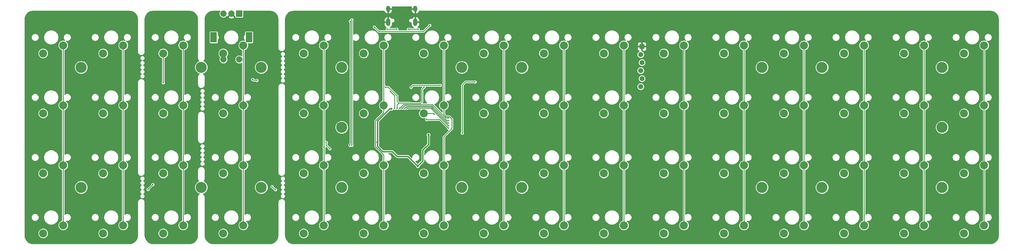
<source format=gbr>
G04 #@! TF.GenerationSoftware,KiCad,Pcbnew,(5.1.2-1)-1*
G04 #@! TF.CreationDate,2020-06-05T15:38:55-05:00*
G04 #@! TF.ProjectId,therick48.16SP,74686572-6963-46b3-9438-2e313653502e,rev?*
G04 #@! TF.SameCoordinates,Original*
G04 #@! TF.FileFunction,Copper,L1,Top*
G04 #@! TF.FilePolarity,Positive*
%FSLAX46Y46*%
G04 Gerber Fmt 4.6, Leading zero omitted, Abs format (unit mm)*
G04 Created by KiCad (PCBNEW (5.1.2-1)-1) date 2020-06-05 15:38:55*
%MOMM*%
%LPD*%
G04 APERTURE LIST*
%ADD10C,3.500000*%
%ADD11R,2.000000X2.000000*%
%ADD12C,2.000000*%
%ADD13R,2.000000X3.200000*%
%ADD14C,2.540000*%
%ADD15O,1.300000X2.400000*%
%ADD16O,1.300000X1.900000*%
%ADD17C,0.100000*%
%ADD18C,1.600200*%
%ADD19C,0.500000*%
%ADD20C,0.700000*%
%ADD21C,0.250000*%
%ADD22C,0.400000*%
G04 APERTURE END LIST*
D10*
X109819711Y-61939837D03*
X109819711Y-99939737D03*
D11*
X121845086Y-44927162D03*
D12*
X119345086Y-44927162D03*
X116845086Y-44927162D03*
D13*
X124945086Y-52427162D03*
X113745086Y-52427162D03*
D12*
X121845086Y-59427162D03*
X116845086Y-59427162D03*
D14*
X123129686Y-111979712D03*
X116779686Y-114519712D03*
D15*
X168979999Y-47648627D03*
D16*
X168979999Y-43448627D03*
X177579999Y-43448627D03*
D15*
X177579999Y-47648627D03*
X168979999Y-47648627D03*
D14*
X66129836Y-54979862D03*
X59779836Y-57519862D03*
X85129786Y-54979862D03*
X78779786Y-57519862D03*
X104129736Y-54979862D03*
X97779736Y-57519862D03*
X123129686Y-54979862D03*
X116779686Y-57519862D03*
X66129836Y-73979812D03*
X59779836Y-76519812D03*
X85129786Y-73979812D03*
X78779786Y-76519812D03*
X104129736Y-73979812D03*
X97779736Y-76519812D03*
X123129686Y-73979812D03*
X116779686Y-76519812D03*
X66129836Y-92979762D03*
X59779836Y-95519762D03*
X85104386Y-92992462D03*
X78754386Y-95532462D03*
X104129736Y-92979762D03*
X97779736Y-95519762D03*
X123129686Y-92979762D03*
X116779686Y-95519762D03*
X66129836Y-111979712D03*
X59779836Y-114519712D03*
X85129786Y-111979712D03*
X78779786Y-114519712D03*
X104129736Y-111979712D03*
X97779736Y-114519712D03*
X148589999Y-54980002D03*
X142239999Y-57520002D03*
X167589999Y-54980002D03*
X161239999Y-57520002D03*
X186589999Y-54980002D03*
X180239999Y-57520002D03*
X199239999Y-57520002D03*
X205589999Y-54980002D03*
X224589419Y-54979862D03*
X218239419Y-57519862D03*
X243589369Y-54979862D03*
X237239369Y-57519862D03*
X262589319Y-54980002D03*
X256239319Y-57520002D03*
X281589999Y-54980002D03*
X275239999Y-57520002D03*
X300589999Y-54980002D03*
X294239999Y-57520002D03*
X319589169Y-54979862D03*
X313239169Y-57519862D03*
X338589119Y-54979862D03*
X332239119Y-57519862D03*
X357589069Y-54979862D03*
X351239069Y-57519862D03*
X148589999Y-73980002D03*
X142239999Y-76520002D03*
X167589999Y-73980002D03*
X161239999Y-76520002D03*
X186589999Y-73980002D03*
X180239999Y-76520002D03*
X205589999Y-73980002D03*
X199239999Y-76520002D03*
X224589999Y-73980002D03*
X218239999Y-76520002D03*
X243589999Y-73980002D03*
X237239999Y-76520002D03*
X262589319Y-73980002D03*
X256239319Y-76520002D03*
X281564600Y-73992700D03*
X275214600Y-76532700D03*
X300589999Y-73980002D03*
X294239999Y-76520002D03*
X319589169Y-73979812D03*
X313239169Y-76519812D03*
X338589119Y-73979812D03*
X332239119Y-76519812D03*
X357589069Y-73979812D03*
X351239069Y-76519812D03*
X148589999Y-92980002D03*
X142239999Y-95520002D03*
X167589999Y-92980002D03*
X161239999Y-95520002D03*
X186589999Y-92980002D03*
X180239999Y-95520002D03*
X205589469Y-92979762D03*
X199239469Y-95519762D03*
X224589419Y-92979762D03*
X218239419Y-95519762D03*
X243589369Y-92979762D03*
X237239369Y-95519762D03*
X281589269Y-92980002D03*
X275239269Y-95520002D03*
X300589219Y-92979762D03*
X294239219Y-95519762D03*
X319589169Y-92979762D03*
X313239169Y-95519762D03*
X338589119Y-92979762D03*
X332239119Y-95519762D03*
X148589619Y-111980002D03*
X142239619Y-114520002D03*
X167589999Y-111980002D03*
X161239999Y-114520002D03*
X186589999Y-111980002D03*
X180239999Y-114520002D03*
X205589469Y-111979712D03*
X199239469Y-114519712D03*
X224589999Y-111980002D03*
X218239999Y-114520002D03*
X243589369Y-111979712D03*
X237239369Y-114519712D03*
X281589269Y-111979712D03*
X275239269Y-114519712D03*
X300589219Y-111979712D03*
X294239219Y-114519712D03*
X319589169Y-111979712D03*
X313239169Y-114519712D03*
X338589119Y-111979712D03*
X332239119Y-114519712D03*
X262589319Y-92979762D03*
X256239319Y-95519762D03*
X262589319Y-111979712D03*
X256239319Y-114519712D03*
X357589069Y-92979762D03*
X351239069Y-95519762D03*
X357589999Y-111980002D03*
X351239999Y-114520002D03*
D17*
G36*
X249745662Y-54541826D02*
G01*
X249784496Y-54547587D01*
X249822578Y-54557126D01*
X249859543Y-54570352D01*
X249895032Y-54587137D01*
X249928706Y-54607321D01*
X249960239Y-54630707D01*
X249989328Y-54657072D01*
X250015693Y-54686161D01*
X250039079Y-54717694D01*
X250059263Y-54751368D01*
X250076048Y-54786857D01*
X250089274Y-54823822D01*
X250098813Y-54861904D01*
X250104574Y-54900738D01*
X250106500Y-54939950D01*
X250106500Y-55740050D01*
X250104574Y-55779262D01*
X250098813Y-55818096D01*
X250089274Y-55856178D01*
X250076048Y-55893143D01*
X250059263Y-55928632D01*
X250039079Y-55962306D01*
X250015693Y-55993839D01*
X249989328Y-56022928D01*
X249960239Y-56049293D01*
X249928706Y-56072679D01*
X249895032Y-56092863D01*
X249859543Y-56109648D01*
X249822578Y-56122874D01*
X249784496Y-56132413D01*
X249745662Y-56138174D01*
X249706450Y-56140100D01*
X248906350Y-56140100D01*
X248867138Y-56138174D01*
X248828304Y-56132413D01*
X248790222Y-56122874D01*
X248753257Y-56109648D01*
X248717768Y-56092863D01*
X248684094Y-56072679D01*
X248652561Y-56049293D01*
X248623472Y-56022928D01*
X248597107Y-55993839D01*
X248573721Y-55962306D01*
X248553537Y-55928632D01*
X248536752Y-55893143D01*
X248523526Y-55856178D01*
X248513987Y-55818096D01*
X248508226Y-55779262D01*
X248506300Y-55740050D01*
X248506300Y-54939950D01*
X248508226Y-54900738D01*
X248513987Y-54861904D01*
X248523526Y-54823822D01*
X248536752Y-54786857D01*
X248553537Y-54751368D01*
X248573721Y-54717694D01*
X248597107Y-54686161D01*
X248623472Y-54657072D01*
X248652561Y-54630707D01*
X248684094Y-54607321D01*
X248717768Y-54587137D01*
X248753257Y-54570352D01*
X248790222Y-54557126D01*
X248828304Y-54547587D01*
X248867138Y-54541826D01*
X248906350Y-54539900D01*
X249706450Y-54539900D01*
X249745662Y-54541826D01*
X249745662Y-54541826D01*
G37*
D18*
X249306400Y-55340000D03*
X248900000Y-57880000D03*
X249306400Y-60420000D03*
X248900000Y-62960000D03*
X249306400Y-65500000D03*
X248900000Y-68040000D03*
D10*
X154279999Y-80940000D03*
X192280000Y-61940000D03*
X192280000Y-99940000D03*
X306280000Y-61940000D03*
X306280000Y-99940000D03*
X344280000Y-80940000D03*
X71819991Y-61940000D03*
X128819661Y-61939837D03*
X71819991Y-99940000D03*
X128819661Y-99939737D03*
X154280000Y-61940000D03*
X154280000Y-99940000D03*
X287280000Y-99940000D03*
X211280000Y-99940000D03*
X211280000Y-61940000D03*
X287280000Y-61940000D03*
X344280000Y-99940000D03*
X344280000Y-61940000D03*
D19*
X183533999Y-76814002D03*
D20*
X178318999Y-93204904D03*
X181743998Y-83305002D03*
X165588002Y-85705002D03*
X170053000Y-75057000D03*
D19*
X185420000Y-67626377D03*
X176212002Y-68262998D03*
X169690999Y-69575002D03*
X171037499Y-74930000D03*
X164592000Y-49149000D03*
X182118000Y-48641000D03*
X171831000Y-74930000D03*
X180340000Y-68199000D03*
X168148000Y-68199000D03*
X150513999Y-87736002D03*
X149370999Y-85704002D03*
X92964000Y-100584000D03*
X94488000Y-99060000D03*
X133302028Y-100681736D03*
X132207000Y-99695000D03*
X148672499Y-87204499D03*
X172631249Y-74878002D03*
X188037499Y-78005002D03*
X173431249Y-74878002D03*
X188037499Y-78805002D03*
X188037499Y-79605002D03*
X174231249Y-74878002D03*
X188037499Y-80405002D03*
X175031249Y-74878002D03*
X188037499Y-81205002D03*
X181137499Y-78505002D03*
X175390999Y-49848002D03*
X178438999Y-49848002D03*
X171707999Y-49848002D03*
X168659999Y-49848002D03*
X192423999Y-82783002D03*
X196469000Y-66548000D03*
X97790000Y-66802000D03*
X127405882Y-66064882D03*
X126111000Y-65786000D03*
X160165999Y-79862002D03*
X160165999Y-86212002D03*
X157480000Y-86614000D03*
X157480000Y-46863000D03*
X156845000Y-86614000D03*
X156972000Y-47371000D03*
D21*
X183239999Y-76520002D02*
X183533999Y-76814002D01*
X180239999Y-76520002D02*
X183239999Y-76520002D01*
D22*
X165588002Y-85705002D02*
X165588002Y-86975002D01*
X165588002Y-86975002D02*
X167259000Y-88646000D01*
X167259000Y-88646000D02*
X170307000Y-88646000D01*
X178318999Y-93204904D02*
X175284095Y-90170000D01*
X171831000Y-90170000D02*
X170307000Y-88646000D01*
X175284095Y-90170000D02*
X171831000Y-90170000D01*
X178318999Y-93204904D02*
X179959000Y-91564903D01*
X179959000Y-91564903D02*
X179959000Y-88138000D01*
X181743998Y-86353002D02*
X181743998Y-83305002D01*
X179959000Y-88138000D02*
X181743998Y-86353002D01*
X169418001Y-75057000D02*
X165588002Y-78886998D01*
X165588002Y-78886998D02*
X165588002Y-85705002D01*
X170053000Y-75057000D02*
X169418001Y-75057000D01*
D21*
X176784000Y-67691000D02*
X176212002Y-68262998D01*
X176848623Y-67626377D02*
X176784000Y-67691000D01*
X185420000Y-67626377D02*
X176848623Y-67626377D01*
X171037499Y-70921502D02*
X169690999Y-69575002D01*
X171037499Y-74930000D02*
X171037499Y-70921502D01*
X166003003Y-50560003D02*
X164592000Y-49149000D01*
X182118000Y-48641000D02*
X180198997Y-50560003D01*
X180198997Y-50560003D02*
X166003003Y-50560003D01*
X172385029Y-73232971D02*
X171831000Y-73787000D01*
X171831000Y-73787000D02*
X171831000Y-74930000D01*
X171831000Y-72678942D02*
X172385029Y-73232971D01*
X171831000Y-70967601D02*
X171831000Y-72678942D01*
X171805601Y-70967601D02*
X169037000Y-68199000D01*
X171831000Y-70967601D02*
X171805601Y-70967601D01*
X179118038Y-73357962D02*
X175979874Y-73357962D01*
X175854883Y-73232971D02*
X172385029Y-73232971D01*
X175979874Y-73357962D02*
X175854883Y-73232971D01*
X179705000Y-68834000D02*
X179705000Y-72771000D01*
X179705000Y-72771000D02*
X179118038Y-73357962D01*
X180340000Y-68199000D02*
X179705000Y-68834000D01*
X168148000Y-68199000D02*
X169037000Y-68199000D01*
X149370999Y-86593002D02*
X150513999Y-87736002D01*
X149370999Y-85704002D02*
X149370999Y-86593002D01*
X92964000Y-100584000D02*
X94488000Y-99060000D01*
X133193736Y-100681736D02*
X132207000Y-99695000D01*
X133302028Y-100681736D02*
X133193736Y-100681736D01*
X148672499Y-87204499D02*
X148672499Y-112120002D01*
X148672499Y-54970002D02*
X148672499Y-87204499D01*
X167589999Y-92980002D02*
X167589999Y-111980002D01*
X167589999Y-73980002D02*
X167589999Y-54980002D01*
X167589999Y-89620479D02*
X164973000Y-87003480D01*
X167589999Y-92980002D02*
X167589999Y-89620479D01*
X164973000Y-87003480D02*
X164973000Y-78858520D01*
X167589999Y-73980002D02*
X167589999Y-76241521D01*
X167589999Y-76241521D02*
X164973000Y-78858520D01*
X189172500Y-81309503D02*
X189172500Y-78315003D01*
X186589999Y-111980002D02*
X186589999Y-92980002D01*
X186589999Y-83892004D02*
X189172500Y-81309503D01*
X186589999Y-92980002D02*
X186589999Y-83892004D01*
X186589999Y-73980002D02*
X186589999Y-54980002D01*
X186589999Y-73980002D02*
X186589999Y-76807846D01*
X188357498Y-77500001D02*
X189172500Y-78315003D01*
X187282154Y-77500001D02*
X188357498Y-77500001D01*
X186589999Y-76807846D02*
X187282154Y-77500001D01*
X205589999Y-54982702D02*
X205589999Y-111980002D01*
X173896270Y-73612981D02*
X172631249Y-74878002D01*
X175697478Y-73612981D02*
X173896270Y-73612981D01*
X182982711Y-73737972D02*
X175822469Y-73737972D01*
X187249741Y-78005002D02*
X182982711Y-73737972D01*
X175822469Y-73737972D02*
X175697478Y-73612981D01*
X188037499Y-78005002D02*
X187249741Y-78005002D01*
X224589999Y-65167002D02*
X224589999Y-54982702D01*
X224589999Y-111980002D02*
X224589999Y-65167002D01*
X175579279Y-74117982D02*
X175454288Y-73992991D01*
X175454288Y-73992991D02*
X174316260Y-73992991D01*
X174316260Y-73992991D02*
X173431249Y-74878002D01*
X182825307Y-74117982D02*
X175579279Y-74117982D01*
X187512327Y-78805002D02*
X182825307Y-74117982D01*
X188037499Y-78805002D02*
X187512327Y-78805002D01*
X243589999Y-54980002D02*
X243589999Y-111980002D01*
X187774913Y-79605002D02*
X188037499Y-79605002D01*
X182667906Y-74497995D02*
X187774913Y-79605002D01*
X175421874Y-74497992D02*
X182667906Y-74497992D01*
X182667906Y-74497992D02*
X182667906Y-74497995D01*
X175296883Y-74373001D02*
X175421874Y-74497992D01*
X174736250Y-74373001D02*
X175296883Y-74373001D01*
X174231249Y-74878002D02*
X174736250Y-74373001D01*
X262589999Y-111980002D02*
X262589999Y-54980002D01*
X182510501Y-74878002D02*
X188037499Y-80405002D01*
X175031249Y-74878002D02*
X182510501Y-74878002D01*
X185337499Y-78505002D02*
X188037499Y-81205002D01*
X181137499Y-78505002D02*
X185337499Y-78505002D01*
X281589999Y-54980002D02*
X281589999Y-111980002D01*
X300589999Y-111980002D02*
X300589999Y-54980002D01*
X319589999Y-54982702D02*
X319589999Y-111980002D01*
X338589999Y-111980002D02*
X338589999Y-54982702D01*
X357589999Y-54980002D02*
X357589999Y-110511982D01*
X357589999Y-111980002D02*
X357589999Y-110511982D01*
X175390999Y-49848002D02*
X178438999Y-49848002D01*
X171707999Y-49848002D02*
X168659999Y-49848002D01*
X192423999Y-68471999D02*
X192423999Y-67545001D01*
X192423999Y-82783002D02*
X192423999Y-68471999D01*
X192423999Y-67545001D02*
X193421000Y-66548000D01*
X193421000Y-66548000D02*
X195786179Y-66548000D01*
X196115447Y-66548000D02*
X195786179Y-66548000D01*
X196469000Y-66548000D02*
X196115447Y-66548000D01*
X97790000Y-57530126D02*
X97779736Y-57519862D01*
X97790000Y-66802000D02*
X97790000Y-57530126D01*
X66104590Y-109819436D02*
X66104590Y-111992702D01*
X66104590Y-54992702D02*
X66104590Y-109819436D01*
X85104590Y-109819436D02*
X85104590Y-111992702D01*
X85104590Y-54992702D02*
X85104590Y-109819436D01*
X104104590Y-109819436D02*
X104104590Y-111992702D01*
X104104590Y-54992702D02*
X104104590Y-109819436D01*
X126389882Y-66064882D02*
X126111000Y-65786000D01*
X127405882Y-66064882D02*
X126389882Y-66064882D01*
X123104590Y-54992702D02*
X123104590Y-111992702D01*
X160165999Y-79862002D02*
X159784999Y-80243002D01*
X159784999Y-85450002D02*
X159784999Y-85704002D01*
X159784999Y-80243002D02*
X159784999Y-85450002D01*
X159784999Y-85831002D02*
X160165999Y-86212002D01*
X159784999Y-85704002D02*
X159784999Y-85831002D01*
X157480000Y-86614000D02*
X157480000Y-46863000D01*
X156845000Y-86260447D02*
X157099990Y-86005457D01*
X156845000Y-86614000D02*
X156845000Y-86260447D01*
X157099990Y-86005457D02*
X157099990Y-48006990D01*
X157099990Y-47498990D02*
X156972000Y-47371000D01*
X157099990Y-48006990D02*
X157099990Y-47498990D01*
G36*
X169108999Y-43319627D02*
G01*
X170262999Y-43319627D01*
X170262999Y-43019627D01*
X170213180Y-42771805D01*
X170212037Y-42769062D01*
X176347961Y-42769062D01*
X176346818Y-42771805D01*
X176296999Y-43019627D01*
X176296999Y-43319627D01*
X177450999Y-43319627D01*
X177450999Y-42769062D01*
X177560677Y-42769062D01*
X177653141Y-42778128D01*
X177708999Y-42794993D01*
X177708999Y-43319627D01*
X177728999Y-43319627D01*
X177728999Y-43577627D01*
X177708999Y-43577627D01*
X177708999Y-44865955D01*
X177907099Y-44989229D01*
X177951801Y-44983331D01*
X178185536Y-44887071D01*
X178396000Y-44747062D01*
X178575106Y-44568683D01*
X178715970Y-44358790D01*
X178813180Y-44125449D01*
X178819026Y-44096367D01*
X178836629Y-44098093D01*
X178836642Y-44098093D01*
X178856014Y-44100001D01*
X359473182Y-44101252D01*
X359992404Y-44152162D01*
X360485293Y-44300974D01*
X360939888Y-44542686D01*
X361338883Y-44868097D01*
X361667069Y-45264807D01*
X361911950Y-45717705D01*
X362064199Y-46209540D01*
X362119998Y-46740435D01*
X362120000Y-46741110D01*
X362119999Y-115120439D01*
X362067839Y-115652406D01*
X361919027Y-116145297D01*
X361677312Y-116599896D01*
X361351904Y-116998886D01*
X360955197Y-117327070D01*
X360502296Y-117571953D01*
X360010462Y-117724201D01*
X359479566Y-117780001D01*
X359479178Y-117780002D01*
X139099562Y-117780002D01*
X138567595Y-117727842D01*
X138074704Y-117579030D01*
X137620105Y-117337315D01*
X137221115Y-117011907D01*
X136892931Y-116615200D01*
X136648048Y-116162299D01*
X136495800Y-115670465D01*
X136440000Y-115139569D01*
X136439998Y-115138979D01*
X136439972Y-114357984D01*
X140594619Y-114357984D01*
X140594619Y-114682020D01*
X140657836Y-114999831D01*
X140781839Y-115299201D01*
X140961864Y-115568628D01*
X141190993Y-115797757D01*
X141460420Y-115977782D01*
X141759790Y-116101785D01*
X142077601Y-116165002D01*
X142401637Y-116165002D01*
X142719448Y-116101785D01*
X143018818Y-115977782D01*
X143288245Y-115797757D01*
X143517374Y-115568628D01*
X143697399Y-115299201D01*
X143821402Y-114999831D01*
X143884619Y-114682020D01*
X143884619Y-114357984D01*
X159594999Y-114357984D01*
X159594999Y-114682020D01*
X159658216Y-114999831D01*
X159782219Y-115299201D01*
X159962244Y-115568628D01*
X160191373Y-115797757D01*
X160460800Y-115977782D01*
X160760170Y-116101785D01*
X161077981Y-116165002D01*
X161402017Y-116165002D01*
X161719828Y-116101785D01*
X162019198Y-115977782D01*
X162288625Y-115797757D01*
X162517754Y-115568628D01*
X162697779Y-115299201D01*
X162821782Y-114999831D01*
X162884999Y-114682020D01*
X162884999Y-114357984D01*
X178594999Y-114357984D01*
X178594999Y-114682020D01*
X178658216Y-114999831D01*
X178782219Y-115299201D01*
X178962244Y-115568628D01*
X179191373Y-115797757D01*
X179460800Y-115977782D01*
X179760170Y-116101785D01*
X180077981Y-116165002D01*
X180402017Y-116165002D01*
X180719828Y-116101785D01*
X181019198Y-115977782D01*
X181288625Y-115797757D01*
X181517754Y-115568628D01*
X181697779Y-115299201D01*
X181821782Y-114999831D01*
X181884999Y-114682020D01*
X181884999Y-114357984D01*
X181884942Y-114357694D01*
X197594469Y-114357694D01*
X197594469Y-114681730D01*
X197657686Y-114999541D01*
X197781689Y-115298911D01*
X197961714Y-115568338D01*
X198190843Y-115797467D01*
X198460270Y-115977492D01*
X198759640Y-116101495D01*
X199077451Y-116164712D01*
X199401487Y-116164712D01*
X199719298Y-116101495D01*
X200018668Y-115977492D01*
X200288095Y-115797467D01*
X200517224Y-115568338D01*
X200697249Y-115298911D01*
X200821252Y-114999541D01*
X200884469Y-114681730D01*
X200884469Y-114357984D01*
X216594999Y-114357984D01*
X216594999Y-114682020D01*
X216658216Y-114999831D01*
X216782219Y-115299201D01*
X216962244Y-115568628D01*
X217191373Y-115797757D01*
X217460800Y-115977782D01*
X217760170Y-116101785D01*
X218077981Y-116165002D01*
X218402017Y-116165002D01*
X218719828Y-116101785D01*
X219019198Y-115977782D01*
X219288625Y-115797757D01*
X219517754Y-115568628D01*
X219697779Y-115299201D01*
X219821782Y-114999831D01*
X219884999Y-114682020D01*
X219884999Y-114357984D01*
X219884942Y-114357694D01*
X235594369Y-114357694D01*
X235594369Y-114681730D01*
X235657586Y-114999541D01*
X235781589Y-115298911D01*
X235961614Y-115568338D01*
X236190743Y-115797467D01*
X236460170Y-115977492D01*
X236759540Y-116101495D01*
X237077351Y-116164712D01*
X237401387Y-116164712D01*
X237719198Y-116101495D01*
X238018568Y-115977492D01*
X238287995Y-115797467D01*
X238517124Y-115568338D01*
X238697149Y-115298911D01*
X238821152Y-114999541D01*
X238884369Y-114681730D01*
X238884369Y-114357694D01*
X254594319Y-114357694D01*
X254594319Y-114681730D01*
X254657536Y-114999541D01*
X254781539Y-115298911D01*
X254961564Y-115568338D01*
X255190693Y-115797467D01*
X255460120Y-115977492D01*
X255759490Y-116101495D01*
X256077301Y-116164712D01*
X256401337Y-116164712D01*
X256719148Y-116101495D01*
X257018518Y-115977492D01*
X257287945Y-115797467D01*
X257517074Y-115568338D01*
X257697099Y-115298911D01*
X257821102Y-114999541D01*
X257884319Y-114681730D01*
X257884319Y-114357694D01*
X273594269Y-114357694D01*
X273594269Y-114681730D01*
X273657486Y-114999541D01*
X273781489Y-115298911D01*
X273961514Y-115568338D01*
X274190643Y-115797467D01*
X274460070Y-115977492D01*
X274759440Y-116101495D01*
X275077251Y-116164712D01*
X275401287Y-116164712D01*
X275719098Y-116101495D01*
X276018468Y-115977492D01*
X276287895Y-115797467D01*
X276517024Y-115568338D01*
X276697049Y-115298911D01*
X276821052Y-114999541D01*
X276884269Y-114681730D01*
X276884269Y-114357694D01*
X292594219Y-114357694D01*
X292594219Y-114681730D01*
X292657436Y-114999541D01*
X292781439Y-115298911D01*
X292961464Y-115568338D01*
X293190593Y-115797467D01*
X293460020Y-115977492D01*
X293759390Y-116101495D01*
X294077201Y-116164712D01*
X294401237Y-116164712D01*
X294719048Y-116101495D01*
X295018418Y-115977492D01*
X295287845Y-115797467D01*
X295516974Y-115568338D01*
X295696999Y-115298911D01*
X295821002Y-114999541D01*
X295884219Y-114681730D01*
X295884219Y-114357694D01*
X311594169Y-114357694D01*
X311594169Y-114681730D01*
X311657386Y-114999541D01*
X311781389Y-115298911D01*
X311961414Y-115568338D01*
X312190543Y-115797467D01*
X312459970Y-115977492D01*
X312759340Y-116101495D01*
X313077151Y-116164712D01*
X313401187Y-116164712D01*
X313718998Y-116101495D01*
X314018368Y-115977492D01*
X314287795Y-115797467D01*
X314516924Y-115568338D01*
X314696949Y-115298911D01*
X314820952Y-114999541D01*
X314884169Y-114681730D01*
X314884169Y-114357694D01*
X330594119Y-114357694D01*
X330594119Y-114681730D01*
X330657336Y-114999541D01*
X330781339Y-115298911D01*
X330961364Y-115568338D01*
X331190493Y-115797467D01*
X331459920Y-115977492D01*
X331759290Y-116101495D01*
X332077101Y-116164712D01*
X332401137Y-116164712D01*
X332718948Y-116101495D01*
X333018318Y-115977492D01*
X333287745Y-115797467D01*
X333516874Y-115568338D01*
X333696899Y-115298911D01*
X333820902Y-114999541D01*
X333884119Y-114681730D01*
X333884119Y-114357984D01*
X349594999Y-114357984D01*
X349594999Y-114682020D01*
X349658216Y-114999831D01*
X349782219Y-115299201D01*
X349962244Y-115568628D01*
X350191373Y-115797757D01*
X350460800Y-115977782D01*
X350760170Y-116101785D01*
X351077981Y-116165002D01*
X351402017Y-116165002D01*
X351719828Y-116101785D01*
X352019198Y-115977782D01*
X352288625Y-115797757D01*
X352517754Y-115568628D01*
X352697779Y-115299201D01*
X352821782Y-114999831D01*
X352884999Y-114682020D01*
X352884999Y-114357984D01*
X352821782Y-114040173D01*
X352697779Y-113740803D01*
X352517754Y-113471376D01*
X352288625Y-113242247D01*
X352019198Y-113062222D01*
X351719828Y-112938219D01*
X351402017Y-112875002D01*
X351077981Y-112875002D01*
X350760170Y-112938219D01*
X350460800Y-113062222D01*
X350191373Y-113242247D01*
X349962244Y-113471376D01*
X349782219Y-113740803D01*
X349658216Y-114040173D01*
X349594999Y-114357984D01*
X333884119Y-114357984D01*
X333884119Y-114357694D01*
X333820902Y-114039883D01*
X333696899Y-113740513D01*
X333516874Y-113471086D01*
X333287745Y-113241957D01*
X333018318Y-113061932D01*
X332718948Y-112937929D01*
X332401137Y-112874712D01*
X332077101Y-112874712D01*
X331759290Y-112937929D01*
X331459920Y-113061932D01*
X331190493Y-113241957D01*
X330961364Y-113471086D01*
X330781339Y-113740513D01*
X330657336Y-114039883D01*
X330594119Y-114357694D01*
X314884169Y-114357694D01*
X314820952Y-114039883D01*
X314696949Y-113740513D01*
X314516924Y-113471086D01*
X314287795Y-113241957D01*
X314018368Y-113061932D01*
X313718998Y-112937929D01*
X313401187Y-112874712D01*
X313077151Y-112874712D01*
X312759340Y-112937929D01*
X312459970Y-113061932D01*
X312190543Y-113241957D01*
X311961414Y-113471086D01*
X311781389Y-113740513D01*
X311657386Y-114039883D01*
X311594169Y-114357694D01*
X295884219Y-114357694D01*
X295821002Y-114039883D01*
X295696999Y-113740513D01*
X295516974Y-113471086D01*
X295287845Y-113241957D01*
X295018418Y-113061932D01*
X294719048Y-112937929D01*
X294401237Y-112874712D01*
X294077201Y-112874712D01*
X293759390Y-112937929D01*
X293460020Y-113061932D01*
X293190593Y-113241957D01*
X292961464Y-113471086D01*
X292781439Y-113740513D01*
X292657436Y-114039883D01*
X292594219Y-114357694D01*
X276884269Y-114357694D01*
X276821052Y-114039883D01*
X276697049Y-113740513D01*
X276517024Y-113471086D01*
X276287895Y-113241957D01*
X276018468Y-113061932D01*
X275719098Y-112937929D01*
X275401287Y-112874712D01*
X275077251Y-112874712D01*
X274759440Y-112937929D01*
X274460070Y-113061932D01*
X274190643Y-113241957D01*
X273961514Y-113471086D01*
X273781489Y-113740513D01*
X273657486Y-114039883D01*
X273594269Y-114357694D01*
X257884319Y-114357694D01*
X257821102Y-114039883D01*
X257697099Y-113740513D01*
X257517074Y-113471086D01*
X257287945Y-113241957D01*
X257018518Y-113061932D01*
X256719148Y-112937929D01*
X256401337Y-112874712D01*
X256077301Y-112874712D01*
X255759490Y-112937929D01*
X255460120Y-113061932D01*
X255190693Y-113241957D01*
X254961564Y-113471086D01*
X254781539Y-113740513D01*
X254657536Y-114039883D01*
X254594319Y-114357694D01*
X238884369Y-114357694D01*
X238821152Y-114039883D01*
X238697149Y-113740513D01*
X238517124Y-113471086D01*
X238287995Y-113241957D01*
X238018568Y-113061932D01*
X237719198Y-112937929D01*
X237401387Y-112874712D01*
X237077351Y-112874712D01*
X236759540Y-112937929D01*
X236460170Y-113061932D01*
X236190743Y-113241957D01*
X235961614Y-113471086D01*
X235781589Y-113740513D01*
X235657586Y-114039883D01*
X235594369Y-114357694D01*
X219884942Y-114357694D01*
X219821782Y-114040173D01*
X219697779Y-113740803D01*
X219517754Y-113471376D01*
X219288625Y-113242247D01*
X219019198Y-113062222D01*
X218719828Y-112938219D01*
X218402017Y-112875002D01*
X218077981Y-112875002D01*
X217760170Y-112938219D01*
X217460800Y-113062222D01*
X217191373Y-113242247D01*
X216962244Y-113471376D01*
X216782219Y-113740803D01*
X216658216Y-114040173D01*
X216594999Y-114357984D01*
X200884469Y-114357984D01*
X200884469Y-114357694D01*
X200821252Y-114039883D01*
X200697249Y-113740513D01*
X200517224Y-113471086D01*
X200288095Y-113241957D01*
X200018668Y-113061932D01*
X199719298Y-112937929D01*
X199401487Y-112874712D01*
X199077451Y-112874712D01*
X198759640Y-112937929D01*
X198460270Y-113061932D01*
X198190843Y-113241957D01*
X197961714Y-113471086D01*
X197781689Y-113740513D01*
X197657686Y-114039883D01*
X197594469Y-114357694D01*
X181884942Y-114357694D01*
X181821782Y-114040173D01*
X181697779Y-113740803D01*
X181517754Y-113471376D01*
X181288625Y-113242247D01*
X181019198Y-113062222D01*
X180719828Y-112938219D01*
X180402017Y-112875002D01*
X180077981Y-112875002D01*
X179760170Y-112938219D01*
X179460800Y-113062222D01*
X179191373Y-113242247D01*
X178962244Y-113471376D01*
X178782219Y-113740803D01*
X178658216Y-114040173D01*
X178594999Y-114357984D01*
X162884999Y-114357984D01*
X162821782Y-114040173D01*
X162697779Y-113740803D01*
X162517754Y-113471376D01*
X162288625Y-113242247D01*
X162019198Y-113062222D01*
X161719828Y-112938219D01*
X161402017Y-112875002D01*
X161077981Y-112875002D01*
X160760170Y-112938219D01*
X160460800Y-113062222D01*
X160191373Y-113242247D01*
X159962244Y-113471376D01*
X159782219Y-113740803D01*
X159658216Y-114040173D01*
X159594999Y-114357984D01*
X143884619Y-114357984D01*
X143821402Y-114040173D01*
X143697399Y-113740803D01*
X143517374Y-113471376D01*
X143288245Y-113242247D01*
X143018818Y-113062222D01*
X142719448Y-112938219D01*
X142401637Y-112875002D01*
X142077601Y-112875002D01*
X141759790Y-112938219D01*
X141460420Y-113062222D01*
X141190993Y-113242247D01*
X140961864Y-113471376D01*
X140781839Y-113740803D01*
X140657836Y-114040173D01*
X140594619Y-114357984D01*
X136439972Y-114357984D01*
X136439886Y-111817984D01*
X146944619Y-111817984D01*
X146944619Y-112142020D01*
X147007836Y-112459831D01*
X147131839Y-112759201D01*
X147311864Y-113028628D01*
X147540993Y-113257757D01*
X147810420Y-113437782D01*
X148109790Y-113561785D01*
X148427601Y-113625002D01*
X148751637Y-113625002D01*
X149069448Y-113561785D01*
X149368818Y-113437782D01*
X149638245Y-113257757D01*
X149867374Y-113028628D01*
X150047399Y-112759201D01*
X150171402Y-112459831D01*
X150234619Y-112142020D01*
X150234619Y-111817984D01*
X150171402Y-111500173D01*
X150047399Y-111200803D01*
X149867374Y-110931376D01*
X149638245Y-110702247D01*
X149518139Y-110621995D01*
X149738878Y-110665902D01*
X149980360Y-110665902D01*
X150217201Y-110618792D01*
X150440301Y-110526381D01*
X150641085Y-110392221D01*
X150811838Y-110221468D01*
X150945998Y-110020684D01*
X151038409Y-109797584D01*
X151085519Y-109560743D01*
X151085519Y-109319261D01*
X157474099Y-109319261D01*
X157474099Y-109560743D01*
X157521209Y-109797584D01*
X157613620Y-110020684D01*
X157747780Y-110221468D01*
X157918533Y-110392221D01*
X158119317Y-110526381D01*
X158342417Y-110618792D01*
X158579258Y-110665902D01*
X158820740Y-110665902D01*
X159057581Y-110618792D01*
X159280681Y-110526381D01*
X159481465Y-110392221D01*
X159652218Y-110221468D01*
X159786378Y-110020684D01*
X159878789Y-109797584D01*
X159925899Y-109560743D01*
X159925899Y-109319261D01*
X159903507Y-109206686D01*
X161411099Y-109206686D01*
X161411099Y-109673318D01*
X161502135Y-110130985D01*
X161680707Y-110562097D01*
X161939954Y-110950088D01*
X162269913Y-111280047D01*
X162657904Y-111539294D01*
X163089016Y-111717866D01*
X163546683Y-111808902D01*
X164013315Y-111808902D01*
X164470982Y-111717866D01*
X164902094Y-111539294D01*
X165290085Y-111280047D01*
X165620044Y-110950088D01*
X165879291Y-110562097D01*
X166057863Y-110130985D01*
X166148899Y-109673318D01*
X166148899Y-109206686D01*
X166057863Y-108749019D01*
X165879291Y-108317907D01*
X165620044Y-107929916D01*
X165290085Y-107599957D01*
X164902094Y-107340710D01*
X164470982Y-107162138D01*
X164013315Y-107071102D01*
X163546683Y-107071102D01*
X163089016Y-107162138D01*
X162657904Y-107340710D01*
X162269913Y-107599957D01*
X161939954Y-107929916D01*
X161680707Y-108317907D01*
X161502135Y-108749019D01*
X161411099Y-109206686D01*
X159903507Y-109206686D01*
X159878789Y-109082420D01*
X159786378Y-108859320D01*
X159652218Y-108658536D01*
X159481465Y-108487783D01*
X159280681Y-108353623D01*
X159057581Y-108261212D01*
X158820740Y-108214102D01*
X158579258Y-108214102D01*
X158342417Y-108261212D01*
X158119317Y-108353623D01*
X157918533Y-108487783D01*
X157747780Y-108658536D01*
X157613620Y-108859320D01*
X157521209Y-109082420D01*
X157474099Y-109319261D01*
X151085519Y-109319261D01*
X151038409Y-109082420D01*
X150945998Y-108859320D01*
X150811838Y-108658536D01*
X150641085Y-108487783D01*
X150440301Y-108353623D01*
X150217201Y-108261212D01*
X149980360Y-108214102D01*
X149738878Y-108214102D01*
X149502037Y-108261212D01*
X149278937Y-108353623D01*
X149172499Y-108424743D01*
X149172499Y-99730706D01*
X152155000Y-99730706D01*
X152155000Y-100149294D01*
X152236663Y-100559840D01*
X152396849Y-100946565D01*
X152629405Y-101294609D01*
X152925391Y-101590595D01*
X153273435Y-101823151D01*
X153660160Y-101983337D01*
X154070706Y-102065000D01*
X154489294Y-102065000D01*
X154899840Y-101983337D01*
X155286565Y-101823151D01*
X155634609Y-101590595D01*
X155930595Y-101294609D01*
X156163151Y-100946565D01*
X156323337Y-100559840D01*
X156405000Y-100149294D01*
X156405000Y-99730706D01*
X156323337Y-99320160D01*
X156163151Y-98933435D01*
X155930595Y-98585391D01*
X155634609Y-98289405D01*
X155286565Y-98056849D01*
X154899840Y-97896663D01*
X154489294Y-97815000D01*
X154070706Y-97815000D01*
X153660160Y-97896663D01*
X153273435Y-98056849D01*
X152925391Y-98289405D01*
X152629405Y-98585391D01*
X152396849Y-98933435D01*
X152236663Y-99320160D01*
X152155000Y-99730706D01*
X149172499Y-99730706D01*
X149172499Y-95357984D01*
X159594999Y-95357984D01*
X159594999Y-95682020D01*
X159658216Y-95999831D01*
X159782219Y-96299201D01*
X159962244Y-96568628D01*
X160191373Y-96797757D01*
X160460800Y-96977782D01*
X160760170Y-97101785D01*
X161077981Y-97165002D01*
X161402017Y-97165002D01*
X161719828Y-97101785D01*
X162019198Y-96977782D01*
X162288625Y-96797757D01*
X162517754Y-96568628D01*
X162697779Y-96299201D01*
X162821782Y-95999831D01*
X162884999Y-95682020D01*
X162884999Y-95357984D01*
X162821782Y-95040173D01*
X162697779Y-94740803D01*
X162517754Y-94471376D01*
X162288625Y-94242247D01*
X162019198Y-94062222D01*
X161719828Y-93938219D01*
X161402017Y-93875002D01*
X161077981Y-93875002D01*
X160760170Y-93938219D01*
X160460800Y-94062222D01*
X160191373Y-94242247D01*
X159962244Y-94471376D01*
X159782219Y-94740803D01*
X159658216Y-95040173D01*
X159594999Y-95357984D01*
X149172499Y-95357984D01*
X149172499Y-94519257D01*
X149369198Y-94437782D01*
X149638625Y-94257757D01*
X149867754Y-94028628D01*
X150047779Y-93759201D01*
X150171782Y-93459831D01*
X150234999Y-93142020D01*
X150234999Y-92817984D01*
X150171782Y-92500173D01*
X150047779Y-92200803D01*
X149867754Y-91931376D01*
X149638625Y-91702247D01*
X149518519Y-91621995D01*
X149739258Y-91665902D01*
X149980740Y-91665902D01*
X150217581Y-91618792D01*
X150440681Y-91526381D01*
X150641465Y-91392221D01*
X150812218Y-91221468D01*
X150946378Y-91020684D01*
X151038789Y-90797584D01*
X151085899Y-90560743D01*
X151085899Y-90319261D01*
X157474099Y-90319261D01*
X157474099Y-90560743D01*
X157521209Y-90797584D01*
X157613620Y-91020684D01*
X157747780Y-91221468D01*
X157918533Y-91392221D01*
X158119317Y-91526381D01*
X158342417Y-91618792D01*
X158579258Y-91665902D01*
X158820740Y-91665902D01*
X159057581Y-91618792D01*
X159280681Y-91526381D01*
X159481465Y-91392221D01*
X159652218Y-91221468D01*
X159786378Y-91020684D01*
X159878789Y-90797584D01*
X159925899Y-90560743D01*
X159925899Y-90319261D01*
X159903507Y-90206686D01*
X161411099Y-90206686D01*
X161411099Y-90673318D01*
X161502135Y-91130985D01*
X161680707Y-91562097D01*
X161939954Y-91950088D01*
X162269913Y-92280047D01*
X162657904Y-92539294D01*
X163089016Y-92717866D01*
X163546683Y-92808902D01*
X164013315Y-92808902D01*
X164470982Y-92717866D01*
X164902094Y-92539294D01*
X165290085Y-92280047D01*
X165620044Y-91950088D01*
X165879291Y-91562097D01*
X166057863Y-91130985D01*
X166148899Y-90673318D01*
X166148899Y-90206686D01*
X166057863Y-89749019D01*
X165879291Y-89317907D01*
X165620044Y-88929916D01*
X165290085Y-88599957D01*
X164902094Y-88340710D01*
X164470982Y-88162138D01*
X164013315Y-88071102D01*
X163546683Y-88071102D01*
X163089016Y-88162138D01*
X162657904Y-88340710D01*
X162269913Y-88599957D01*
X161939954Y-88929916D01*
X161680707Y-89317907D01*
X161502135Y-89749019D01*
X161411099Y-90206686D01*
X159903507Y-90206686D01*
X159878789Y-90082420D01*
X159786378Y-89859320D01*
X159652218Y-89658536D01*
X159481465Y-89487783D01*
X159280681Y-89353623D01*
X159057581Y-89261212D01*
X158820740Y-89214102D01*
X158579258Y-89214102D01*
X158342417Y-89261212D01*
X158119317Y-89353623D01*
X157918533Y-89487783D01*
X157747780Y-89658536D01*
X157613620Y-89859320D01*
X157521209Y-90082420D01*
X157474099Y-90319261D01*
X151085899Y-90319261D01*
X151038789Y-90082420D01*
X150946378Y-89859320D01*
X150812218Y-89658536D01*
X150641465Y-89487783D01*
X150440681Y-89353623D01*
X150217581Y-89261212D01*
X149980740Y-89214102D01*
X149739258Y-89214102D01*
X149502417Y-89261212D01*
X149279317Y-89353623D01*
X149172499Y-89424997D01*
X149172499Y-87581166D01*
X149226367Y-87500547D01*
X149273480Y-87386805D01*
X149297499Y-87266056D01*
X149297499Y-87226607D01*
X149894101Y-87823210D01*
X149913018Y-87918308D01*
X149960131Y-88032050D01*
X150028530Y-88134416D01*
X150115585Y-88221471D01*
X150217951Y-88289870D01*
X150331693Y-88336983D01*
X150452442Y-88361002D01*
X150575556Y-88361002D01*
X150696305Y-88336983D01*
X150810047Y-88289870D01*
X150912413Y-88221471D01*
X150999468Y-88134416D01*
X151067867Y-88032050D01*
X151114980Y-87918308D01*
X151138999Y-87797559D01*
X151138999Y-87674445D01*
X151114980Y-87553696D01*
X151067867Y-87439954D01*
X150999468Y-87337588D01*
X150912413Y-87250533D01*
X150810047Y-87182134D01*
X150696305Y-87135021D01*
X150601207Y-87116104D01*
X150037546Y-86552443D01*
X156220000Y-86552443D01*
X156220000Y-86675557D01*
X156244019Y-86796306D01*
X156291132Y-86910048D01*
X156359531Y-87012414D01*
X156446586Y-87099469D01*
X156548952Y-87167868D01*
X156662694Y-87214981D01*
X156783443Y-87239000D01*
X156906557Y-87239000D01*
X157027306Y-87214981D01*
X157141048Y-87167868D01*
X157162500Y-87153534D01*
X157183952Y-87167868D01*
X157297694Y-87214981D01*
X157418443Y-87239000D01*
X157541557Y-87239000D01*
X157662306Y-87214981D01*
X157776048Y-87167868D01*
X157878414Y-87099469D01*
X157965469Y-87012414D01*
X158033868Y-86910048D01*
X158080981Y-86796306D01*
X158105000Y-86675557D01*
X158105000Y-86552443D01*
X158080981Y-86431694D01*
X158033868Y-86317952D01*
X157980000Y-86237333D01*
X157980000Y-78858520D01*
X164470581Y-78858520D01*
X164473001Y-78883090D01*
X164473000Y-86978920D01*
X164470581Y-87003480D01*
X164480235Y-87101497D01*
X164484762Y-87116419D01*
X164508825Y-87195746D01*
X164555254Y-87282609D01*
X164617736Y-87358744D01*
X164636824Y-87374409D01*
X167090000Y-89827587D01*
X167089999Y-91406574D01*
X166810800Y-91522222D01*
X166541373Y-91702247D01*
X166312244Y-91931376D01*
X166132219Y-92200803D01*
X166008216Y-92500173D01*
X165944999Y-92817984D01*
X165944999Y-93142020D01*
X166008216Y-93459831D01*
X166132219Y-93759201D01*
X166312244Y-94028628D01*
X166541373Y-94257757D01*
X166810800Y-94437782D01*
X167089999Y-94553430D01*
X167090000Y-110406574D01*
X166810800Y-110522222D01*
X166541373Y-110702247D01*
X166312244Y-110931376D01*
X166132219Y-111200803D01*
X166008216Y-111500173D01*
X165944999Y-111817984D01*
X165944999Y-112142020D01*
X166008216Y-112459831D01*
X166132219Y-112759201D01*
X166312244Y-113028628D01*
X166541373Y-113257757D01*
X166810800Y-113437782D01*
X167110170Y-113561785D01*
X167427981Y-113625002D01*
X167752017Y-113625002D01*
X168069828Y-113561785D01*
X168369198Y-113437782D01*
X168638625Y-113257757D01*
X168867754Y-113028628D01*
X169047779Y-112759201D01*
X169171782Y-112459831D01*
X169234999Y-112142020D01*
X169234999Y-111817984D01*
X169171782Y-111500173D01*
X169047779Y-111200803D01*
X168867754Y-110931376D01*
X168638625Y-110702247D01*
X168518519Y-110621995D01*
X168739258Y-110665902D01*
X168980740Y-110665902D01*
X169217581Y-110618792D01*
X169440681Y-110526381D01*
X169641465Y-110392221D01*
X169812218Y-110221468D01*
X169946378Y-110020684D01*
X170038789Y-109797584D01*
X170085899Y-109560743D01*
X170085899Y-109319261D01*
X176474099Y-109319261D01*
X176474099Y-109560743D01*
X176521209Y-109797584D01*
X176613620Y-110020684D01*
X176747780Y-110221468D01*
X176918533Y-110392221D01*
X177119317Y-110526381D01*
X177342417Y-110618792D01*
X177579258Y-110665902D01*
X177820740Y-110665902D01*
X178057581Y-110618792D01*
X178280681Y-110526381D01*
X178481465Y-110392221D01*
X178652218Y-110221468D01*
X178786378Y-110020684D01*
X178878789Y-109797584D01*
X178925899Y-109560743D01*
X178925899Y-109319261D01*
X178903507Y-109206686D01*
X180411099Y-109206686D01*
X180411099Y-109673318D01*
X180502135Y-110130985D01*
X180680707Y-110562097D01*
X180939954Y-110950088D01*
X181269913Y-111280047D01*
X181657904Y-111539294D01*
X182089016Y-111717866D01*
X182546683Y-111808902D01*
X183013315Y-111808902D01*
X183470982Y-111717866D01*
X183902094Y-111539294D01*
X184290085Y-111280047D01*
X184620044Y-110950088D01*
X184879291Y-110562097D01*
X185057863Y-110130985D01*
X185148899Y-109673318D01*
X185148899Y-109206686D01*
X185057863Y-108749019D01*
X184879291Y-108317907D01*
X184620044Y-107929916D01*
X184290085Y-107599957D01*
X183902094Y-107340710D01*
X183470982Y-107162138D01*
X183013315Y-107071102D01*
X182546683Y-107071102D01*
X182089016Y-107162138D01*
X181657904Y-107340710D01*
X181269913Y-107599957D01*
X180939954Y-107929916D01*
X180680707Y-108317907D01*
X180502135Y-108749019D01*
X180411099Y-109206686D01*
X178903507Y-109206686D01*
X178878789Y-109082420D01*
X178786378Y-108859320D01*
X178652218Y-108658536D01*
X178481465Y-108487783D01*
X178280681Y-108353623D01*
X178057581Y-108261212D01*
X177820740Y-108214102D01*
X177579258Y-108214102D01*
X177342417Y-108261212D01*
X177119317Y-108353623D01*
X176918533Y-108487783D01*
X176747780Y-108658536D01*
X176613620Y-108859320D01*
X176521209Y-109082420D01*
X176474099Y-109319261D01*
X170085899Y-109319261D01*
X170038789Y-109082420D01*
X169946378Y-108859320D01*
X169812218Y-108658536D01*
X169641465Y-108487783D01*
X169440681Y-108353623D01*
X169217581Y-108261212D01*
X168980740Y-108214102D01*
X168739258Y-108214102D01*
X168502417Y-108261212D01*
X168279317Y-108353623D01*
X168089999Y-108480122D01*
X168089999Y-95357984D01*
X178594999Y-95357984D01*
X178594999Y-95682020D01*
X178658216Y-95999831D01*
X178782219Y-96299201D01*
X178962244Y-96568628D01*
X179191373Y-96797757D01*
X179460800Y-96977782D01*
X179760170Y-97101785D01*
X180077981Y-97165002D01*
X180402017Y-97165002D01*
X180719828Y-97101785D01*
X181019198Y-96977782D01*
X181288625Y-96797757D01*
X181517754Y-96568628D01*
X181697779Y-96299201D01*
X181821782Y-95999831D01*
X181884999Y-95682020D01*
X181884999Y-95357984D01*
X181821782Y-95040173D01*
X181697779Y-94740803D01*
X181517754Y-94471376D01*
X181288625Y-94242247D01*
X181019198Y-94062222D01*
X180719828Y-93938219D01*
X180402017Y-93875002D01*
X180077981Y-93875002D01*
X179760170Y-93938219D01*
X179460800Y-94062222D01*
X179191373Y-94242247D01*
X178962244Y-94471376D01*
X178782219Y-94740803D01*
X178658216Y-95040173D01*
X178594999Y-95357984D01*
X168089999Y-95357984D01*
X168089999Y-94553430D01*
X168369198Y-94437782D01*
X168638625Y-94257757D01*
X168867754Y-94028628D01*
X169047779Y-93759201D01*
X169171782Y-93459831D01*
X169234999Y-93142020D01*
X169234999Y-92817984D01*
X169171782Y-92500173D01*
X169047779Y-92200803D01*
X168867754Y-91931376D01*
X168638625Y-91702247D01*
X168518519Y-91621995D01*
X168739258Y-91665902D01*
X168980740Y-91665902D01*
X169217581Y-91618792D01*
X169440681Y-91526381D01*
X169641465Y-91392221D01*
X169812218Y-91221468D01*
X169946378Y-91020684D01*
X170038789Y-90797584D01*
X170085899Y-90560743D01*
X170085899Y-90319261D01*
X170038789Y-90082420D01*
X169946378Y-89859320D01*
X169812218Y-89658536D01*
X169641465Y-89487783D01*
X169440681Y-89353623D01*
X169217581Y-89261212D01*
X169015419Y-89221000D01*
X170068828Y-89221000D01*
X171404439Y-90556612D01*
X171422446Y-90578554D01*
X171444386Y-90596559D01*
X171510001Y-90650408D01*
X171544796Y-90669006D01*
X171609892Y-90703801D01*
X171718280Y-90736680D01*
X171802754Y-90745000D01*
X171802756Y-90745000D01*
X171830999Y-90747782D01*
X171859242Y-90745000D01*
X175045923Y-90745000D01*
X177598162Y-93297240D01*
X177621860Y-93416379D01*
X177676512Y-93548320D01*
X177755855Y-93667065D01*
X177856838Y-93768048D01*
X177975583Y-93847391D01*
X178107524Y-93902043D01*
X178247593Y-93929904D01*
X178390405Y-93929904D01*
X178530474Y-93902043D01*
X178662415Y-93847391D01*
X178781160Y-93768048D01*
X178882143Y-93667065D01*
X178961486Y-93548320D01*
X179016138Y-93416379D01*
X179039836Y-93297239D01*
X180345613Y-91991463D01*
X180367554Y-91973457D01*
X180439408Y-91885901D01*
X180492801Y-91786011D01*
X180525680Y-91677623D01*
X180534000Y-91593149D01*
X180534000Y-91593146D01*
X180536782Y-91564903D01*
X180534000Y-91536660D01*
X180534000Y-91207914D01*
X180680707Y-91562097D01*
X180939954Y-91950088D01*
X181269913Y-92280047D01*
X181657904Y-92539294D01*
X182089016Y-92717866D01*
X182546683Y-92808902D01*
X183013315Y-92808902D01*
X183470982Y-92717866D01*
X183902094Y-92539294D01*
X184290085Y-92280047D01*
X184620044Y-91950088D01*
X184879291Y-91562097D01*
X185057863Y-91130985D01*
X185148899Y-90673318D01*
X185148899Y-90206686D01*
X185057863Y-89749019D01*
X184879291Y-89317907D01*
X184620044Y-88929916D01*
X184290085Y-88599957D01*
X183902094Y-88340710D01*
X183470982Y-88162138D01*
X183013315Y-88071102D01*
X182546683Y-88071102D01*
X182089016Y-88162138D01*
X181657904Y-88340710D01*
X181269913Y-88599957D01*
X180939954Y-88929916D01*
X180680707Y-89317907D01*
X180534000Y-89672090D01*
X180534000Y-88376172D01*
X182130611Y-86779562D01*
X182152552Y-86761556D01*
X182201362Y-86702080D01*
X182224406Y-86674001D01*
X182277799Y-86574110D01*
X182280123Y-86566449D01*
X182310678Y-86465722D01*
X182318998Y-86381248D01*
X182318998Y-86381246D01*
X182321780Y-86353003D01*
X182318998Y-86324760D01*
X182318998Y-83749419D01*
X182386485Y-83648418D01*
X182441137Y-83516477D01*
X182468998Y-83376408D01*
X182468998Y-83233596D01*
X182441137Y-83093527D01*
X182386485Y-82961586D01*
X182307142Y-82842841D01*
X182206159Y-82741858D01*
X182087414Y-82662515D01*
X181955473Y-82607863D01*
X181815404Y-82580002D01*
X181672592Y-82580002D01*
X181532523Y-82607863D01*
X181400582Y-82662515D01*
X181281837Y-82741858D01*
X181180854Y-82842841D01*
X181101511Y-82961586D01*
X181046859Y-83093527D01*
X181018998Y-83233596D01*
X181018998Y-83376408D01*
X181046859Y-83516477D01*
X181101511Y-83648418D01*
X181168999Y-83749421D01*
X181168998Y-86114829D01*
X179572389Y-87711439D01*
X179550447Y-87729446D01*
X179532441Y-87751387D01*
X179478592Y-87817002D01*
X179425199Y-87916893D01*
X179392321Y-88025281D01*
X179381218Y-88138000D01*
X179384001Y-88166253D01*
X179384000Y-91326730D01*
X178318999Y-92391731D01*
X177593170Y-91665902D01*
X177820740Y-91665902D01*
X178057581Y-91618792D01*
X178280681Y-91526381D01*
X178481465Y-91392221D01*
X178652218Y-91221468D01*
X178786378Y-91020684D01*
X178878789Y-90797584D01*
X178925899Y-90560743D01*
X178925899Y-90319261D01*
X178878789Y-90082420D01*
X178786378Y-89859320D01*
X178652218Y-89658536D01*
X178481465Y-89487783D01*
X178280681Y-89353623D01*
X178057581Y-89261212D01*
X177820740Y-89214102D01*
X177579258Y-89214102D01*
X177342417Y-89261212D01*
X177119317Y-89353623D01*
X176918533Y-89487783D01*
X176747780Y-89658536D01*
X176613620Y-89859320D01*
X176521209Y-90082420D01*
X176474099Y-90319261D01*
X176474099Y-90546832D01*
X175710660Y-89783393D01*
X175692649Y-89761446D01*
X175605093Y-89689592D01*
X175505203Y-89636199D01*
X175396815Y-89603320D01*
X175312341Y-89595000D01*
X175312338Y-89595000D01*
X175284095Y-89592218D01*
X175255852Y-89595000D01*
X172069173Y-89595000D01*
X170733565Y-88259393D01*
X170715554Y-88237446D01*
X170627998Y-88165592D01*
X170528108Y-88112199D01*
X170419720Y-88079320D01*
X170335246Y-88071000D01*
X170335243Y-88071000D01*
X170307000Y-88068218D01*
X170278757Y-88071000D01*
X167497173Y-88071000D01*
X166163002Y-86736830D01*
X166163002Y-86149419D01*
X166230489Y-86048418D01*
X166285141Y-85916477D01*
X166313002Y-85776408D01*
X166313002Y-85633596D01*
X166285141Y-85493527D01*
X166230489Y-85361586D01*
X166163002Y-85260585D01*
X166163002Y-79125170D01*
X169637112Y-75651062D01*
X169709584Y-75699487D01*
X169841525Y-75754139D01*
X169981594Y-75782000D01*
X170124406Y-75782000D01*
X170264475Y-75754139D01*
X170396416Y-75699487D01*
X170515161Y-75620144D01*
X170616144Y-75519161D01*
X170671124Y-75436877D01*
X170741451Y-75483868D01*
X170855193Y-75530981D01*
X170975942Y-75555000D01*
X171099056Y-75555000D01*
X171219805Y-75530981D01*
X171333547Y-75483868D01*
X171434250Y-75416581D01*
X171534952Y-75483868D01*
X171648694Y-75530981D01*
X171769443Y-75555000D01*
X171892557Y-75555000D01*
X172013306Y-75530981D01*
X172127048Y-75483868D01*
X172229414Y-75415469D01*
X172261955Y-75382928D01*
X172335201Y-75431870D01*
X172448943Y-75478983D01*
X172569692Y-75503002D01*
X172692806Y-75503002D01*
X172813555Y-75478983D01*
X172927297Y-75431870D01*
X173029663Y-75363471D01*
X173031249Y-75361885D01*
X173032835Y-75363471D01*
X173135201Y-75431870D01*
X173248943Y-75478983D01*
X173369692Y-75503002D01*
X173492806Y-75503002D01*
X173613555Y-75478983D01*
X173727297Y-75431870D01*
X173829663Y-75363471D01*
X173831249Y-75361885D01*
X173832835Y-75363471D01*
X173935201Y-75431870D01*
X174048943Y-75478983D01*
X174169692Y-75503002D01*
X174292806Y-75503002D01*
X174413555Y-75478983D01*
X174527297Y-75431870D01*
X174629663Y-75363471D01*
X174631249Y-75361885D01*
X174632835Y-75363471D01*
X174735201Y-75431870D01*
X174848943Y-75478983D01*
X174969692Y-75503002D01*
X175092806Y-75503002D01*
X175213555Y-75478983D01*
X175327297Y-75431870D01*
X175407916Y-75378002D01*
X179055618Y-75378002D01*
X178962244Y-75471376D01*
X178782219Y-75740803D01*
X178658216Y-76040173D01*
X178594999Y-76357984D01*
X178594999Y-76682020D01*
X178658216Y-76999831D01*
X178782219Y-77299201D01*
X178962244Y-77568628D01*
X179191373Y-77797757D01*
X179460800Y-77977782D01*
X179760170Y-78101785D01*
X180077981Y-78165002D01*
X180402017Y-78165002D01*
X180645339Y-78116602D01*
X180583631Y-78208954D01*
X180536518Y-78322696D01*
X180512499Y-78443445D01*
X180512499Y-78566559D01*
X180536518Y-78687308D01*
X180583631Y-78801050D01*
X180652030Y-78903416D01*
X180739085Y-78990471D01*
X180841451Y-79058870D01*
X180955193Y-79105983D01*
X181075942Y-79130002D01*
X181199056Y-79130002D01*
X181319805Y-79105983D01*
X181433547Y-79058870D01*
X181514166Y-79005002D01*
X185130394Y-79005002D01*
X187417602Y-81292212D01*
X187436518Y-81387308D01*
X187483631Y-81501050D01*
X187552030Y-81603416D01*
X187639085Y-81690471D01*
X187741451Y-81758870D01*
X187855193Y-81805983D01*
X187950046Y-81824851D01*
X186253818Y-83521080D01*
X186234736Y-83536740D01*
X186172254Y-83612875D01*
X186153256Y-83648418D01*
X186125825Y-83699737D01*
X186097234Y-83793987D01*
X186087580Y-83892004D01*
X186090000Y-83916574D01*
X186089999Y-91406574D01*
X185810800Y-91522222D01*
X185541373Y-91702247D01*
X185312244Y-91931376D01*
X185132219Y-92200803D01*
X185008216Y-92500173D01*
X184944999Y-92817984D01*
X184944999Y-93142020D01*
X185008216Y-93459831D01*
X185132219Y-93759201D01*
X185312244Y-94028628D01*
X185541373Y-94257757D01*
X185810800Y-94437782D01*
X186090000Y-94553430D01*
X186089999Y-110406574D01*
X185810800Y-110522222D01*
X185541373Y-110702247D01*
X185312244Y-110931376D01*
X185132219Y-111200803D01*
X185008216Y-111500173D01*
X184944999Y-111817984D01*
X184944999Y-112142020D01*
X185008216Y-112459831D01*
X185132219Y-112759201D01*
X185312244Y-113028628D01*
X185541373Y-113257757D01*
X185810800Y-113437782D01*
X186110170Y-113561785D01*
X186427981Y-113625002D01*
X186752017Y-113625002D01*
X187069828Y-113561785D01*
X187369198Y-113437782D01*
X187638625Y-113257757D01*
X187867754Y-113028628D01*
X188047779Y-112759201D01*
X188171782Y-112459831D01*
X188234999Y-112142020D01*
X188234999Y-111817984D01*
X188171782Y-111500173D01*
X188047779Y-111200803D01*
X187867754Y-110931376D01*
X187638625Y-110702247D01*
X187518519Y-110621995D01*
X187739258Y-110665902D01*
X187980740Y-110665902D01*
X188217581Y-110618792D01*
X188440681Y-110526381D01*
X188641465Y-110392221D01*
X188812218Y-110221468D01*
X188946378Y-110020684D01*
X189038789Y-109797584D01*
X189085899Y-109560743D01*
X189085899Y-109319261D01*
X189085842Y-109318971D01*
X195473569Y-109318971D01*
X195473569Y-109560453D01*
X195520679Y-109797294D01*
X195613090Y-110020394D01*
X195747250Y-110221178D01*
X195918003Y-110391931D01*
X196118787Y-110526091D01*
X196341887Y-110618502D01*
X196578728Y-110665612D01*
X196820210Y-110665612D01*
X197057051Y-110618502D01*
X197280151Y-110526091D01*
X197480935Y-110391931D01*
X197651688Y-110221178D01*
X197785848Y-110020394D01*
X197878259Y-109797294D01*
X197925369Y-109560453D01*
X197925369Y-109318971D01*
X197902977Y-109206396D01*
X199410569Y-109206396D01*
X199410569Y-109673028D01*
X199501605Y-110130695D01*
X199680177Y-110561807D01*
X199939424Y-110949798D01*
X200269383Y-111279757D01*
X200657374Y-111539004D01*
X201088486Y-111717576D01*
X201546153Y-111808612D01*
X202012785Y-111808612D01*
X202470452Y-111717576D01*
X202901564Y-111539004D01*
X203289555Y-111279757D01*
X203619514Y-110949798D01*
X203878761Y-110561807D01*
X204057333Y-110130695D01*
X204148369Y-109673028D01*
X204148369Y-109206396D01*
X204057333Y-108748729D01*
X203878761Y-108317617D01*
X203619514Y-107929626D01*
X203289555Y-107599667D01*
X202901564Y-107340420D01*
X202470452Y-107161848D01*
X202012785Y-107070812D01*
X201546153Y-107070812D01*
X201088486Y-107161848D01*
X200657374Y-107340420D01*
X200269383Y-107599667D01*
X199939424Y-107929626D01*
X199680177Y-108317617D01*
X199501605Y-108748729D01*
X199410569Y-109206396D01*
X197902977Y-109206396D01*
X197878259Y-109082130D01*
X197785848Y-108859030D01*
X197651688Y-108658246D01*
X197480935Y-108487493D01*
X197280151Y-108353333D01*
X197057051Y-108260922D01*
X196820210Y-108213812D01*
X196578728Y-108213812D01*
X196341887Y-108260922D01*
X196118787Y-108353333D01*
X195918003Y-108487493D01*
X195747250Y-108658246D01*
X195613090Y-108859030D01*
X195520679Y-109082130D01*
X195473569Y-109318971D01*
X189085842Y-109318971D01*
X189038789Y-109082420D01*
X188946378Y-108859320D01*
X188812218Y-108658536D01*
X188641465Y-108487783D01*
X188440681Y-108353623D01*
X188217581Y-108261212D01*
X187980740Y-108214102D01*
X187739258Y-108214102D01*
X187502417Y-108261212D01*
X187279317Y-108353623D01*
X187089999Y-108480122D01*
X187089999Y-99730706D01*
X190155000Y-99730706D01*
X190155000Y-100149294D01*
X190236663Y-100559840D01*
X190396849Y-100946565D01*
X190629405Y-101294609D01*
X190925391Y-101590595D01*
X191273435Y-101823151D01*
X191660160Y-101983337D01*
X192070706Y-102065000D01*
X192489294Y-102065000D01*
X192899840Y-101983337D01*
X193286565Y-101823151D01*
X193634609Y-101590595D01*
X193930595Y-101294609D01*
X194163151Y-100946565D01*
X194323337Y-100559840D01*
X194405000Y-100149294D01*
X194405000Y-99730706D01*
X194323337Y-99320160D01*
X194163151Y-98933435D01*
X193930595Y-98585391D01*
X193634609Y-98289405D01*
X193286565Y-98056849D01*
X192899840Y-97896663D01*
X192489294Y-97815000D01*
X192070706Y-97815000D01*
X191660160Y-97896663D01*
X191273435Y-98056849D01*
X190925391Y-98289405D01*
X190629405Y-98585391D01*
X190396849Y-98933435D01*
X190236663Y-99320160D01*
X190155000Y-99730706D01*
X187089999Y-99730706D01*
X187089999Y-95357744D01*
X197594469Y-95357744D01*
X197594469Y-95681780D01*
X197657686Y-95999591D01*
X197781689Y-96298961D01*
X197961714Y-96568388D01*
X198190843Y-96797517D01*
X198460270Y-96977542D01*
X198759640Y-97101545D01*
X199077451Y-97164762D01*
X199401487Y-97164762D01*
X199719298Y-97101545D01*
X200018668Y-96977542D01*
X200288095Y-96797517D01*
X200517224Y-96568388D01*
X200697249Y-96298961D01*
X200821252Y-95999591D01*
X200884469Y-95681780D01*
X200884469Y-95357744D01*
X200821252Y-95039933D01*
X200697249Y-94740563D01*
X200517224Y-94471136D01*
X200288095Y-94242007D01*
X200018668Y-94061982D01*
X199719298Y-93937979D01*
X199401487Y-93874762D01*
X199077451Y-93874762D01*
X198759640Y-93937979D01*
X198460270Y-94061982D01*
X198190843Y-94242007D01*
X197961714Y-94471136D01*
X197781689Y-94740563D01*
X197657686Y-95039933D01*
X197594469Y-95357744D01*
X187089999Y-95357744D01*
X187089999Y-94553430D01*
X187369198Y-94437782D01*
X187638625Y-94257757D01*
X187867754Y-94028628D01*
X188047779Y-93759201D01*
X188171782Y-93459831D01*
X188234999Y-93142020D01*
X188234999Y-92817984D01*
X188234952Y-92817744D01*
X203944469Y-92817744D01*
X203944469Y-93141780D01*
X204007686Y-93459591D01*
X204131689Y-93758961D01*
X204311714Y-94028388D01*
X204540843Y-94257517D01*
X204810270Y-94437542D01*
X205090000Y-94553410D01*
X205090000Y-110406064D01*
X204810270Y-110521932D01*
X204540843Y-110701957D01*
X204311714Y-110931086D01*
X204131689Y-111200513D01*
X204007686Y-111499883D01*
X203944469Y-111817694D01*
X203944469Y-112141730D01*
X204007686Y-112459541D01*
X204131689Y-112758911D01*
X204311714Y-113028338D01*
X204540843Y-113257467D01*
X204810270Y-113437492D01*
X205109640Y-113561495D01*
X205427451Y-113624712D01*
X205751487Y-113624712D01*
X206069298Y-113561495D01*
X206368668Y-113437492D01*
X206638095Y-113257467D01*
X206867224Y-113028338D01*
X207047249Y-112758911D01*
X207171252Y-112459541D01*
X207234469Y-112141730D01*
X207234469Y-111817694D01*
X207171252Y-111499883D01*
X207047249Y-111200513D01*
X206867224Y-110931086D01*
X206638095Y-110701957D01*
X206517989Y-110621705D01*
X206738728Y-110665612D01*
X206980210Y-110665612D01*
X207217051Y-110618502D01*
X207440151Y-110526091D01*
X207640935Y-110391931D01*
X207811688Y-110221178D01*
X207945848Y-110020394D01*
X208038259Y-109797294D01*
X208085369Y-109560453D01*
X208085369Y-109319261D01*
X214474099Y-109319261D01*
X214474099Y-109560743D01*
X214521209Y-109797584D01*
X214613620Y-110020684D01*
X214747780Y-110221468D01*
X214918533Y-110392221D01*
X215119317Y-110526381D01*
X215342417Y-110618792D01*
X215579258Y-110665902D01*
X215820740Y-110665902D01*
X216057581Y-110618792D01*
X216280681Y-110526381D01*
X216481465Y-110392221D01*
X216652218Y-110221468D01*
X216786378Y-110020684D01*
X216878789Y-109797584D01*
X216925899Y-109560743D01*
X216925899Y-109319261D01*
X216903507Y-109206686D01*
X218411099Y-109206686D01*
X218411099Y-109673318D01*
X218502135Y-110130985D01*
X218680707Y-110562097D01*
X218939954Y-110950088D01*
X219269913Y-111280047D01*
X219657904Y-111539294D01*
X220089016Y-111717866D01*
X220546683Y-111808902D01*
X221013315Y-111808902D01*
X221470982Y-111717866D01*
X221902094Y-111539294D01*
X222290085Y-111280047D01*
X222620044Y-110950088D01*
X222879291Y-110562097D01*
X223057863Y-110130985D01*
X223148899Y-109673318D01*
X223148899Y-109206686D01*
X223057863Y-108749019D01*
X222879291Y-108317907D01*
X222620044Y-107929916D01*
X222290085Y-107599957D01*
X221902094Y-107340710D01*
X221470982Y-107162138D01*
X221013315Y-107071102D01*
X220546683Y-107071102D01*
X220089016Y-107162138D01*
X219657904Y-107340710D01*
X219269913Y-107599957D01*
X218939954Y-107929916D01*
X218680707Y-108317907D01*
X218502135Y-108749019D01*
X218411099Y-109206686D01*
X216903507Y-109206686D01*
X216878789Y-109082420D01*
X216786378Y-108859320D01*
X216652218Y-108658536D01*
X216481465Y-108487783D01*
X216280681Y-108353623D01*
X216057581Y-108261212D01*
X215820740Y-108214102D01*
X215579258Y-108214102D01*
X215342417Y-108261212D01*
X215119317Y-108353623D01*
X214918533Y-108487783D01*
X214747780Y-108658536D01*
X214613620Y-108859320D01*
X214521209Y-109082420D01*
X214474099Y-109319261D01*
X208085369Y-109319261D01*
X208085369Y-109318971D01*
X208038259Y-109082130D01*
X207945848Y-108859030D01*
X207811688Y-108658246D01*
X207640935Y-108487493D01*
X207440151Y-108353333D01*
X207217051Y-108260922D01*
X206980210Y-108213812D01*
X206738728Y-108213812D01*
X206501887Y-108260922D01*
X206278787Y-108353333D01*
X206089999Y-108479478D01*
X206089999Y-99730706D01*
X209155000Y-99730706D01*
X209155000Y-100149294D01*
X209236663Y-100559840D01*
X209396849Y-100946565D01*
X209629405Y-101294609D01*
X209925391Y-101590595D01*
X210273435Y-101823151D01*
X210660160Y-101983337D01*
X211070706Y-102065000D01*
X211489294Y-102065000D01*
X211899840Y-101983337D01*
X212286565Y-101823151D01*
X212634609Y-101590595D01*
X212930595Y-101294609D01*
X213163151Y-100946565D01*
X213323337Y-100559840D01*
X213405000Y-100149294D01*
X213405000Y-99730706D01*
X213323337Y-99320160D01*
X213163151Y-98933435D01*
X212930595Y-98585391D01*
X212634609Y-98289405D01*
X212286565Y-98056849D01*
X211899840Y-97896663D01*
X211489294Y-97815000D01*
X211070706Y-97815000D01*
X210660160Y-97896663D01*
X210273435Y-98056849D01*
X209925391Y-98289405D01*
X209629405Y-98585391D01*
X209396849Y-98933435D01*
X209236663Y-99320160D01*
X209155000Y-99730706D01*
X206089999Y-99730706D01*
X206089999Y-95357744D01*
X216594419Y-95357744D01*
X216594419Y-95681780D01*
X216657636Y-95999591D01*
X216781639Y-96298961D01*
X216961664Y-96568388D01*
X217190793Y-96797517D01*
X217460220Y-96977542D01*
X217759590Y-97101545D01*
X218077401Y-97164762D01*
X218401437Y-97164762D01*
X218719248Y-97101545D01*
X219018618Y-96977542D01*
X219288045Y-96797517D01*
X219517174Y-96568388D01*
X219697199Y-96298961D01*
X219821202Y-95999591D01*
X219884419Y-95681780D01*
X219884419Y-95357744D01*
X219821202Y-95039933D01*
X219697199Y-94740563D01*
X219517174Y-94471136D01*
X219288045Y-94242007D01*
X219018618Y-94061982D01*
X218719248Y-93937979D01*
X218401437Y-93874762D01*
X218077401Y-93874762D01*
X217759590Y-93937979D01*
X217460220Y-94061982D01*
X217190793Y-94242007D01*
X216961664Y-94471136D01*
X216781639Y-94740563D01*
X216657636Y-95039933D01*
X216594419Y-95357744D01*
X206089999Y-95357744D01*
X206089999Y-94552970D01*
X206368668Y-94437542D01*
X206638095Y-94257517D01*
X206867224Y-94028388D01*
X207047249Y-93758961D01*
X207171252Y-93459591D01*
X207234469Y-93141780D01*
X207234469Y-92817744D01*
X207171252Y-92499933D01*
X207047249Y-92200563D01*
X206867224Y-91931136D01*
X206638095Y-91702007D01*
X206517989Y-91621755D01*
X206738728Y-91665662D01*
X206980210Y-91665662D01*
X207217051Y-91618552D01*
X207440151Y-91526141D01*
X207640935Y-91391981D01*
X207811688Y-91221228D01*
X207945848Y-91020444D01*
X208038259Y-90797344D01*
X208085369Y-90560503D01*
X208085369Y-90319021D01*
X214473519Y-90319021D01*
X214473519Y-90560503D01*
X214520629Y-90797344D01*
X214613040Y-91020444D01*
X214747200Y-91221228D01*
X214917953Y-91391981D01*
X215118737Y-91526141D01*
X215341837Y-91618552D01*
X215578678Y-91665662D01*
X215820160Y-91665662D01*
X216057001Y-91618552D01*
X216280101Y-91526141D01*
X216480885Y-91391981D01*
X216651638Y-91221228D01*
X216785798Y-91020444D01*
X216878209Y-90797344D01*
X216925319Y-90560503D01*
X216925319Y-90319021D01*
X216902927Y-90206446D01*
X218410519Y-90206446D01*
X218410519Y-90673078D01*
X218501555Y-91130745D01*
X218680127Y-91561857D01*
X218939374Y-91949848D01*
X219269333Y-92279807D01*
X219657324Y-92539054D01*
X220088436Y-92717626D01*
X220546103Y-92808662D01*
X221012735Y-92808662D01*
X221470402Y-92717626D01*
X221901514Y-92539054D01*
X222289505Y-92279807D01*
X222619464Y-91949848D01*
X222878711Y-91561857D01*
X223057283Y-91130745D01*
X223148319Y-90673078D01*
X223148319Y-90206446D01*
X223057283Y-89748779D01*
X222878711Y-89317667D01*
X222619464Y-88929676D01*
X222289505Y-88599717D01*
X221901514Y-88340470D01*
X221470402Y-88161898D01*
X221012735Y-88070862D01*
X220546103Y-88070862D01*
X220088436Y-88161898D01*
X219657324Y-88340470D01*
X219269333Y-88599717D01*
X218939374Y-88929676D01*
X218680127Y-89317667D01*
X218501555Y-89748779D01*
X218410519Y-90206446D01*
X216902927Y-90206446D01*
X216878209Y-90082180D01*
X216785798Y-89859080D01*
X216651638Y-89658296D01*
X216480885Y-89487543D01*
X216280101Y-89353383D01*
X216057001Y-89260972D01*
X215820160Y-89213862D01*
X215578678Y-89213862D01*
X215341837Y-89260972D01*
X215118737Y-89353383D01*
X214917953Y-89487543D01*
X214747200Y-89658296D01*
X214613040Y-89859080D01*
X214520629Y-90082180D01*
X214473519Y-90319021D01*
X208085369Y-90319021D01*
X208038259Y-90082180D01*
X207945848Y-89859080D01*
X207811688Y-89658296D01*
X207640935Y-89487543D01*
X207440151Y-89353383D01*
X207217051Y-89260972D01*
X206980210Y-89213862D01*
X206738728Y-89213862D01*
X206501887Y-89260972D01*
X206278787Y-89353383D01*
X206089999Y-89479528D01*
X206089999Y-76357984D01*
X216594999Y-76357984D01*
X216594999Y-76682020D01*
X216658216Y-76999831D01*
X216782219Y-77299201D01*
X216962244Y-77568628D01*
X217191373Y-77797757D01*
X217460800Y-77977782D01*
X217760170Y-78101785D01*
X218077981Y-78165002D01*
X218402017Y-78165002D01*
X218719828Y-78101785D01*
X219019198Y-77977782D01*
X219288625Y-77797757D01*
X219517754Y-77568628D01*
X219697779Y-77299201D01*
X219821782Y-76999831D01*
X219884999Y-76682020D01*
X219884999Y-76357984D01*
X219821782Y-76040173D01*
X219697779Y-75740803D01*
X219517754Y-75471376D01*
X219288625Y-75242247D01*
X219019198Y-75062222D01*
X218719828Y-74938219D01*
X218402017Y-74875002D01*
X218077981Y-74875002D01*
X217760170Y-74938219D01*
X217460800Y-75062222D01*
X217191373Y-75242247D01*
X216962244Y-75471376D01*
X216782219Y-75740803D01*
X216658216Y-76040173D01*
X216594999Y-76357984D01*
X206089999Y-76357984D01*
X206089999Y-75553430D01*
X206369198Y-75437782D01*
X206638625Y-75257757D01*
X206867754Y-75028628D01*
X207047779Y-74759201D01*
X207171782Y-74459831D01*
X207234999Y-74142020D01*
X207234999Y-73817984D01*
X207171782Y-73500173D01*
X207047779Y-73200803D01*
X206867754Y-72931376D01*
X206638625Y-72702247D01*
X206518519Y-72621995D01*
X206739258Y-72665902D01*
X206980740Y-72665902D01*
X207217581Y-72618792D01*
X207440681Y-72526381D01*
X207641465Y-72392221D01*
X207812218Y-72221468D01*
X207946378Y-72020684D01*
X208038789Y-71797584D01*
X208085899Y-71560743D01*
X208085899Y-71319261D01*
X214474099Y-71319261D01*
X214474099Y-71560743D01*
X214521209Y-71797584D01*
X214613620Y-72020684D01*
X214747780Y-72221468D01*
X214918533Y-72392221D01*
X215119317Y-72526381D01*
X215342417Y-72618792D01*
X215579258Y-72665902D01*
X215820740Y-72665902D01*
X216057581Y-72618792D01*
X216280681Y-72526381D01*
X216481465Y-72392221D01*
X216652218Y-72221468D01*
X216786378Y-72020684D01*
X216878789Y-71797584D01*
X216925899Y-71560743D01*
X216925899Y-71319261D01*
X216903507Y-71206686D01*
X218411099Y-71206686D01*
X218411099Y-71673318D01*
X218502135Y-72130985D01*
X218680707Y-72562097D01*
X218939954Y-72950088D01*
X219269913Y-73280047D01*
X219657904Y-73539294D01*
X220089016Y-73717866D01*
X220546683Y-73808902D01*
X221013315Y-73808902D01*
X221470982Y-73717866D01*
X221902094Y-73539294D01*
X222290085Y-73280047D01*
X222620044Y-72950088D01*
X222879291Y-72562097D01*
X223057863Y-72130985D01*
X223148899Y-71673318D01*
X223148899Y-71206686D01*
X223057863Y-70749019D01*
X222879291Y-70317907D01*
X222620044Y-69929916D01*
X222290085Y-69599957D01*
X221902094Y-69340710D01*
X221470982Y-69162138D01*
X221013315Y-69071102D01*
X220546683Y-69071102D01*
X220089016Y-69162138D01*
X219657904Y-69340710D01*
X219269913Y-69599957D01*
X218939954Y-69929916D01*
X218680707Y-70317907D01*
X218502135Y-70749019D01*
X218411099Y-71206686D01*
X216903507Y-71206686D01*
X216878789Y-71082420D01*
X216786378Y-70859320D01*
X216652218Y-70658536D01*
X216481465Y-70487783D01*
X216280681Y-70353623D01*
X216057581Y-70261212D01*
X215820740Y-70214102D01*
X215579258Y-70214102D01*
X215342417Y-70261212D01*
X215119317Y-70353623D01*
X214918533Y-70487783D01*
X214747780Y-70658536D01*
X214613620Y-70859320D01*
X214521209Y-71082420D01*
X214474099Y-71319261D01*
X208085899Y-71319261D01*
X208038789Y-71082420D01*
X207946378Y-70859320D01*
X207812218Y-70658536D01*
X207641465Y-70487783D01*
X207440681Y-70353623D01*
X207217581Y-70261212D01*
X206980740Y-70214102D01*
X206739258Y-70214102D01*
X206502417Y-70261212D01*
X206279317Y-70353623D01*
X206089999Y-70480122D01*
X206089999Y-61730706D01*
X209155000Y-61730706D01*
X209155000Y-62149294D01*
X209236663Y-62559840D01*
X209396849Y-62946565D01*
X209629405Y-63294609D01*
X209925391Y-63590595D01*
X210273435Y-63823151D01*
X210660160Y-63983337D01*
X211070706Y-64065000D01*
X211489294Y-64065000D01*
X211899840Y-63983337D01*
X212286565Y-63823151D01*
X212634609Y-63590595D01*
X212930595Y-63294609D01*
X213163151Y-62946565D01*
X213323337Y-62559840D01*
X213405000Y-62149294D01*
X213405000Y-61730706D01*
X213323337Y-61320160D01*
X213163151Y-60933435D01*
X212930595Y-60585391D01*
X212634609Y-60289405D01*
X212286565Y-60056849D01*
X211899840Y-59896663D01*
X211489294Y-59815000D01*
X211070706Y-59815000D01*
X210660160Y-59896663D01*
X210273435Y-60056849D01*
X209925391Y-60289405D01*
X209629405Y-60585391D01*
X209396849Y-60933435D01*
X209236663Y-61320160D01*
X209155000Y-61730706D01*
X206089999Y-61730706D01*
X206089999Y-57357844D01*
X216594419Y-57357844D01*
X216594419Y-57681880D01*
X216657636Y-57999691D01*
X216781639Y-58299061D01*
X216961664Y-58568488D01*
X217190793Y-58797617D01*
X217460220Y-58977642D01*
X217759590Y-59101645D01*
X218077401Y-59164862D01*
X218401437Y-59164862D01*
X218719248Y-59101645D01*
X219018618Y-58977642D01*
X219288045Y-58797617D01*
X219517174Y-58568488D01*
X219697199Y-58299061D01*
X219821202Y-57999691D01*
X219884419Y-57681880D01*
X219884419Y-57357844D01*
X219821202Y-57040033D01*
X219697199Y-56740663D01*
X219517174Y-56471236D01*
X219288045Y-56242107D01*
X219018618Y-56062082D01*
X218719248Y-55938079D01*
X218401437Y-55874862D01*
X218077401Y-55874862D01*
X217759590Y-55938079D01*
X217460220Y-56062082D01*
X217190793Y-56242107D01*
X216961664Y-56471236D01*
X216781639Y-56740663D01*
X216657636Y-57040033D01*
X216594419Y-57357844D01*
X206089999Y-57357844D01*
X206089999Y-56553430D01*
X206369198Y-56437782D01*
X206638625Y-56257757D01*
X206867754Y-56028628D01*
X207047779Y-55759201D01*
X207171782Y-55459831D01*
X207234999Y-55142020D01*
X207234999Y-54817984D01*
X207234972Y-54817844D01*
X222944419Y-54817844D01*
X222944419Y-55141880D01*
X223007636Y-55459691D01*
X223131639Y-55759061D01*
X223311664Y-56028488D01*
X223540793Y-56257617D01*
X223810220Y-56437642D01*
X224090000Y-56553530D01*
X224089999Y-65191561D01*
X224090000Y-65191571D01*
X224090000Y-72406574D01*
X223810800Y-72522222D01*
X223541373Y-72702247D01*
X223312244Y-72931376D01*
X223132219Y-73200803D01*
X223008216Y-73500173D01*
X222944999Y-73817984D01*
X222944999Y-74142020D01*
X223008216Y-74459831D01*
X223132219Y-74759201D01*
X223312244Y-75028628D01*
X223541373Y-75257757D01*
X223810800Y-75437782D01*
X224090000Y-75553430D01*
X224089999Y-91406094D01*
X223810220Y-91521982D01*
X223540793Y-91702007D01*
X223311664Y-91931136D01*
X223131639Y-92200563D01*
X223007636Y-92499933D01*
X222944419Y-92817744D01*
X222944419Y-93141780D01*
X223007636Y-93459591D01*
X223131639Y-93758961D01*
X223311664Y-94028388D01*
X223540793Y-94257517D01*
X223810220Y-94437542D01*
X224089999Y-94553430D01*
X224089999Y-110406574D01*
X223810800Y-110522222D01*
X223541373Y-110702247D01*
X223312244Y-110931376D01*
X223132219Y-111200803D01*
X223008216Y-111500173D01*
X222944999Y-111817984D01*
X222944999Y-112142020D01*
X223008216Y-112459831D01*
X223132219Y-112759201D01*
X223312244Y-113028628D01*
X223541373Y-113257757D01*
X223810800Y-113437782D01*
X224110170Y-113561785D01*
X224427981Y-113625002D01*
X224752017Y-113625002D01*
X225069828Y-113561785D01*
X225369198Y-113437782D01*
X225638625Y-113257757D01*
X225867754Y-113028628D01*
X226047779Y-112759201D01*
X226171782Y-112459831D01*
X226234999Y-112142020D01*
X226234999Y-111817984D01*
X226171782Y-111500173D01*
X226047779Y-111200803D01*
X225867754Y-110931376D01*
X225638625Y-110702247D01*
X225518519Y-110621995D01*
X225739258Y-110665902D01*
X225980740Y-110665902D01*
X226217581Y-110618792D01*
X226440681Y-110526381D01*
X226641465Y-110392221D01*
X226812218Y-110221468D01*
X226946378Y-110020684D01*
X227038789Y-109797584D01*
X227085899Y-109560743D01*
X227085899Y-109319261D01*
X227085842Y-109318971D01*
X233473469Y-109318971D01*
X233473469Y-109560453D01*
X233520579Y-109797294D01*
X233612990Y-110020394D01*
X233747150Y-110221178D01*
X233917903Y-110391931D01*
X234118687Y-110526091D01*
X234341787Y-110618502D01*
X234578628Y-110665612D01*
X234820110Y-110665612D01*
X235056951Y-110618502D01*
X235280051Y-110526091D01*
X235480835Y-110391931D01*
X235651588Y-110221178D01*
X235785748Y-110020394D01*
X235878159Y-109797294D01*
X235925269Y-109560453D01*
X235925269Y-109318971D01*
X235902877Y-109206396D01*
X237410469Y-109206396D01*
X237410469Y-109673028D01*
X237501505Y-110130695D01*
X237680077Y-110561807D01*
X237939324Y-110949798D01*
X238269283Y-111279757D01*
X238657274Y-111539004D01*
X239088386Y-111717576D01*
X239546053Y-111808612D01*
X240012685Y-111808612D01*
X240470352Y-111717576D01*
X240901464Y-111539004D01*
X241289455Y-111279757D01*
X241619414Y-110949798D01*
X241878661Y-110561807D01*
X242057233Y-110130695D01*
X242148269Y-109673028D01*
X242148269Y-109206396D01*
X242057233Y-108748729D01*
X241878661Y-108317617D01*
X241619414Y-107929626D01*
X241289455Y-107599667D01*
X240901464Y-107340420D01*
X240470352Y-107161848D01*
X240012685Y-107070812D01*
X239546053Y-107070812D01*
X239088386Y-107161848D01*
X238657274Y-107340420D01*
X238269283Y-107599667D01*
X237939324Y-107929626D01*
X237680077Y-108317617D01*
X237501505Y-108748729D01*
X237410469Y-109206396D01*
X235902877Y-109206396D01*
X235878159Y-109082130D01*
X235785748Y-108859030D01*
X235651588Y-108658246D01*
X235480835Y-108487493D01*
X235280051Y-108353333D01*
X235056951Y-108260922D01*
X234820110Y-108213812D01*
X234578628Y-108213812D01*
X234341787Y-108260922D01*
X234118687Y-108353333D01*
X233917903Y-108487493D01*
X233747150Y-108658246D01*
X233612990Y-108859030D01*
X233520579Y-109082130D01*
X233473469Y-109318971D01*
X227085842Y-109318971D01*
X227038789Y-109082420D01*
X226946378Y-108859320D01*
X226812218Y-108658536D01*
X226641465Y-108487783D01*
X226440681Y-108353623D01*
X226217581Y-108261212D01*
X225980740Y-108214102D01*
X225739258Y-108214102D01*
X225502417Y-108261212D01*
X225279317Y-108353623D01*
X225089999Y-108480122D01*
X225089999Y-95357744D01*
X235594369Y-95357744D01*
X235594369Y-95681780D01*
X235657586Y-95999591D01*
X235781589Y-96298961D01*
X235961614Y-96568388D01*
X236190743Y-96797517D01*
X236460170Y-96977542D01*
X236759540Y-97101545D01*
X237077351Y-97164762D01*
X237401387Y-97164762D01*
X237719198Y-97101545D01*
X238018568Y-96977542D01*
X238287995Y-96797517D01*
X238517124Y-96568388D01*
X238697149Y-96298961D01*
X238821152Y-95999591D01*
X238884369Y-95681780D01*
X238884369Y-95357744D01*
X238821152Y-95039933D01*
X238697149Y-94740563D01*
X238517124Y-94471136D01*
X238287995Y-94242007D01*
X238018568Y-94061982D01*
X237719198Y-93937979D01*
X237401387Y-93874762D01*
X237077351Y-93874762D01*
X236759540Y-93937979D01*
X236460170Y-94061982D01*
X236190743Y-94242007D01*
X235961614Y-94471136D01*
X235781589Y-94740563D01*
X235657586Y-95039933D01*
X235594369Y-95357744D01*
X225089999Y-95357744D01*
X225089999Y-94552950D01*
X225368618Y-94437542D01*
X225638045Y-94257517D01*
X225867174Y-94028388D01*
X226047199Y-93758961D01*
X226171202Y-93459591D01*
X226234419Y-93141780D01*
X226234419Y-92817744D01*
X226171202Y-92499933D01*
X226047199Y-92200563D01*
X225867174Y-91931136D01*
X225638045Y-91702007D01*
X225517939Y-91621755D01*
X225738678Y-91665662D01*
X225980160Y-91665662D01*
X226217001Y-91618552D01*
X226440101Y-91526141D01*
X226640885Y-91391981D01*
X226811638Y-91221228D01*
X226945798Y-91020444D01*
X227038209Y-90797344D01*
X227085319Y-90560503D01*
X227085319Y-90319021D01*
X233473469Y-90319021D01*
X233473469Y-90560503D01*
X233520579Y-90797344D01*
X233612990Y-91020444D01*
X233747150Y-91221228D01*
X233917903Y-91391981D01*
X234118687Y-91526141D01*
X234341787Y-91618552D01*
X234578628Y-91665662D01*
X234820110Y-91665662D01*
X235056951Y-91618552D01*
X235280051Y-91526141D01*
X235480835Y-91391981D01*
X235651588Y-91221228D01*
X235785748Y-91020444D01*
X235878159Y-90797344D01*
X235925269Y-90560503D01*
X235925269Y-90319021D01*
X235902877Y-90206446D01*
X237410469Y-90206446D01*
X237410469Y-90673078D01*
X237501505Y-91130745D01*
X237680077Y-91561857D01*
X237939324Y-91949848D01*
X238269283Y-92279807D01*
X238657274Y-92539054D01*
X239088386Y-92717626D01*
X239546053Y-92808662D01*
X240012685Y-92808662D01*
X240470352Y-92717626D01*
X240901464Y-92539054D01*
X241289455Y-92279807D01*
X241619414Y-91949848D01*
X241878661Y-91561857D01*
X242057233Y-91130745D01*
X242148269Y-90673078D01*
X242148269Y-90206446D01*
X242057233Y-89748779D01*
X241878661Y-89317667D01*
X241619414Y-88929676D01*
X241289455Y-88599717D01*
X240901464Y-88340470D01*
X240470352Y-88161898D01*
X240012685Y-88070862D01*
X239546053Y-88070862D01*
X239088386Y-88161898D01*
X238657274Y-88340470D01*
X238269283Y-88599717D01*
X237939324Y-88929676D01*
X237680077Y-89317667D01*
X237501505Y-89748779D01*
X237410469Y-90206446D01*
X235902877Y-90206446D01*
X235878159Y-90082180D01*
X235785748Y-89859080D01*
X235651588Y-89658296D01*
X235480835Y-89487543D01*
X235280051Y-89353383D01*
X235056951Y-89260972D01*
X234820110Y-89213862D01*
X234578628Y-89213862D01*
X234341787Y-89260972D01*
X234118687Y-89353383D01*
X233917903Y-89487543D01*
X233747150Y-89658296D01*
X233612990Y-89859080D01*
X233520579Y-90082180D01*
X233473469Y-90319021D01*
X227085319Y-90319021D01*
X227038209Y-90082180D01*
X226945798Y-89859080D01*
X226811638Y-89658296D01*
X226640885Y-89487543D01*
X226440101Y-89353383D01*
X226217001Y-89260972D01*
X225980160Y-89213862D01*
X225738678Y-89213862D01*
X225501837Y-89260972D01*
X225278737Y-89353383D01*
X225089999Y-89479494D01*
X225089999Y-76357984D01*
X235594999Y-76357984D01*
X235594999Y-76682020D01*
X235658216Y-76999831D01*
X235782219Y-77299201D01*
X235962244Y-77568628D01*
X236191373Y-77797757D01*
X236460800Y-77977782D01*
X236760170Y-78101785D01*
X237077981Y-78165002D01*
X237402017Y-78165002D01*
X237719828Y-78101785D01*
X238019198Y-77977782D01*
X238288625Y-77797757D01*
X238517754Y-77568628D01*
X238697779Y-77299201D01*
X238821782Y-76999831D01*
X238884999Y-76682020D01*
X238884999Y-76357984D01*
X238821782Y-76040173D01*
X238697779Y-75740803D01*
X238517754Y-75471376D01*
X238288625Y-75242247D01*
X238019198Y-75062222D01*
X237719828Y-74938219D01*
X237402017Y-74875002D01*
X237077981Y-74875002D01*
X236760170Y-74938219D01*
X236460800Y-75062222D01*
X236191373Y-75242247D01*
X235962244Y-75471376D01*
X235782219Y-75740803D01*
X235658216Y-76040173D01*
X235594999Y-76357984D01*
X225089999Y-76357984D01*
X225089999Y-75553430D01*
X225369198Y-75437782D01*
X225638625Y-75257757D01*
X225867754Y-75028628D01*
X226047779Y-74759201D01*
X226171782Y-74459831D01*
X226234999Y-74142020D01*
X226234999Y-73817984D01*
X226171782Y-73500173D01*
X226047779Y-73200803D01*
X225867754Y-72931376D01*
X225638625Y-72702247D01*
X225518519Y-72621995D01*
X225739258Y-72665902D01*
X225980740Y-72665902D01*
X226217581Y-72618792D01*
X226440681Y-72526381D01*
X226641465Y-72392221D01*
X226812218Y-72221468D01*
X226946378Y-72020684D01*
X227038789Y-71797584D01*
X227085899Y-71560743D01*
X227085899Y-71319261D01*
X233474099Y-71319261D01*
X233474099Y-71560743D01*
X233521209Y-71797584D01*
X233613620Y-72020684D01*
X233747780Y-72221468D01*
X233918533Y-72392221D01*
X234119317Y-72526381D01*
X234342417Y-72618792D01*
X234579258Y-72665902D01*
X234820740Y-72665902D01*
X235057581Y-72618792D01*
X235280681Y-72526381D01*
X235481465Y-72392221D01*
X235652218Y-72221468D01*
X235786378Y-72020684D01*
X235878789Y-71797584D01*
X235925899Y-71560743D01*
X235925899Y-71319261D01*
X235903507Y-71206686D01*
X237411099Y-71206686D01*
X237411099Y-71673318D01*
X237502135Y-72130985D01*
X237680707Y-72562097D01*
X237939954Y-72950088D01*
X238269913Y-73280047D01*
X238657904Y-73539294D01*
X239089016Y-73717866D01*
X239546683Y-73808902D01*
X240013315Y-73808902D01*
X240470982Y-73717866D01*
X240902094Y-73539294D01*
X241290085Y-73280047D01*
X241620044Y-72950088D01*
X241879291Y-72562097D01*
X242057863Y-72130985D01*
X242148899Y-71673318D01*
X242148899Y-71206686D01*
X242057863Y-70749019D01*
X241879291Y-70317907D01*
X241620044Y-69929916D01*
X241290085Y-69599957D01*
X240902094Y-69340710D01*
X240470982Y-69162138D01*
X240013315Y-69071102D01*
X239546683Y-69071102D01*
X239089016Y-69162138D01*
X238657904Y-69340710D01*
X238269913Y-69599957D01*
X237939954Y-69929916D01*
X237680707Y-70317907D01*
X237502135Y-70749019D01*
X237411099Y-71206686D01*
X235903507Y-71206686D01*
X235878789Y-71082420D01*
X235786378Y-70859320D01*
X235652218Y-70658536D01*
X235481465Y-70487783D01*
X235280681Y-70353623D01*
X235057581Y-70261212D01*
X234820740Y-70214102D01*
X234579258Y-70214102D01*
X234342417Y-70261212D01*
X234119317Y-70353623D01*
X233918533Y-70487783D01*
X233747780Y-70658536D01*
X233613620Y-70859320D01*
X233521209Y-71082420D01*
X233474099Y-71319261D01*
X227085899Y-71319261D01*
X227038789Y-71082420D01*
X226946378Y-70859320D01*
X226812218Y-70658536D01*
X226641465Y-70487783D01*
X226440681Y-70353623D01*
X226217581Y-70261212D01*
X225980740Y-70214102D01*
X225739258Y-70214102D01*
X225502417Y-70261212D01*
X225279317Y-70353623D01*
X225089999Y-70480122D01*
X225089999Y-57357844D01*
X235594369Y-57357844D01*
X235594369Y-57681880D01*
X235657586Y-57999691D01*
X235781589Y-58299061D01*
X235961614Y-58568488D01*
X236190743Y-58797617D01*
X236460170Y-58977642D01*
X236759540Y-59101645D01*
X237077351Y-59164862D01*
X237401387Y-59164862D01*
X237719198Y-59101645D01*
X238018568Y-58977642D01*
X238287995Y-58797617D01*
X238517124Y-58568488D01*
X238697149Y-58299061D01*
X238821152Y-57999691D01*
X238884369Y-57681880D01*
X238884369Y-57357844D01*
X238821152Y-57040033D01*
X238697149Y-56740663D01*
X238517124Y-56471236D01*
X238287995Y-56242107D01*
X238018568Y-56062082D01*
X237719198Y-55938079D01*
X237401387Y-55874862D01*
X237077351Y-55874862D01*
X236759540Y-55938079D01*
X236460170Y-56062082D01*
X236190743Y-56242107D01*
X235961614Y-56471236D01*
X235781589Y-56740663D01*
X235657586Y-57040033D01*
X235594369Y-57357844D01*
X225089999Y-57357844D01*
X225089999Y-56553050D01*
X225368618Y-56437642D01*
X225638045Y-56257617D01*
X225867174Y-56028488D01*
X226047199Y-55759061D01*
X226171202Y-55459691D01*
X226234419Y-55141880D01*
X226234419Y-54817844D01*
X241944369Y-54817844D01*
X241944369Y-55141880D01*
X242007586Y-55459691D01*
X242131589Y-55759061D01*
X242311614Y-56028488D01*
X242540743Y-56257617D01*
X242810170Y-56437642D01*
X243089999Y-56553551D01*
X243089999Y-72406574D01*
X242810800Y-72522222D01*
X242541373Y-72702247D01*
X242312244Y-72931376D01*
X242132219Y-73200803D01*
X242008216Y-73500173D01*
X241944999Y-73817984D01*
X241944999Y-74142020D01*
X242008216Y-74459831D01*
X242132219Y-74759201D01*
X242312244Y-75028628D01*
X242541373Y-75257757D01*
X242810800Y-75437782D01*
X243089999Y-75553430D01*
X243090000Y-91406073D01*
X242810170Y-91521982D01*
X242540743Y-91702007D01*
X242311614Y-91931136D01*
X242131589Y-92200563D01*
X242007586Y-92499933D01*
X241944369Y-92817744D01*
X241944369Y-93141780D01*
X242007586Y-93459591D01*
X242131589Y-93758961D01*
X242311614Y-94028388D01*
X242540743Y-94257517D01*
X242810170Y-94437542D01*
X243090000Y-94553451D01*
X243090000Y-110406023D01*
X242810170Y-110521932D01*
X242540743Y-110701957D01*
X242311614Y-110931086D01*
X242131589Y-111200513D01*
X242007586Y-111499883D01*
X241944369Y-111817694D01*
X241944369Y-112141730D01*
X242007586Y-112459541D01*
X242131589Y-112758911D01*
X242311614Y-113028338D01*
X242540743Y-113257467D01*
X242810170Y-113437492D01*
X243109540Y-113561495D01*
X243427351Y-113624712D01*
X243751387Y-113624712D01*
X244069198Y-113561495D01*
X244368568Y-113437492D01*
X244637995Y-113257467D01*
X244867124Y-113028338D01*
X245047149Y-112758911D01*
X245171152Y-112459541D01*
X245234369Y-112141730D01*
X245234369Y-111817694D01*
X245171152Y-111499883D01*
X245047149Y-111200513D01*
X244867124Y-110931086D01*
X244637995Y-110701957D01*
X244517889Y-110621705D01*
X244738628Y-110665612D01*
X244980110Y-110665612D01*
X245216951Y-110618502D01*
X245440051Y-110526091D01*
X245640835Y-110391931D01*
X245811588Y-110221178D01*
X245945748Y-110020394D01*
X246038159Y-109797294D01*
X246085269Y-109560453D01*
X246085269Y-109318971D01*
X252473419Y-109318971D01*
X252473419Y-109560453D01*
X252520529Y-109797294D01*
X252612940Y-110020394D01*
X252747100Y-110221178D01*
X252917853Y-110391931D01*
X253118637Y-110526091D01*
X253341737Y-110618502D01*
X253578578Y-110665612D01*
X253820060Y-110665612D01*
X254056901Y-110618502D01*
X254280001Y-110526091D01*
X254480785Y-110391931D01*
X254651538Y-110221178D01*
X254785698Y-110020394D01*
X254878109Y-109797294D01*
X254925219Y-109560453D01*
X254925219Y-109318971D01*
X254902827Y-109206396D01*
X256410419Y-109206396D01*
X256410419Y-109673028D01*
X256501455Y-110130695D01*
X256680027Y-110561807D01*
X256939274Y-110949798D01*
X257269233Y-111279757D01*
X257657224Y-111539004D01*
X258088336Y-111717576D01*
X258546003Y-111808612D01*
X259012635Y-111808612D01*
X259470302Y-111717576D01*
X259901414Y-111539004D01*
X260289405Y-111279757D01*
X260619364Y-110949798D01*
X260878611Y-110561807D01*
X261057183Y-110130695D01*
X261148219Y-109673028D01*
X261148219Y-109206396D01*
X261057183Y-108748729D01*
X260878611Y-108317617D01*
X260619364Y-107929626D01*
X260289405Y-107599667D01*
X259901414Y-107340420D01*
X259470302Y-107161848D01*
X259012635Y-107070812D01*
X258546003Y-107070812D01*
X258088336Y-107161848D01*
X257657224Y-107340420D01*
X257269233Y-107599667D01*
X256939274Y-107929626D01*
X256680027Y-108317617D01*
X256501455Y-108748729D01*
X256410419Y-109206396D01*
X254902827Y-109206396D01*
X254878109Y-109082130D01*
X254785698Y-108859030D01*
X254651538Y-108658246D01*
X254480785Y-108487493D01*
X254280001Y-108353333D01*
X254056901Y-108260922D01*
X253820060Y-108213812D01*
X253578578Y-108213812D01*
X253341737Y-108260922D01*
X253118637Y-108353333D01*
X252917853Y-108487493D01*
X252747100Y-108658246D01*
X252612940Y-108859030D01*
X252520529Y-109082130D01*
X252473419Y-109318971D01*
X246085269Y-109318971D01*
X246038159Y-109082130D01*
X245945748Y-108859030D01*
X245811588Y-108658246D01*
X245640835Y-108487493D01*
X245440051Y-108353333D01*
X245216951Y-108260922D01*
X244980110Y-108213812D01*
X244738628Y-108213812D01*
X244501787Y-108260922D01*
X244278687Y-108353333D01*
X244089999Y-108479411D01*
X244089999Y-95357744D01*
X254594319Y-95357744D01*
X254594319Y-95681780D01*
X254657536Y-95999591D01*
X254781539Y-96298961D01*
X254961564Y-96568388D01*
X255190693Y-96797517D01*
X255460120Y-96977542D01*
X255759490Y-97101545D01*
X256077301Y-97164762D01*
X256401337Y-97164762D01*
X256719148Y-97101545D01*
X257018518Y-96977542D01*
X257287945Y-96797517D01*
X257517074Y-96568388D01*
X257697099Y-96298961D01*
X257821102Y-95999591D01*
X257884319Y-95681780D01*
X257884319Y-95357744D01*
X257821102Y-95039933D01*
X257697099Y-94740563D01*
X257517074Y-94471136D01*
X257287945Y-94242007D01*
X257018518Y-94061982D01*
X256719148Y-93937979D01*
X256401337Y-93874762D01*
X256077301Y-93874762D01*
X255759490Y-93937979D01*
X255460120Y-94061982D01*
X255190693Y-94242007D01*
X254961564Y-94471136D01*
X254781539Y-94740563D01*
X254657536Y-95039933D01*
X254594319Y-95357744D01*
X244089999Y-95357744D01*
X244089999Y-94552929D01*
X244368568Y-94437542D01*
X244637995Y-94257517D01*
X244867124Y-94028388D01*
X245047149Y-93758961D01*
X245171152Y-93459591D01*
X245234369Y-93141780D01*
X245234369Y-92817744D01*
X245171152Y-92499933D01*
X245047149Y-92200563D01*
X244867124Y-91931136D01*
X244637995Y-91702007D01*
X244517889Y-91621755D01*
X244738628Y-91665662D01*
X244980110Y-91665662D01*
X245216951Y-91618552D01*
X245440051Y-91526141D01*
X245640835Y-91391981D01*
X245811588Y-91221228D01*
X245945748Y-91020444D01*
X246038159Y-90797344D01*
X246085269Y-90560503D01*
X246085269Y-90319021D01*
X252473419Y-90319021D01*
X252473419Y-90560503D01*
X252520529Y-90797344D01*
X252612940Y-91020444D01*
X252747100Y-91221228D01*
X252917853Y-91391981D01*
X253118637Y-91526141D01*
X253341737Y-91618552D01*
X253578578Y-91665662D01*
X253820060Y-91665662D01*
X254056901Y-91618552D01*
X254280001Y-91526141D01*
X254480785Y-91391981D01*
X254651538Y-91221228D01*
X254785698Y-91020444D01*
X254878109Y-90797344D01*
X254925219Y-90560503D01*
X254925219Y-90319021D01*
X254902827Y-90206446D01*
X256410419Y-90206446D01*
X256410419Y-90673078D01*
X256501455Y-91130745D01*
X256680027Y-91561857D01*
X256939274Y-91949848D01*
X257269233Y-92279807D01*
X257657224Y-92539054D01*
X258088336Y-92717626D01*
X258546003Y-92808662D01*
X259012635Y-92808662D01*
X259470302Y-92717626D01*
X259901414Y-92539054D01*
X260289405Y-92279807D01*
X260619364Y-91949848D01*
X260878611Y-91561857D01*
X261057183Y-91130745D01*
X261148219Y-90673078D01*
X261148219Y-90206446D01*
X261057183Y-89748779D01*
X260878611Y-89317667D01*
X260619364Y-88929676D01*
X260289405Y-88599717D01*
X259901414Y-88340470D01*
X259470302Y-88161898D01*
X259012635Y-88070862D01*
X258546003Y-88070862D01*
X258088336Y-88161898D01*
X257657224Y-88340470D01*
X257269233Y-88599717D01*
X256939274Y-88929676D01*
X256680027Y-89317667D01*
X256501455Y-89748779D01*
X256410419Y-90206446D01*
X254902827Y-90206446D01*
X254878109Y-90082180D01*
X254785698Y-89859080D01*
X254651538Y-89658296D01*
X254480785Y-89487543D01*
X254280001Y-89353383D01*
X254056901Y-89260972D01*
X253820060Y-89213862D01*
X253578578Y-89213862D01*
X253341737Y-89260972D01*
X253118637Y-89353383D01*
X252917853Y-89487543D01*
X252747100Y-89658296D01*
X252612940Y-89859080D01*
X252520529Y-90082180D01*
X252473419Y-90319021D01*
X246085269Y-90319021D01*
X246038159Y-90082180D01*
X245945748Y-89859080D01*
X245811588Y-89658296D01*
X245640835Y-89487543D01*
X245440051Y-89353383D01*
X245216951Y-89260972D01*
X244980110Y-89213862D01*
X244738628Y-89213862D01*
X244501787Y-89260972D01*
X244278687Y-89353383D01*
X244089999Y-89479461D01*
X244089999Y-76357984D01*
X254594319Y-76357984D01*
X254594319Y-76682020D01*
X254657536Y-76999831D01*
X254781539Y-77299201D01*
X254961564Y-77568628D01*
X255190693Y-77797757D01*
X255460120Y-77977782D01*
X255759490Y-78101785D01*
X256077301Y-78165002D01*
X256401337Y-78165002D01*
X256719148Y-78101785D01*
X257018518Y-77977782D01*
X257287945Y-77797757D01*
X257517074Y-77568628D01*
X257697099Y-77299201D01*
X257821102Y-76999831D01*
X257884319Y-76682020D01*
X257884319Y-76357984D01*
X257821102Y-76040173D01*
X257697099Y-75740803D01*
X257517074Y-75471376D01*
X257287945Y-75242247D01*
X257018518Y-75062222D01*
X256719148Y-74938219D01*
X256401337Y-74875002D01*
X256077301Y-74875002D01*
X255759490Y-74938219D01*
X255460120Y-75062222D01*
X255190693Y-75242247D01*
X254961564Y-75471376D01*
X254781539Y-75740803D01*
X254657536Y-76040173D01*
X254594319Y-76357984D01*
X244089999Y-76357984D01*
X244089999Y-75553430D01*
X244369198Y-75437782D01*
X244638625Y-75257757D01*
X244867754Y-75028628D01*
X245047779Y-74759201D01*
X245171782Y-74459831D01*
X245234999Y-74142020D01*
X245234999Y-73817984D01*
X245171782Y-73500173D01*
X245047779Y-73200803D01*
X244867754Y-72931376D01*
X244638625Y-72702247D01*
X244518519Y-72621995D01*
X244739258Y-72665902D01*
X244980740Y-72665902D01*
X245217581Y-72618792D01*
X245440681Y-72526381D01*
X245641465Y-72392221D01*
X245812218Y-72221468D01*
X245946378Y-72020684D01*
X246038789Y-71797584D01*
X246085899Y-71560743D01*
X246085899Y-71319261D01*
X252473419Y-71319261D01*
X252473419Y-71560743D01*
X252520529Y-71797584D01*
X252612940Y-72020684D01*
X252747100Y-72221468D01*
X252917853Y-72392221D01*
X253118637Y-72526381D01*
X253341737Y-72618792D01*
X253578578Y-72665902D01*
X253820060Y-72665902D01*
X254056901Y-72618792D01*
X254280001Y-72526381D01*
X254480785Y-72392221D01*
X254651538Y-72221468D01*
X254785698Y-72020684D01*
X254878109Y-71797584D01*
X254925219Y-71560743D01*
X254925219Y-71319261D01*
X254902827Y-71206686D01*
X256410419Y-71206686D01*
X256410419Y-71673318D01*
X256501455Y-72130985D01*
X256680027Y-72562097D01*
X256939274Y-72950088D01*
X257269233Y-73280047D01*
X257657224Y-73539294D01*
X258088336Y-73717866D01*
X258546003Y-73808902D01*
X259012635Y-73808902D01*
X259470302Y-73717866D01*
X259901414Y-73539294D01*
X260289405Y-73280047D01*
X260619364Y-72950088D01*
X260878611Y-72562097D01*
X261057183Y-72130985D01*
X261148219Y-71673318D01*
X261148219Y-71206686D01*
X261057183Y-70749019D01*
X260878611Y-70317907D01*
X260619364Y-69929916D01*
X260289405Y-69599957D01*
X259901414Y-69340710D01*
X259470302Y-69162138D01*
X259012635Y-69071102D01*
X258546003Y-69071102D01*
X258088336Y-69162138D01*
X257657224Y-69340710D01*
X257269233Y-69599957D01*
X256939274Y-69929916D01*
X256680027Y-70317907D01*
X256501455Y-70749019D01*
X256410419Y-71206686D01*
X254902827Y-71206686D01*
X254878109Y-71082420D01*
X254785698Y-70859320D01*
X254651538Y-70658536D01*
X254480785Y-70487783D01*
X254280001Y-70353623D01*
X254056901Y-70261212D01*
X253820060Y-70214102D01*
X253578578Y-70214102D01*
X253341737Y-70261212D01*
X253118637Y-70353623D01*
X252917853Y-70487783D01*
X252747100Y-70658536D01*
X252612940Y-70859320D01*
X252520529Y-71082420D01*
X252473419Y-71319261D01*
X246085899Y-71319261D01*
X246038789Y-71082420D01*
X245946378Y-70859320D01*
X245812218Y-70658536D01*
X245641465Y-70487783D01*
X245440681Y-70353623D01*
X245217581Y-70261212D01*
X244980740Y-70214102D01*
X244739258Y-70214102D01*
X244502417Y-70261212D01*
X244279317Y-70353623D01*
X244089999Y-70480122D01*
X244089999Y-67924263D01*
X247724900Y-67924263D01*
X247724900Y-68155737D01*
X247770058Y-68382764D01*
X247858640Y-68596619D01*
X247987240Y-68789083D01*
X248150917Y-68952760D01*
X248343381Y-69081360D01*
X248557236Y-69169942D01*
X248784263Y-69215100D01*
X249015737Y-69215100D01*
X249242764Y-69169942D01*
X249456619Y-69081360D01*
X249649083Y-68952760D01*
X249812760Y-68789083D01*
X249941360Y-68596619D01*
X250029942Y-68382764D01*
X250075100Y-68155737D01*
X250075100Y-67924263D01*
X250029942Y-67697236D01*
X249941360Y-67483381D01*
X249812760Y-67290917D01*
X249649083Y-67127240D01*
X249456619Y-66998640D01*
X249242764Y-66910058D01*
X249015737Y-66864900D01*
X248784263Y-66864900D01*
X248557236Y-66910058D01*
X248343381Y-66998640D01*
X248150917Y-67127240D01*
X247987240Y-67290917D01*
X247858640Y-67483381D01*
X247770058Y-67697236D01*
X247724900Y-67924263D01*
X244089999Y-67924263D01*
X244089999Y-65384263D01*
X248131300Y-65384263D01*
X248131300Y-65615737D01*
X248176458Y-65842764D01*
X248265040Y-66056619D01*
X248393640Y-66249083D01*
X248557317Y-66412760D01*
X248749781Y-66541360D01*
X248963636Y-66629942D01*
X249190663Y-66675100D01*
X249422137Y-66675100D01*
X249649164Y-66629942D01*
X249863019Y-66541360D01*
X250055483Y-66412760D01*
X250219160Y-66249083D01*
X250347760Y-66056619D01*
X250436342Y-65842764D01*
X250481500Y-65615737D01*
X250481500Y-65384263D01*
X250436342Y-65157236D01*
X250347760Y-64943381D01*
X250219160Y-64750917D01*
X250055483Y-64587240D01*
X249863019Y-64458640D01*
X249649164Y-64370058D01*
X249422137Y-64324900D01*
X249190663Y-64324900D01*
X248963636Y-64370058D01*
X248749781Y-64458640D01*
X248557317Y-64587240D01*
X248393640Y-64750917D01*
X248265040Y-64943381D01*
X248176458Y-65157236D01*
X248131300Y-65384263D01*
X244089999Y-65384263D01*
X244089999Y-62844263D01*
X247724900Y-62844263D01*
X247724900Y-63075737D01*
X247770058Y-63302764D01*
X247858640Y-63516619D01*
X247987240Y-63709083D01*
X248150917Y-63872760D01*
X248343381Y-64001360D01*
X248557236Y-64089942D01*
X248784263Y-64135100D01*
X249015737Y-64135100D01*
X249242764Y-64089942D01*
X249456619Y-64001360D01*
X249649083Y-63872760D01*
X249812760Y-63709083D01*
X249941360Y-63516619D01*
X250029942Y-63302764D01*
X250075100Y-63075737D01*
X250075100Y-62844263D01*
X250029942Y-62617236D01*
X249941360Y-62403381D01*
X249812760Y-62210917D01*
X249649083Y-62047240D01*
X249456619Y-61918640D01*
X249242764Y-61830058D01*
X249015737Y-61784900D01*
X248784263Y-61784900D01*
X248557236Y-61830058D01*
X248343381Y-61918640D01*
X248150917Y-62047240D01*
X247987240Y-62210917D01*
X247858640Y-62403381D01*
X247770058Y-62617236D01*
X247724900Y-62844263D01*
X244089999Y-62844263D01*
X244089999Y-60304263D01*
X248131300Y-60304263D01*
X248131300Y-60535737D01*
X248176458Y-60762764D01*
X248265040Y-60976619D01*
X248393640Y-61169083D01*
X248557317Y-61332760D01*
X248749781Y-61461360D01*
X248963636Y-61549942D01*
X249190663Y-61595100D01*
X249422137Y-61595100D01*
X249649164Y-61549942D01*
X249863019Y-61461360D01*
X250055483Y-61332760D01*
X250219160Y-61169083D01*
X250347760Y-60976619D01*
X250436342Y-60762764D01*
X250481500Y-60535737D01*
X250481500Y-60304263D01*
X250436342Y-60077236D01*
X250347760Y-59863381D01*
X250219160Y-59670917D01*
X250055483Y-59507240D01*
X249863019Y-59378640D01*
X249649164Y-59290058D01*
X249422137Y-59244900D01*
X249190663Y-59244900D01*
X248963636Y-59290058D01*
X248749781Y-59378640D01*
X248557317Y-59507240D01*
X248393640Y-59670917D01*
X248265040Y-59863381D01*
X248176458Y-60077236D01*
X248131300Y-60304263D01*
X244089999Y-60304263D01*
X244089999Y-57764263D01*
X247724900Y-57764263D01*
X247724900Y-57995737D01*
X247770058Y-58222764D01*
X247858640Y-58436619D01*
X247987240Y-58629083D01*
X248150917Y-58792760D01*
X248343381Y-58921360D01*
X248557236Y-59009942D01*
X248784263Y-59055100D01*
X249015737Y-59055100D01*
X249242764Y-59009942D01*
X249456619Y-58921360D01*
X249649083Y-58792760D01*
X249812760Y-58629083D01*
X249941360Y-58436619D01*
X250029942Y-58222764D01*
X250075100Y-57995737D01*
X250075100Y-57764263D01*
X250029942Y-57537236D01*
X249955694Y-57357984D01*
X254594319Y-57357984D01*
X254594319Y-57682020D01*
X254657536Y-57999831D01*
X254781539Y-58299201D01*
X254961564Y-58568628D01*
X255190693Y-58797757D01*
X255460120Y-58977782D01*
X255759490Y-59101785D01*
X256077301Y-59165002D01*
X256401337Y-59165002D01*
X256719148Y-59101785D01*
X257018518Y-58977782D01*
X257287945Y-58797757D01*
X257517074Y-58568628D01*
X257697099Y-58299201D01*
X257821102Y-57999831D01*
X257884319Y-57682020D01*
X257884319Y-57357984D01*
X257821102Y-57040173D01*
X257697099Y-56740803D01*
X257517074Y-56471376D01*
X257287945Y-56242247D01*
X257018518Y-56062222D01*
X256719148Y-55938219D01*
X256401337Y-55875002D01*
X256077301Y-55875002D01*
X255759490Y-55938219D01*
X255460120Y-56062222D01*
X255190693Y-56242247D01*
X254961564Y-56471376D01*
X254781539Y-56740803D01*
X254657536Y-57040173D01*
X254594319Y-57357984D01*
X249955694Y-57357984D01*
X249941360Y-57323381D01*
X249812760Y-57130917D01*
X249649083Y-56967240D01*
X249456619Y-56838640D01*
X249242764Y-56750058D01*
X249075469Y-56716781D01*
X249177400Y-56614850D01*
X249177400Y-55469000D01*
X249435400Y-55469000D01*
X249435400Y-56614850D01*
X249593650Y-56773100D01*
X250106500Y-56776163D01*
X250230590Y-56763941D01*
X250349911Y-56727746D01*
X250459878Y-56668967D01*
X250556264Y-56589864D01*
X250635367Y-56493478D01*
X250694146Y-56383511D01*
X250730341Y-56264190D01*
X250742563Y-56140100D01*
X250739500Y-55627250D01*
X250581250Y-55469000D01*
X249435400Y-55469000D01*
X249177400Y-55469000D01*
X248031550Y-55469000D01*
X247873300Y-55627250D01*
X247870237Y-56140100D01*
X247882459Y-56264190D01*
X247918654Y-56383511D01*
X247977433Y-56493478D01*
X248056536Y-56589864D01*
X248152922Y-56668967D01*
X248262889Y-56727746D01*
X248382210Y-56763941D01*
X248496535Y-56775201D01*
X248343381Y-56838640D01*
X248150917Y-56967240D01*
X247987240Y-57130917D01*
X247858640Y-57323381D01*
X247770058Y-57537236D01*
X247724900Y-57764263D01*
X244089999Y-57764263D01*
X244089999Y-56553029D01*
X244368568Y-56437642D01*
X244637995Y-56257617D01*
X244867124Y-56028488D01*
X245047149Y-55759061D01*
X245171152Y-55459691D01*
X245234369Y-55141880D01*
X245234369Y-54817844D01*
X245179083Y-54539900D01*
X247870237Y-54539900D01*
X247873300Y-55052750D01*
X248031550Y-55211000D01*
X249177400Y-55211000D01*
X249177400Y-54065150D01*
X249435400Y-54065150D01*
X249435400Y-55211000D01*
X250581250Y-55211000D01*
X250739500Y-55052750D01*
X250740902Y-54817984D01*
X260944319Y-54817984D01*
X260944319Y-55142020D01*
X261007536Y-55459831D01*
X261131539Y-55759201D01*
X261311564Y-56028628D01*
X261540693Y-56257757D01*
X261810120Y-56437782D01*
X262090000Y-56553712D01*
X262090000Y-72406292D01*
X261810120Y-72522222D01*
X261540693Y-72702247D01*
X261311564Y-72931376D01*
X261131539Y-73200803D01*
X261007536Y-73500173D01*
X260944319Y-73817984D01*
X260944319Y-74142020D01*
X261007536Y-74459831D01*
X261131539Y-74759201D01*
X261311564Y-75028628D01*
X261540693Y-75257757D01*
X261810120Y-75437782D01*
X262090000Y-75553712D01*
X262089999Y-91406052D01*
X261810120Y-91521982D01*
X261540693Y-91702007D01*
X261311564Y-91931136D01*
X261131539Y-92200563D01*
X261007536Y-92499933D01*
X260944319Y-92817744D01*
X260944319Y-93141780D01*
X261007536Y-93459591D01*
X261131539Y-93758961D01*
X261311564Y-94028388D01*
X261540693Y-94257517D01*
X261810120Y-94437542D01*
X262089999Y-94553472D01*
X262089999Y-110406002D01*
X261810120Y-110521932D01*
X261540693Y-110701957D01*
X261311564Y-110931086D01*
X261131539Y-111200513D01*
X261007536Y-111499883D01*
X260944319Y-111817694D01*
X260944319Y-112141730D01*
X261007536Y-112459541D01*
X261131539Y-112758911D01*
X261311564Y-113028338D01*
X261540693Y-113257467D01*
X261810120Y-113437492D01*
X262109490Y-113561495D01*
X262427301Y-113624712D01*
X262751337Y-113624712D01*
X263069148Y-113561495D01*
X263368518Y-113437492D01*
X263637945Y-113257467D01*
X263867074Y-113028338D01*
X264047099Y-112758911D01*
X264171102Y-112459541D01*
X264234319Y-112141730D01*
X264234319Y-111817694D01*
X264171102Y-111499883D01*
X264047099Y-111200513D01*
X263867074Y-110931086D01*
X263637945Y-110701957D01*
X263517839Y-110621705D01*
X263738578Y-110665612D01*
X263980060Y-110665612D01*
X264216901Y-110618502D01*
X264440001Y-110526091D01*
X264640785Y-110391931D01*
X264811538Y-110221178D01*
X264945698Y-110020394D01*
X265038109Y-109797294D01*
X265085219Y-109560453D01*
X265085219Y-109318971D01*
X271473369Y-109318971D01*
X271473369Y-109560453D01*
X271520479Y-109797294D01*
X271612890Y-110020394D01*
X271747050Y-110221178D01*
X271917803Y-110391931D01*
X272118587Y-110526091D01*
X272341687Y-110618502D01*
X272578528Y-110665612D01*
X272820010Y-110665612D01*
X273056851Y-110618502D01*
X273279951Y-110526091D01*
X273480735Y-110391931D01*
X273651488Y-110221178D01*
X273785648Y-110020394D01*
X273878059Y-109797294D01*
X273925169Y-109560453D01*
X273925169Y-109318971D01*
X273902777Y-109206396D01*
X275410369Y-109206396D01*
X275410369Y-109673028D01*
X275501405Y-110130695D01*
X275679977Y-110561807D01*
X275939224Y-110949798D01*
X276269183Y-111279757D01*
X276657174Y-111539004D01*
X277088286Y-111717576D01*
X277545953Y-111808612D01*
X278012585Y-111808612D01*
X278470252Y-111717576D01*
X278901364Y-111539004D01*
X279289355Y-111279757D01*
X279619314Y-110949798D01*
X279878561Y-110561807D01*
X280057133Y-110130695D01*
X280148169Y-109673028D01*
X280148169Y-109206396D01*
X280057133Y-108748729D01*
X279878561Y-108317617D01*
X279619314Y-107929626D01*
X279289355Y-107599667D01*
X278901364Y-107340420D01*
X278470252Y-107161848D01*
X278012585Y-107070812D01*
X277545953Y-107070812D01*
X277088286Y-107161848D01*
X276657174Y-107340420D01*
X276269183Y-107599667D01*
X275939224Y-107929626D01*
X275679977Y-108317617D01*
X275501405Y-108748729D01*
X275410369Y-109206396D01*
X273902777Y-109206396D01*
X273878059Y-109082130D01*
X273785648Y-108859030D01*
X273651488Y-108658246D01*
X273480735Y-108487493D01*
X273279951Y-108353333D01*
X273056851Y-108260922D01*
X272820010Y-108213812D01*
X272578528Y-108213812D01*
X272341687Y-108260922D01*
X272118587Y-108353333D01*
X271917803Y-108487493D01*
X271747050Y-108658246D01*
X271612890Y-108859030D01*
X271520479Y-109082130D01*
X271473369Y-109318971D01*
X265085219Y-109318971D01*
X265038109Y-109082130D01*
X264945698Y-108859030D01*
X264811538Y-108658246D01*
X264640785Y-108487493D01*
X264440001Y-108353333D01*
X264216901Y-108260922D01*
X263980060Y-108213812D01*
X263738578Y-108213812D01*
X263501737Y-108260922D01*
X263278637Y-108353333D01*
X263089999Y-108479377D01*
X263089999Y-95357984D01*
X273594269Y-95357984D01*
X273594269Y-95682020D01*
X273657486Y-95999831D01*
X273781489Y-96299201D01*
X273961514Y-96568628D01*
X274190643Y-96797757D01*
X274460070Y-96977782D01*
X274759440Y-97101785D01*
X275077251Y-97165002D01*
X275401287Y-97165002D01*
X275719098Y-97101785D01*
X276018468Y-96977782D01*
X276287895Y-96797757D01*
X276517024Y-96568628D01*
X276697049Y-96299201D01*
X276821052Y-95999831D01*
X276884269Y-95682020D01*
X276884269Y-95357984D01*
X276821052Y-95040173D01*
X276697049Y-94740803D01*
X276517024Y-94471376D01*
X276287895Y-94242247D01*
X276018468Y-94062222D01*
X275719098Y-93938219D01*
X275401287Y-93875002D01*
X275077251Y-93875002D01*
X274759440Y-93938219D01*
X274460070Y-94062222D01*
X274190643Y-94242247D01*
X273961514Y-94471376D01*
X273781489Y-94740803D01*
X273657486Y-95040173D01*
X273594269Y-95357984D01*
X263089999Y-95357984D01*
X263089999Y-94552908D01*
X263368518Y-94437542D01*
X263637945Y-94257517D01*
X263867074Y-94028388D01*
X264047099Y-93758961D01*
X264171102Y-93459591D01*
X264234319Y-93141780D01*
X264234319Y-92817744D01*
X264171102Y-92499933D01*
X264047099Y-92200563D01*
X263867074Y-91931136D01*
X263637945Y-91702007D01*
X263517839Y-91621755D01*
X263738578Y-91665662D01*
X263980060Y-91665662D01*
X264216901Y-91618552D01*
X264440001Y-91526141D01*
X264640785Y-91391981D01*
X264811538Y-91221228D01*
X264945698Y-91020444D01*
X265038109Y-90797344D01*
X265085219Y-90560503D01*
X265085219Y-90319261D01*
X271473369Y-90319261D01*
X271473369Y-90560743D01*
X271520479Y-90797584D01*
X271612890Y-91020684D01*
X271747050Y-91221468D01*
X271917803Y-91392221D01*
X272118587Y-91526381D01*
X272341687Y-91618792D01*
X272578528Y-91665902D01*
X272820010Y-91665902D01*
X273056851Y-91618792D01*
X273279951Y-91526381D01*
X273480735Y-91392221D01*
X273651488Y-91221468D01*
X273785648Y-91020684D01*
X273878059Y-90797584D01*
X273925169Y-90560743D01*
X273925169Y-90319261D01*
X273902777Y-90206686D01*
X275410369Y-90206686D01*
X275410369Y-90673318D01*
X275501405Y-91130985D01*
X275679977Y-91562097D01*
X275939224Y-91950088D01*
X276269183Y-92280047D01*
X276657174Y-92539294D01*
X277088286Y-92717866D01*
X277545953Y-92808902D01*
X278012585Y-92808902D01*
X278470252Y-92717866D01*
X278901364Y-92539294D01*
X279289355Y-92280047D01*
X279619314Y-91950088D01*
X279878561Y-91562097D01*
X280057133Y-91130985D01*
X280148169Y-90673318D01*
X280148169Y-90206686D01*
X280057133Y-89749019D01*
X279878561Y-89317907D01*
X279619314Y-88929916D01*
X279289355Y-88599957D01*
X278901364Y-88340710D01*
X278470252Y-88162138D01*
X278012585Y-88071102D01*
X277545953Y-88071102D01*
X277088286Y-88162138D01*
X276657174Y-88340710D01*
X276269183Y-88599957D01*
X275939224Y-88929916D01*
X275679977Y-89317907D01*
X275501405Y-89749019D01*
X275410369Y-90206686D01*
X273902777Y-90206686D01*
X273878059Y-90082420D01*
X273785648Y-89859320D01*
X273651488Y-89658536D01*
X273480735Y-89487783D01*
X273279951Y-89353623D01*
X273056851Y-89261212D01*
X272820010Y-89214102D01*
X272578528Y-89214102D01*
X272341687Y-89261212D01*
X272118587Y-89353623D01*
X271917803Y-89487783D01*
X271747050Y-89658536D01*
X271612890Y-89859320D01*
X271520479Y-90082420D01*
X271473369Y-90319261D01*
X265085219Y-90319261D01*
X265085219Y-90319021D01*
X265038109Y-90082180D01*
X264945698Y-89859080D01*
X264811538Y-89658296D01*
X264640785Y-89487543D01*
X264440001Y-89353383D01*
X264216901Y-89260972D01*
X263980060Y-89213862D01*
X263738578Y-89213862D01*
X263501737Y-89260972D01*
X263278637Y-89353383D01*
X263089999Y-89479427D01*
X263089999Y-76370682D01*
X273569600Y-76370682D01*
X273569600Y-76694718D01*
X273632817Y-77012529D01*
X273756820Y-77311899D01*
X273936845Y-77581326D01*
X274165974Y-77810455D01*
X274435401Y-77990480D01*
X274734771Y-78114483D01*
X275052582Y-78177700D01*
X275376618Y-78177700D01*
X275694429Y-78114483D01*
X275993799Y-77990480D01*
X276263226Y-77810455D01*
X276492355Y-77581326D01*
X276672380Y-77311899D01*
X276796383Y-77012529D01*
X276859600Y-76694718D01*
X276859600Y-76370682D01*
X276796383Y-76052871D01*
X276672380Y-75753501D01*
X276492355Y-75484074D01*
X276263226Y-75254945D01*
X275993799Y-75074920D01*
X275694429Y-74950917D01*
X275376618Y-74887700D01*
X275052582Y-74887700D01*
X274734771Y-74950917D01*
X274435401Y-75074920D01*
X274165974Y-75254945D01*
X273936845Y-75484074D01*
X273756820Y-75753501D01*
X273632817Y-76052871D01*
X273569600Y-76370682D01*
X263089999Y-76370682D01*
X263089999Y-75553148D01*
X263368518Y-75437782D01*
X263637945Y-75257757D01*
X263867074Y-75028628D01*
X264047099Y-74759201D01*
X264171102Y-74459831D01*
X264234319Y-74142020D01*
X264234319Y-73830682D01*
X279919600Y-73830682D01*
X279919600Y-74154718D01*
X279982817Y-74472529D01*
X280106820Y-74771899D01*
X280286845Y-75041326D01*
X280515974Y-75270455D01*
X280785401Y-75450480D01*
X281084771Y-75574483D01*
X281089999Y-75575523D01*
X281090000Y-91406271D01*
X280810070Y-91522222D01*
X280540643Y-91702247D01*
X280311514Y-91931376D01*
X280131489Y-92200803D01*
X280007486Y-92500173D01*
X279944269Y-92817984D01*
X279944269Y-93142020D01*
X280007486Y-93459831D01*
X280131489Y-93759201D01*
X280311514Y-94028628D01*
X280540643Y-94257757D01*
X280810070Y-94437782D01*
X281090000Y-94553733D01*
X281090000Y-110405981D01*
X280810070Y-110521932D01*
X280540643Y-110701957D01*
X280311514Y-110931086D01*
X280131489Y-111200513D01*
X280007486Y-111499883D01*
X279944269Y-111817694D01*
X279944269Y-112141730D01*
X280007486Y-112459541D01*
X280131489Y-112758911D01*
X280311514Y-113028338D01*
X280540643Y-113257467D01*
X280810070Y-113437492D01*
X281109440Y-113561495D01*
X281427251Y-113624712D01*
X281751287Y-113624712D01*
X282069098Y-113561495D01*
X282368468Y-113437492D01*
X282637895Y-113257467D01*
X282867024Y-113028338D01*
X283047049Y-112758911D01*
X283171052Y-112459541D01*
X283234269Y-112141730D01*
X283234269Y-111817694D01*
X283171052Y-111499883D01*
X283047049Y-111200513D01*
X282867024Y-110931086D01*
X282637895Y-110701957D01*
X282517789Y-110621705D01*
X282738528Y-110665612D01*
X282980010Y-110665612D01*
X283216851Y-110618502D01*
X283439951Y-110526091D01*
X283640735Y-110391931D01*
X283811488Y-110221178D01*
X283945648Y-110020394D01*
X284038059Y-109797294D01*
X284085169Y-109560453D01*
X284085169Y-109318971D01*
X290473319Y-109318971D01*
X290473319Y-109560453D01*
X290520429Y-109797294D01*
X290612840Y-110020394D01*
X290747000Y-110221178D01*
X290917753Y-110391931D01*
X291118537Y-110526091D01*
X291341637Y-110618502D01*
X291578478Y-110665612D01*
X291819960Y-110665612D01*
X292056801Y-110618502D01*
X292279901Y-110526091D01*
X292480685Y-110391931D01*
X292651438Y-110221178D01*
X292785598Y-110020394D01*
X292878009Y-109797294D01*
X292925119Y-109560453D01*
X292925119Y-109318971D01*
X292902727Y-109206396D01*
X294410319Y-109206396D01*
X294410319Y-109673028D01*
X294501355Y-110130695D01*
X294679927Y-110561807D01*
X294939174Y-110949798D01*
X295269133Y-111279757D01*
X295657124Y-111539004D01*
X296088236Y-111717576D01*
X296545903Y-111808612D01*
X297012535Y-111808612D01*
X297470202Y-111717576D01*
X297901314Y-111539004D01*
X298289305Y-111279757D01*
X298619264Y-110949798D01*
X298878511Y-110561807D01*
X299057083Y-110130695D01*
X299148119Y-109673028D01*
X299148119Y-109206396D01*
X299057083Y-108748729D01*
X298878511Y-108317617D01*
X298619264Y-107929626D01*
X298289305Y-107599667D01*
X297901314Y-107340420D01*
X297470202Y-107161848D01*
X297012535Y-107070812D01*
X296545903Y-107070812D01*
X296088236Y-107161848D01*
X295657124Y-107340420D01*
X295269133Y-107599667D01*
X294939174Y-107929626D01*
X294679927Y-108317617D01*
X294501355Y-108748729D01*
X294410319Y-109206396D01*
X292902727Y-109206396D01*
X292878009Y-109082130D01*
X292785598Y-108859030D01*
X292651438Y-108658246D01*
X292480685Y-108487493D01*
X292279901Y-108353333D01*
X292056801Y-108260922D01*
X291819960Y-108213812D01*
X291578478Y-108213812D01*
X291341637Y-108260922D01*
X291118537Y-108353333D01*
X290917753Y-108487493D01*
X290747000Y-108658246D01*
X290612840Y-108859030D01*
X290520429Y-109082130D01*
X290473319Y-109318971D01*
X284085169Y-109318971D01*
X284038059Y-109082130D01*
X283945648Y-108859030D01*
X283811488Y-108658246D01*
X283640735Y-108487493D01*
X283439951Y-108353333D01*
X283216851Y-108260922D01*
X282980010Y-108213812D01*
X282738528Y-108213812D01*
X282501687Y-108260922D01*
X282278587Y-108353333D01*
X282089999Y-108479344D01*
X282089999Y-99730706D01*
X285155000Y-99730706D01*
X285155000Y-100149294D01*
X285236663Y-100559840D01*
X285396849Y-100946565D01*
X285629405Y-101294609D01*
X285925391Y-101590595D01*
X286273435Y-101823151D01*
X286660160Y-101983337D01*
X287070706Y-102065000D01*
X287489294Y-102065000D01*
X287899840Y-101983337D01*
X288286565Y-101823151D01*
X288634609Y-101590595D01*
X288930595Y-101294609D01*
X289163151Y-100946565D01*
X289323337Y-100559840D01*
X289405000Y-100149294D01*
X289405000Y-99730706D01*
X289323337Y-99320160D01*
X289163151Y-98933435D01*
X288930595Y-98585391D01*
X288634609Y-98289405D01*
X288286565Y-98056849D01*
X287899840Y-97896663D01*
X287489294Y-97815000D01*
X287070706Y-97815000D01*
X286660160Y-97896663D01*
X286273435Y-98056849D01*
X285925391Y-98289405D01*
X285629405Y-98585391D01*
X285396849Y-98933435D01*
X285236663Y-99320160D01*
X285155000Y-99730706D01*
X282089999Y-99730706D01*
X282089999Y-95357744D01*
X292594219Y-95357744D01*
X292594219Y-95681780D01*
X292657436Y-95999591D01*
X292781439Y-96298961D01*
X292961464Y-96568388D01*
X293190593Y-96797517D01*
X293460020Y-96977542D01*
X293759390Y-97101545D01*
X294077201Y-97164762D01*
X294401237Y-97164762D01*
X294719048Y-97101545D01*
X295018418Y-96977542D01*
X295287845Y-96797517D01*
X295516974Y-96568388D01*
X295696999Y-96298961D01*
X295821002Y-95999591D01*
X295884219Y-95681780D01*
X295884219Y-95357744D01*
X295821002Y-95039933D01*
X295696999Y-94740563D01*
X295516974Y-94471136D01*
X295287845Y-94242007D01*
X295018418Y-94061982D01*
X294719048Y-93937979D01*
X294401237Y-93874762D01*
X294077201Y-93874762D01*
X293759390Y-93937979D01*
X293460020Y-94061982D01*
X293190593Y-94242007D01*
X292961464Y-94471136D01*
X292781439Y-94740563D01*
X292657436Y-95039933D01*
X292594219Y-95357744D01*
X282089999Y-95357744D01*
X282089999Y-94553128D01*
X282368468Y-94437782D01*
X282637895Y-94257757D01*
X282867024Y-94028628D01*
X283047049Y-93759201D01*
X283171052Y-93459831D01*
X283234269Y-93142020D01*
X283234269Y-92817984D01*
X283234222Y-92817744D01*
X298944219Y-92817744D01*
X298944219Y-93141780D01*
X299007436Y-93459591D01*
X299131439Y-93758961D01*
X299311464Y-94028388D01*
X299540593Y-94257517D01*
X299810020Y-94437542D01*
X300089999Y-94553513D01*
X300089999Y-110405961D01*
X299810020Y-110521932D01*
X299540593Y-110701957D01*
X299311464Y-110931086D01*
X299131439Y-111200513D01*
X299007436Y-111499883D01*
X298944219Y-111817694D01*
X298944219Y-112141730D01*
X299007436Y-112459541D01*
X299131439Y-112758911D01*
X299311464Y-113028338D01*
X299540593Y-113257467D01*
X299810020Y-113437492D01*
X300109390Y-113561495D01*
X300427201Y-113624712D01*
X300751237Y-113624712D01*
X301069048Y-113561495D01*
X301368418Y-113437492D01*
X301637845Y-113257467D01*
X301866974Y-113028338D01*
X302046999Y-112758911D01*
X302171002Y-112459541D01*
X302234219Y-112141730D01*
X302234219Y-111817694D01*
X302171002Y-111499883D01*
X302046999Y-111200513D01*
X301866974Y-110931086D01*
X301637845Y-110701957D01*
X301517739Y-110621705D01*
X301738478Y-110665612D01*
X301979960Y-110665612D01*
X302216801Y-110618502D01*
X302439901Y-110526091D01*
X302640685Y-110391931D01*
X302811438Y-110221178D01*
X302945598Y-110020394D01*
X303038009Y-109797294D01*
X303085119Y-109560453D01*
X303085119Y-109318971D01*
X309473269Y-109318971D01*
X309473269Y-109560453D01*
X309520379Y-109797294D01*
X309612790Y-110020394D01*
X309746950Y-110221178D01*
X309917703Y-110391931D01*
X310118487Y-110526091D01*
X310341587Y-110618502D01*
X310578428Y-110665612D01*
X310819910Y-110665612D01*
X311056751Y-110618502D01*
X311279851Y-110526091D01*
X311480635Y-110391931D01*
X311651388Y-110221178D01*
X311785548Y-110020394D01*
X311877959Y-109797294D01*
X311925069Y-109560453D01*
X311925069Y-109318971D01*
X311902677Y-109206396D01*
X313410269Y-109206396D01*
X313410269Y-109673028D01*
X313501305Y-110130695D01*
X313679877Y-110561807D01*
X313939124Y-110949798D01*
X314269083Y-111279757D01*
X314657074Y-111539004D01*
X315088186Y-111717576D01*
X315545853Y-111808612D01*
X316012485Y-111808612D01*
X316470152Y-111717576D01*
X316901264Y-111539004D01*
X317289255Y-111279757D01*
X317619214Y-110949798D01*
X317878461Y-110561807D01*
X318057033Y-110130695D01*
X318148069Y-109673028D01*
X318148069Y-109206396D01*
X318057033Y-108748729D01*
X317878461Y-108317617D01*
X317619214Y-107929626D01*
X317289255Y-107599667D01*
X316901264Y-107340420D01*
X316470152Y-107161848D01*
X316012485Y-107070812D01*
X315545853Y-107070812D01*
X315088186Y-107161848D01*
X314657074Y-107340420D01*
X314269083Y-107599667D01*
X313939124Y-107929626D01*
X313679877Y-108317617D01*
X313501305Y-108748729D01*
X313410269Y-109206396D01*
X311902677Y-109206396D01*
X311877959Y-109082130D01*
X311785548Y-108859030D01*
X311651388Y-108658246D01*
X311480635Y-108487493D01*
X311279851Y-108353333D01*
X311056751Y-108260922D01*
X310819910Y-108213812D01*
X310578428Y-108213812D01*
X310341587Y-108260922D01*
X310118487Y-108353333D01*
X309917703Y-108487493D01*
X309746950Y-108658246D01*
X309612790Y-108859030D01*
X309520379Y-109082130D01*
X309473269Y-109318971D01*
X303085119Y-109318971D01*
X303038009Y-109082130D01*
X302945598Y-108859030D01*
X302811438Y-108658246D01*
X302640685Y-108487493D01*
X302439901Y-108353333D01*
X302216801Y-108260922D01*
X301979960Y-108213812D01*
X301738478Y-108213812D01*
X301501637Y-108260922D01*
X301278537Y-108353333D01*
X301089999Y-108479310D01*
X301089999Y-99730706D01*
X304155000Y-99730706D01*
X304155000Y-100149294D01*
X304236663Y-100559840D01*
X304396849Y-100946565D01*
X304629405Y-101294609D01*
X304925391Y-101590595D01*
X305273435Y-101823151D01*
X305660160Y-101983337D01*
X306070706Y-102065000D01*
X306489294Y-102065000D01*
X306899840Y-101983337D01*
X307286565Y-101823151D01*
X307634609Y-101590595D01*
X307930595Y-101294609D01*
X308163151Y-100946565D01*
X308323337Y-100559840D01*
X308405000Y-100149294D01*
X308405000Y-99730706D01*
X308323337Y-99320160D01*
X308163151Y-98933435D01*
X307930595Y-98585391D01*
X307634609Y-98289405D01*
X307286565Y-98056849D01*
X306899840Y-97896663D01*
X306489294Y-97815000D01*
X306070706Y-97815000D01*
X305660160Y-97896663D01*
X305273435Y-98056849D01*
X304925391Y-98289405D01*
X304629405Y-98585391D01*
X304396849Y-98933435D01*
X304236663Y-99320160D01*
X304155000Y-99730706D01*
X301089999Y-99730706D01*
X301089999Y-95357744D01*
X311594169Y-95357744D01*
X311594169Y-95681780D01*
X311657386Y-95999591D01*
X311781389Y-96298961D01*
X311961414Y-96568388D01*
X312190543Y-96797517D01*
X312459970Y-96977542D01*
X312759340Y-97101545D01*
X313077151Y-97164762D01*
X313401187Y-97164762D01*
X313718998Y-97101545D01*
X314018368Y-96977542D01*
X314287795Y-96797517D01*
X314516924Y-96568388D01*
X314696949Y-96298961D01*
X314820952Y-95999591D01*
X314884169Y-95681780D01*
X314884169Y-95357744D01*
X314820952Y-95039933D01*
X314696949Y-94740563D01*
X314516924Y-94471136D01*
X314287795Y-94242007D01*
X314018368Y-94061982D01*
X313718998Y-93937979D01*
X313401187Y-93874762D01*
X313077151Y-93874762D01*
X312759340Y-93937979D01*
X312459970Y-94061982D01*
X312190543Y-94242007D01*
X311961414Y-94471136D01*
X311781389Y-94740563D01*
X311657386Y-95039933D01*
X311594169Y-95357744D01*
X301089999Y-95357744D01*
X301089999Y-94552867D01*
X301368418Y-94437542D01*
X301637845Y-94257517D01*
X301866974Y-94028388D01*
X302046999Y-93758961D01*
X302171002Y-93459591D01*
X302234219Y-93141780D01*
X302234219Y-92817744D01*
X302171002Y-92499933D01*
X302046999Y-92200563D01*
X301866974Y-91931136D01*
X301637845Y-91702007D01*
X301517739Y-91621755D01*
X301738478Y-91665662D01*
X301979960Y-91665662D01*
X302216801Y-91618552D01*
X302439901Y-91526141D01*
X302640685Y-91391981D01*
X302811438Y-91221228D01*
X302945598Y-91020444D01*
X303038009Y-90797344D01*
X303085119Y-90560503D01*
X303085119Y-90319021D01*
X309473269Y-90319021D01*
X309473269Y-90560503D01*
X309520379Y-90797344D01*
X309612790Y-91020444D01*
X309746950Y-91221228D01*
X309917703Y-91391981D01*
X310118487Y-91526141D01*
X310341587Y-91618552D01*
X310578428Y-91665662D01*
X310819910Y-91665662D01*
X311056751Y-91618552D01*
X311279851Y-91526141D01*
X311480635Y-91391981D01*
X311651388Y-91221228D01*
X311785548Y-91020444D01*
X311877959Y-90797344D01*
X311925069Y-90560503D01*
X311925069Y-90319021D01*
X311902677Y-90206446D01*
X313410269Y-90206446D01*
X313410269Y-90673078D01*
X313501305Y-91130745D01*
X313679877Y-91561857D01*
X313939124Y-91949848D01*
X314269083Y-92279807D01*
X314657074Y-92539054D01*
X315088186Y-92717626D01*
X315545853Y-92808662D01*
X316012485Y-92808662D01*
X316470152Y-92717626D01*
X316901264Y-92539054D01*
X317289255Y-92279807D01*
X317619214Y-91949848D01*
X317878461Y-91561857D01*
X318057033Y-91130745D01*
X318148069Y-90673078D01*
X318148069Y-90206446D01*
X318057033Y-89748779D01*
X317878461Y-89317667D01*
X317619214Y-88929676D01*
X317289255Y-88599717D01*
X316901264Y-88340470D01*
X316470152Y-88161898D01*
X316012485Y-88070862D01*
X315545853Y-88070862D01*
X315088186Y-88161898D01*
X314657074Y-88340470D01*
X314269083Y-88599717D01*
X313939124Y-88929676D01*
X313679877Y-89317667D01*
X313501305Y-89748779D01*
X313410269Y-90206446D01*
X311902677Y-90206446D01*
X311877959Y-90082180D01*
X311785548Y-89859080D01*
X311651388Y-89658296D01*
X311480635Y-89487543D01*
X311279851Y-89353383D01*
X311056751Y-89260972D01*
X310819910Y-89213862D01*
X310578428Y-89213862D01*
X310341587Y-89260972D01*
X310118487Y-89353383D01*
X309917703Y-89487543D01*
X309746950Y-89658296D01*
X309612790Y-89859080D01*
X309520379Y-90082180D01*
X309473269Y-90319021D01*
X303085119Y-90319021D01*
X303038009Y-90082180D01*
X302945598Y-89859080D01*
X302811438Y-89658296D01*
X302640685Y-89487543D01*
X302439901Y-89353383D01*
X302216801Y-89260972D01*
X301979960Y-89213862D01*
X301738478Y-89213862D01*
X301501637Y-89260972D01*
X301278537Y-89353383D01*
X301089999Y-89479360D01*
X301089999Y-76357794D01*
X311594169Y-76357794D01*
X311594169Y-76681830D01*
X311657386Y-76999641D01*
X311781389Y-77299011D01*
X311961414Y-77568438D01*
X312190543Y-77797567D01*
X312459970Y-77977592D01*
X312759340Y-78101595D01*
X313077151Y-78164812D01*
X313401187Y-78164812D01*
X313718998Y-78101595D01*
X314018368Y-77977592D01*
X314287795Y-77797567D01*
X314516924Y-77568438D01*
X314696949Y-77299011D01*
X314820952Y-76999641D01*
X314884169Y-76681830D01*
X314884169Y-76357794D01*
X314820952Y-76039983D01*
X314696949Y-75740613D01*
X314516924Y-75471186D01*
X314287795Y-75242057D01*
X314018368Y-75062032D01*
X313718998Y-74938029D01*
X313401187Y-74874812D01*
X313077151Y-74874812D01*
X312759340Y-74938029D01*
X312459970Y-75062032D01*
X312190543Y-75242057D01*
X311961414Y-75471186D01*
X311781389Y-75740613D01*
X311657386Y-76039983D01*
X311594169Y-76357794D01*
X301089999Y-76357794D01*
X301089999Y-75553430D01*
X301369198Y-75437782D01*
X301638625Y-75257757D01*
X301867754Y-75028628D01*
X302047779Y-74759201D01*
X302171782Y-74459831D01*
X302234999Y-74142020D01*
X302234999Y-73817984D01*
X302171782Y-73500173D01*
X302047779Y-73200803D01*
X301867754Y-72931376D01*
X301638625Y-72702247D01*
X301518519Y-72621995D01*
X301739258Y-72665902D01*
X301980740Y-72665902D01*
X302217581Y-72618792D01*
X302440681Y-72526381D01*
X302641465Y-72392221D01*
X302812218Y-72221468D01*
X302946378Y-72020684D01*
X303038789Y-71797584D01*
X303085899Y-71560743D01*
X303085899Y-71319261D01*
X303085862Y-71319071D01*
X309473269Y-71319071D01*
X309473269Y-71560553D01*
X309520379Y-71797394D01*
X309612790Y-72020494D01*
X309746950Y-72221278D01*
X309917703Y-72392031D01*
X310118487Y-72526191D01*
X310341587Y-72618602D01*
X310578428Y-72665712D01*
X310819910Y-72665712D01*
X311056751Y-72618602D01*
X311279851Y-72526191D01*
X311480635Y-72392031D01*
X311651388Y-72221278D01*
X311785548Y-72020494D01*
X311877959Y-71797394D01*
X311925069Y-71560553D01*
X311925069Y-71319071D01*
X311902677Y-71206496D01*
X313410269Y-71206496D01*
X313410269Y-71673128D01*
X313501305Y-72130795D01*
X313679877Y-72561907D01*
X313939124Y-72949898D01*
X314269083Y-73279857D01*
X314657074Y-73539104D01*
X315088186Y-73717676D01*
X315545853Y-73808712D01*
X316012485Y-73808712D01*
X316470152Y-73717676D01*
X316901264Y-73539104D01*
X317289255Y-73279857D01*
X317619214Y-72949898D01*
X317878461Y-72561907D01*
X318057033Y-72130795D01*
X318148069Y-71673128D01*
X318148069Y-71206496D01*
X318057033Y-70748829D01*
X317878461Y-70317717D01*
X317619214Y-69929726D01*
X317289255Y-69599767D01*
X316901264Y-69340520D01*
X316470152Y-69161948D01*
X316012485Y-69070912D01*
X315545853Y-69070912D01*
X315088186Y-69161948D01*
X314657074Y-69340520D01*
X314269083Y-69599767D01*
X313939124Y-69929726D01*
X313679877Y-70317717D01*
X313501305Y-70748829D01*
X313410269Y-71206496D01*
X311902677Y-71206496D01*
X311877959Y-71082230D01*
X311785548Y-70859130D01*
X311651388Y-70658346D01*
X311480635Y-70487593D01*
X311279851Y-70353433D01*
X311056751Y-70261022D01*
X310819910Y-70213912D01*
X310578428Y-70213912D01*
X310341587Y-70261022D01*
X310118487Y-70353433D01*
X309917703Y-70487593D01*
X309746950Y-70658346D01*
X309612790Y-70859130D01*
X309520379Y-71082230D01*
X309473269Y-71319071D01*
X303085862Y-71319071D01*
X303038789Y-71082420D01*
X302946378Y-70859320D01*
X302812218Y-70658536D01*
X302641465Y-70487783D01*
X302440681Y-70353623D01*
X302217581Y-70261212D01*
X301980740Y-70214102D01*
X301739258Y-70214102D01*
X301502417Y-70261212D01*
X301279317Y-70353623D01*
X301089999Y-70480122D01*
X301089999Y-61730706D01*
X304155000Y-61730706D01*
X304155000Y-62149294D01*
X304236663Y-62559840D01*
X304396849Y-62946565D01*
X304629405Y-63294609D01*
X304925391Y-63590595D01*
X305273435Y-63823151D01*
X305660160Y-63983337D01*
X306070706Y-64065000D01*
X306489294Y-64065000D01*
X306899840Y-63983337D01*
X307286565Y-63823151D01*
X307634609Y-63590595D01*
X307930595Y-63294609D01*
X308163151Y-62946565D01*
X308323337Y-62559840D01*
X308405000Y-62149294D01*
X308405000Y-61730706D01*
X308323337Y-61320160D01*
X308163151Y-60933435D01*
X307930595Y-60585391D01*
X307634609Y-60289405D01*
X307286565Y-60056849D01*
X306899840Y-59896663D01*
X306489294Y-59815000D01*
X306070706Y-59815000D01*
X305660160Y-59896663D01*
X305273435Y-60056849D01*
X304925391Y-60289405D01*
X304629405Y-60585391D01*
X304396849Y-60933435D01*
X304236663Y-61320160D01*
X304155000Y-61730706D01*
X301089999Y-61730706D01*
X301089999Y-57357844D01*
X311594169Y-57357844D01*
X311594169Y-57681880D01*
X311657386Y-57999691D01*
X311781389Y-58299061D01*
X311961414Y-58568488D01*
X312190543Y-58797617D01*
X312459970Y-58977642D01*
X312759340Y-59101645D01*
X313077151Y-59164862D01*
X313401187Y-59164862D01*
X313718998Y-59101645D01*
X314018368Y-58977642D01*
X314287795Y-58797617D01*
X314516924Y-58568488D01*
X314696949Y-58299061D01*
X314820952Y-57999691D01*
X314884169Y-57681880D01*
X314884169Y-57357844D01*
X314820952Y-57040033D01*
X314696949Y-56740663D01*
X314516924Y-56471236D01*
X314287795Y-56242107D01*
X314018368Y-56062082D01*
X313718998Y-55938079D01*
X313401187Y-55874862D01*
X313077151Y-55874862D01*
X312759340Y-55938079D01*
X312459970Y-56062082D01*
X312190543Y-56242107D01*
X311961414Y-56471236D01*
X311781389Y-56740663D01*
X311657386Y-57040033D01*
X311594169Y-57357844D01*
X301089999Y-57357844D01*
X301089999Y-56553430D01*
X301369198Y-56437782D01*
X301638625Y-56257757D01*
X301867754Y-56028628D01*
X302047779Y-55759201D01*
X302171782Y-55459831D01*
X302234999Y-55142020D01*
X302234999Y-54817984D01*
X302234972Y-54817844D01*
X317944169Y-54817844D01*
X317944169Y-55141880D01*
X318007386Y-55459691D01*
X318131389Y-55759061D01*
X318311414Y-56028488D01*
X318540543Y-56257617D01*
X318809970Y-56437642D01*
X319089999Y-56553634D01*
X319089999Y-72406040D01*
X318809970Y-72522032D01*
X318540543Y-72702057D01*
X318311414Y-72931186D01*
X318131389Y-73200613D01*
X318007386Y-73499983D01*
X317944169Y-73817794D01*
X317944169Y-74141830D01*
X318007386Y-74459641D01*
X318131389Y-74759011D01*
X318311414Y-75028438D01*
X318540543Y-75257567D01*
X318809970Y-75437592D01*
X319089999Y-75553584D01*
X319090000Y-91405990D01*
X318809970Y-91521982D01*
X318540543Y-91702007D01*
X318311414Y-91931136D01*
X318131389Y-92200563D01*
X318007386Y-92499933D01*
X317944169Y-92817744D01*
X317944169Y-93141780D01*
X318007386Y-93459591D01*
X318131389Y-93758961D01*
X318311414Y-94028388D01*
X318540543Y-94257517D01*
X318809970Y-94437542D01*
X319090000Y-94553534D01*
X319090000Y-110405940D01*
X318809970Y-110521932D01*
X318540543Y-110701957D01*
X318311414Y-110931086D01*
X318131389Y-111200513D01*
X318007386Y-111499883D01*
X317944169Y-111817694D01*
X317944169Y-112141730D01*
X318007386Y-112459541D01*
X318131389Y-112758911D01*
X318311414Y-113028338D01*
X318540543Y-113257467D01*
X318809970Y-113437492D01*
X319109340Y-113561495D01*
X319427151Y-113624712D01*
X319751187Y-113624712D01*
X320068998Y-113561495D01*
X320368368Y-113437492D01*
X320637795Y-113257467D01*
X320866924Y-113028338D01*
X321046949Y-112758911D01*
X321170952Y-112459541D01*
X321234169Y-112141730D01*
X321234169Y-111817694D01*
X321170952Y-111499883D01*
X321046949Y-111200513D01*
X320866924Y-110931086D01*
X320637795Y-110701957D01*
X320517689Y-110621705D01*
X320738428Y-110665612D01*
X320979910Y-110665612D01*
X321216751Y-110618502D01*
X321439851Y-110526091D01*
X321640635Y-110391931D01*
X321811388Y-110221178D01*
X321945548Y-110020394D01*
X322037959Y-109797294D01*
X322085069Y-109560453D01*
X322085069Y-109318971D01*
X328473219Y-109318971D01*
X328473219Y-109560453D01*
X328520329Y-109797294D01*
X328612740Y-110020394D01*
X328746900Y-110221178D01*
X328917653Y-110391931D01*
X329118437Y-110526091D01*
X329341537Y-110618502D01*
X329578378Y-110665612D01*
X329819860Y-110665612D01*
X330056701Y-110618502D01*
X330279801Y-110526091D01*
X330480585Y-110391931D01*
X330651338Y-110221178D01*
X330785498Y-110020394D01*
X330877909Y-109797294D01*
X330925019Y-109560453D01*
X330925019Y-109318971D01*
X330902627Y-109206396D01*
X332410219Y-109206396D01*
X332410219Y-109673028D01*
X332501255Y-110130695D01*
X332679827Y-110561807D01*
X332939074Y-110949798D01*
X333269033Y-111279757D01*
X333657024Y-111539004D01*
X334088136Y-111717576D01*
X334545803Y-111808612D01*
X335012435Y-111808612D01*
X335470102Y-111717576D01*
X335901214Y-111539004D01*
X336289205Y-111279757D01*
X336619164Y-110949798D01*
X336878411Y-110561807D01*
X337056983Y-110130695D01*
X337148019Y-109673028D01*
X337148019Y-109206396D01*
X337056983Y-108748729D01*
X336878411Y-108317617D01*
X336619164Y-107929626D01*
X336289205Y-107599667D01*
X335901214Y-107340420D01*
X335470102Y-107161848D01*
X335012435Y-107070812D01*
X334545803Y-107070812D01*
X334088136Y-107161848D01*
X333657024Y-107340420D01*
X333269033Y-107599667D01*
X332939074Y-107929626D01*
X332679827Y-108317617D01*
X332501255Y-108748729D01*
X332410219Y-109206396D01*
X330902627Y-109206396D01*
X330877909Y-109082130D01*
X330785498Y-108859030D01*
X330651338Y-108658246D01*
X330480585Y-108487493D01*
X330279801Y-108353333D01*
X330056701Y-108260922D01*
X329819860Y-108213812D01*
X329578378Y-108213812D01*
X329341537Y-108260922D01*
X329118437Y-108353333D01*
X328917653Y-108487493D01*
X328746900Y-108658246D01*
X328612740Y-108859030D01*
X328520329Y-109082130D01*
X328473219Y-109318971D01*
X322085069Y-109318971D01*
X322037959Y-109082130D01*
X321945548Y-108859030D01*
X321811388Y-108658246D01*
X321640635Y-108487493D01*
X321439851Y-108353333D01*
X321216751Y-108260922D01*
X320979910Y-108213812D01*
X320738428Y-108213812D01*
X320501587Y-108260922D01*
X320278487Y-108353333D01*
X320089999Y-108479277D01*
X320089999Y-95357744D01*
X330594119Y-95357744D01*
X330594119Y-95681780D01*
X330657336Y-95999591D01*
X330781339Y-96298961D01*
X330961364Y-96568388D01*
X331190493Y-96797517D01*
X331459920Y-96977542D01*
X331759290Y-97101545D01*
X332077101Y-97164762D01*
X332401137Y-97164762D01*
X332718948Y-97101545D01*
X333018318Y-96977542D01*
X333287745Y-96797517D01*
X333516874Y-96568388D01*
X333696899Y-96298961D01*
X333820902Y-95999591D01*
X333884119Y-95681780D01*
X333884119Y-95357744D01*
X333820902Y-95039933D01*
X333696899Y-94740563D01*
X333516874Y-94471136D01*
X333287745Y-94242007D01*
X333018318Y-94061982D01*
X332718948Y-93937979D01*
X332401137Y-93874762D01*
X332077101Y-93874762D01*
X331759290Y-93937979D01*
X331459920Y-94061982D01*
X331190493Y-94242007D01*
X330961364Y-94471136D01*
X330781339Y-94740563D01*
X330657336Y-95039933D01*
X330594119Y-95357744D01*
X320089999Y-95357744D01*
X320089999Y-94552846D01*
X320368368Y-94437542D01*
X320637795Y-94257517D01*
X320866924Y-94028388D01*
X321046949Y-93758961D01*
X321170952Y-93459591D01*
X321234169Y-93141780D01*
X321234169Y-92817744D01*
X321170952Y-92499933D01*
X321046949Y-92200563D01*
X320866924Y-91931136D01*
X320637795Y-91702007D01*
X320517689Y-91621755D01*
X320738428Y-91665662D01*
X320979910Y-91665662D01*
X321216751Y-91618552D01*
X321439851Y-91526141D01*
X321640635Y-91391981D01*
X321811388Y-91221228D01*
X321945548Y-91020444D01*
X322037959Y-90797344D01*
X322085069Y-90560503D01*
X322085069Y-90319021D01*
X328473219Y-90319021D01*
X328473219Y-90560503D01*
X328520329Y-90797344D01*
X328612740Y-91020444D01*
X328746900Y-91221228D01*
X328917653Y-91391981D01*
X329118437Y-91526141D01*
X329341537Y-91618552D01*
X329578378Y-91665662D01*
X329819860Y-91665662D01*
X330056701Y-91618552D01*
X330279801Y-91526141D01*
X330480585Y-91391981D01*
X330651338Y-91221228D01*
X330785498Y-91020444D01*
X330877909Y-90797344D01*
X330925019Y-90560503D01*
X330925019Y-90319021D01*
X330902627Y-90206446D01*
X332410219Y-90206446D01*
X332410219Y-90673078D01*
X332501255Y-91130745D01*
X332679827Y-91561857D01*
X332939074Y-91949848D01*
X333269033Y-92279807D01*
X333657024Y-92539054D01*
X334088136Y-92717626D01*
X334545803Y-92808662D01*
X335012435Y-92808662D01*
X335470102Y-92717626D01*
X335901214Y-92539054D01*
X336289205Y-92279807D01*
X336619164Y-91949848D01*
X336878411Y-91561857D01*
X337056983Y-91130745D01*
X337148019Y-90673078D01*
X337148019Y-90206446D01*
X337056983Y-89748779D01*
X336878411Y-89317667D01*
X336619164Y-88929676D01*
X336289205Y-88599717D01*
X335901214Y-88340470D01*
X335470102Y-88161898D01*
X335012435Y-88070862D01*
X334545803Y-88070862D01*
X334088136Y-88161898D01*
X333657024Y-88340470D01*
X333269033Y-88599717D01*
X332939074Y-88929676D01*
X332679827Y-89317667D01*
X332501255Y-89748779D01*
X332410219Y-90206446D01*
X330902627Y-90206446D01*
X330877909Y-90082180D01*
X330785498Y-89859080D01*
X330651338Y-89658296D01*
X330480585Y-89487543D01*
X330279801Y-89353383D01*
X330056701Y-89260972D01*
X329819860Y-89213862D01*
X329578378Y-89213862D01*
X329341537Y-89260972D01*
X329118437Y-89353383D01*
X328917653Y-89487543D01*
X328746900Y-89658296D01*
X328612740Y-89859080D01*
X328520329Y-90082180D01*
X328473219Y-90319021D01*
X322085069Y-90319021D01*
X322037959Y-90082180D01*
X321945548Y-89859080D01*
X321811388Y-89658296D01*
X321640635Y-89487543D01*
X321439851Y-89353383D01*
X321216751Y-89260972D01*
X320979910Y-89213862D01*
X320738428Y-89213862D01*
X320501587Y-89260972D01*
X320278487Y-89353383D01*
X320089999Y-89479327D01*
X320089999Y-76357794D01*
X330594119Y-76357794D01*
X330594119Y-76681830D01*
X330657336Y-76999641D01*
X330781339Y-77299011D01*
X330961364Y-77568438D01*
X331190493Y-77797567D01*
X331459920Y-77977592D01*
X331759290Y-78101595D01*
X332077101Y-78164812D01*
X332401137Y-78164812D01*
X332718948Y-78101595D01*
X333018318Y-77977592D01*
X333287745Y-77797567D01*
X333516874Y-77568438D01*
X333696899Y-77299011D01*
X333820902Y-76999641D01*
X333884119Y-76681830D01*
X333884119Y-76357794D01*
X333820902Y-76039983D01*
X333696899Y-75740613D01*
X333516874Y-75471186D01*
X333287745Y-75242057D01*
X333018318Y-75062032D01*
X332718948Y-74938029D01*
X332401137Y-74874812D01*
X332077101Y-74874812D01*
X331759290Y-74938029D01*
X331459920Y-75062032D01*
X331190493Y-75242057D01*
X330961364Y-75471186D01*
X330781339Y-75740613D01*
X330657336Y-76039983D01*
X330594119Y-76357794D01*
X320089999Y-76357794D01*
X320089999Y-75552896D01*
X320368368Y-75437592D01*
X320637795Y-75257567D01*
X320866924Y-75028438D01*
X321046949Y-74759011D01*
X321170952Y-74459641D01*
X321234169Y-74141830D01*
X321234169Y-73817794D01*
X321170952Y-73499983D01*
X321046949Y-73200613D01*
X320866924Y-72931186D01*
X320637795Y-72702057D01*
X320517689Y-72621805D01*
X320738428Y-72665712D01*
X320979910Y-72665712D01*
X321216751Y-72618602D01*
X321439851Y-72526191D01*
X321640635Y-72392031D01*
X321811388Y-72221278D01*
X321945548Y-72020494D01*
X322037959Y-71797394D01*
X322085069Y-71560553D01*
X322085069Y-71319071D01*
X328473219Y-71319071D01*
X328473219Y-71560553D01*
X328520329Y-71797394D01*
X328612740Y-72020494D01*
X328746900Y-72221278D01*
X328917653Y-72392031D01*
X329118437Y-72526191D01*
X329341537Y-72618602D01*
X329578378Y-72665712D01*
X329819860Y-72665712D01*
X330056701Y-72618602D01*
X330279801Y-72526191D01*
X330480585Y-72392031D01*
X330651338Y-72221278D01*
X330785498Y-72020494D01*
X330877909Y-71797394D01*
X330925019Y-71560553D01*
X330925019Y-71319071D01*
X330902627Y-71206496D01*
X332410219Y-71206496D01*
X332410219Y-71673128D01*
X332501255Y-72130795D01*
X332679827Y-72561907D01*
X332939074Y-72949898D01*
X333269033Y-73279857D01*
X333657024Y-73539104D01*
X334088136Y-73717676D01*
X334545803Y-73808712D01*
X335012435Y-73808712D01*
X335470102Y-73717676D01*
X335901214Y-73539104D01*
X336289205Y-73279857D01*
X336619164Y-72949898D01*
X336878411Y-72561907D01*
X337056983Y-72130795D01*
X337148019Y-71673128D01*
X337148019Y-71206496D01*
X337056983Y-70748829D01*
X336878411Y-70317717D01*
X336619164Y-69929726D01*
X336289205Y-69599767D01*
X335901214Y-69340520D01*
X335470102Y-69161948D01*
X335012435Y-69070912D01*
X334545803Y-69070912D01*
X334088136Y-69161948D01*
X333657024Y-69340520D01*
X333269033Y-69599767D01*
X332939074Y-69929726D01*
X332679827Y-70317717D01*
X332501255Y-70748829D01*
X332410219Y-71206496D01*
X330902627Y-71206496D01*
X330877909Y-71082230D01*
X330785498Y-70859130D01*
X330651338Y-70658346D01*
X330480585Y-70487593D01*
X330279801Y-70353433D01*
X330056701Y-70261022D01*
X329819860Y-70213912D01*
X329578378Y-70213912D01*
X329341537Y-70261022D01*
X329118437Y-70353433D01*
X328917653Y-70487593D01*
X328746900Y-70658346D01*
X328612740Y-70859130D01*
X328520329Y-71082230D01*
X328473219Y-71319071D01*
X322085069Y-71319071D01*
X322037959Y-71082230D01*
X321945548Y-70859130D01*
X321811388Y-70658346D01*
X321640635Y-70487593D01*
X321439851Y-70353433D01*
X321216751Y-70261022D01*
X320979910Y-70213912D01*
X320738428Y-70213912D01*
X320501587Y-70261022D01*
X320278487Y-70353433D01*
X320089999Y-70479377D01*
X320089999Y-57357844D01*
X330594119Y-57357844D01*
X330594119Y-57681880D01*
X330657336Y-57999691D01*
X330781339Y-58299061D01*
X330961364Y-58568488D01*
X331190493Y-58797617D01*
X331459920Y-58977642D01*
X331759290Y-59101645D01*
X332077101Y-59164862D01*
X332401137Y-59164862D01*
X332718948Y-59101645D01*
X333018318Y-58977642D01*
X333287745Y-58797617D01*
X333516874Y-58568488D01*
X333696899Y-58299061D01*
X333820902Y-57999691D01*
X333884119Y-57681880D01*
X333884119Y-57357844D01*
X333820902Y-57040033D01*
X333696899Y-56740663D01*
X333516874Y-56471236D01*
X333287745Y-56242107D01*
X333018318Y-56062082D01*
X332718948Y-55938079D01*
X332401137Y-55874862D01*
X332077101Y-55874862D01*
X331759290Y-55938079D01*
X331459920Y-56062082D01*
X331190493Y-56242107D01*
X330961364Y-56471236D01*
X330781339Y-56740663D01*
X330657336Y-57040033D01*
X330594119Y-57357844D01*
X320089999Y-57357844D01*
X320089999Y-56552946D01*
X320368368Y-56437642D01*
X320637795Y-56257617D01*
X320866924Y-56028488D01*
X321046949Y-55759061D01*
X321170952Y-55459691D01*
X321234169Y-55141880D01*
X321234169Y-54817844D01*
X336944119Y-54817844D01*
X336944119Y-55141880D01*
X337007336Y-55459691D01*
X337131339Y-55759061D01*
X337311364Y-56028488D01*
X337540493Y-56257617D01*
X337809920Y-56437642D01*
X338090000Y-56553655D01*
X338090000Y-72406019D01*
X337809920Y-72522032D01*
X337540493Y-72702057D01*
X337311364Y-72931186D01*
X337131339Y-73200613D01*
X337007336Y-73499983D01*
X336944119Y-73817794D01*
X336944119Y-74141830D01*
X337007336Y-74459641D01*
X337131339Y-74759011D01*
X337311364Y-75028438D01*
X337540493Y-75257567D01*
X337809920Y-75437592D01*
X338090000Y-75553605D01*
X338089999Y-91405969D01*
X337809920Y-91521982D01*
X337540493Y-91702007D01*
X337311364Y-91931136D01*
X337131339Y-92200563D01*
X337007336Y-92499933D01*
X336944119Y-92817744D01*
X336944119Y-93141780D01*
X337007336Y-93459591D01*
X337131339Y-93758961D01*
X337311364Y-94028388D01*
X337540493Y-94257517D01*
X337809920Y-94437542D01*
X338089999Y-94553555D01*
X338089999Y-110405920D01*
X337809920Y-110521932D01*
X337540493Y-110701957D01*
X337311364Y-110931086D01*
X337131339Y-111200513D01*
X337007336Y-111499883D01*
X336944119Y-111817694D01*
X336944119Y-112141730D01*
X337007336Y-112459541D01*
X337131339Y-112758911D01*
X337311364Y-113028338D01*
X337540493Y-113257467D01*
X337809920Y-113437492D01*
X338109290Y-113561495D01*
X338427101Y-113624712D01*
X338751137Y-113624712D01*
X339068948Y-113561495D01*
X339368318Y-113437492D01*
X339637745Y-113257467D01*
X339866874Y-113028338D01*
X340046899Y-112758911D01*
X340170902Y-112459541D01*
X340234119Y-112141730D01*
X340234119Y-111817694D01*
X340170902Y-111499883D01*
X340046899Y-111200513D01*
X339866874Y-110931086D01*
X339637745Y-110701957D01*
X339517639Y-110621705D01*
X339738378Y-110665612D01*
X339979860Y-110665612D01*
X340216701Y-110618502D01*
X340439801Y-110526091D01*
X340640585Y-110391931D01*
X340811338Y-110221178D01*
X340945498Y-110020394D01*
X341037909Y-109797294D01*
X341085019Y-109560453D01*
X341085019Y-109319261D01*
X347474099Y-109319261D01*
X347474099Y-109560743D01*
X347521209Y-109797584D01*
X347613620Y-110020684D01*
X347747780Y-110221468D01*
X347918533Y-110392221D01*
X348119317Y-110526381D01*
X348342417Y-110618792D01*
X348579258Y-110665902D01*
X348820740Y-110665902D01*
X349057581Y-110618792D01*
X349280681Y-110526381D01*
X349481465Y-110392221D01*
X349652218Y-110221468D01*
X349786378Y-110020684D01*
X349878789Y-109797584D01*
X349925899Y-109560743D01*
X349925899Y-109319261D01*
X349903507Y-109206686D01*
X351411099Y-109206686D01*
X351411099Y-109673318D01*
X351502135Y-110130985D01*
X351680707Y-110562097D01*
X351939954Y-110950088D01*
X352269913Y-111280047D01*
X352657904Y-111539294D01*
X353089016Y-111717866D01*
X353546683Y-111808902D01*
X354013315Y-111808902D01*
X354470982Y-111717866D01*
X354902094Y-111539294D01*
X355290085Y-111280047D01*
X355620044Y-110950088D01*
X355879291Y-110562097D01*
X356057863Y-110130985D01*
X356148899Y-109673318D01*
X356148899Y-109206686D01*
X356057863Y-108749019D01*
X355879291Y-108317907D01*
X355620044Y-107929916D01*
X355290085Y-107599957D01*
X354902094Y-107340710D01*
X354470982Y-107162138D01*
X354013315Y-107071102D01*
X353546683Y-107071102D01*
X353089016Y-107162138D01*
X352657904Y-107340710D01*
X352269913Y-107599957D01*
X351939954Y-107929916D01*
X351680707Y-108317907D01*
X351502135Y-108749019D01*
X351411099Y-109206686D01*
X349903507Y-109206686D01*
X349878789Y-109082420D01*
X349786378Y-108859320D01*
X349652218Y-108658536D01*
X349481465Y-108487783D01*
X349280681Y-108353623D01*
X349057581Y-108261212D01*
X348820740Y-108214102D01*
X348579258Y-108214102D01*
X348342417Y-108261212D01*
X348119317Y-108353623D01*
X347918533Y-108487783D01*
X347747780Y-108658536D01*
X347613620Y-108859320D01*
X347521209Y-109082420D01*
X347474099Y-109319261D01*
X341085019Y-109319261D01*
X341085019Y-109318971D01*
X341037909Y-109082130D01*
X340945498Y-108859030D01*
X340811338Y-108658246D01*
X340640585Y-108487493D01*
X340439801Y-108353333D01*
X340216701Y-108260922D01*
X339979860Y-108213812D01*
X339738378Y-108213812D01*
X339501537Y-108260922D01*
X339278437Y-108353333D01*
X339089999Y-108479244D01*
X339089999Y-99730706D01*
X342155000Y-99730706D01*
X342155000Y-100149294D01*
X342236663Y-100559840D01*
X342396849Y-100946565D01*
X342629405Y-101294609D01*
X342925391Y-101590595D01*
X343273435Y-101823151D01*
X343660160Y-101983337D01*
X344070706Y-102065000D01*
X344489294Y-102065000D01*
X344899840Y-101983337D01*
X345286565Y-101823151D01*
X345634609Y-101590595D01*
X345930595Y-101294609D01*
X346163151Y-100946565D01*
X346323337Y-100559840D01*
X346405000Y-100149294D01*
X346405000Y-99730706D01*
X346323337Y-99320160D01*
X346163151Y-98933435D01*
X345930595Y-98585391D01*
X345634609Y-98289405D01*
X345286565Y-98056849D01*
X344899840Y-97896663D01*
X344489294Y-97815000D01*
X344070706Y-97815000D01*
X343660160Y-97896663D01*
X343273435Y-98056849D01*
X342925391Y-98289405D01*
X342629405Y-98585391D01*
X342396849Y-98933435D01*
X342236663Y-99320160D01*
X342155000Y-99730706D01*
X339089999Y-99730706D01*
X339089999Y-95357744D01*
X349594069Y-95357744D01*
X349594069Y-95681780D01*
X349657286Y-95999591D01*
X349781289Y-96298961D01*
X349961314Y-96568388D01*
X350190443Y-96797517D01*
X350459870Y-96977542D01*
X350759240Y-97101545D01*
X351077051Y-97164762D01*
X351401087Y-97164762D01*
X351718898Y-97101545D01*
X352018268Y-96977542D01*
X352287695Y-96797517D01*
X352516824Y-96568388D01*
X352696849Y-96298961D01*
X352820852Y-95999591D01*
X352884069Y-95681780D01*
X352884069Y-95357744D01*
X352820852Y-95039933D01*
X352696849Y-94740563D01*
X352516824Y-94471136D01*
X352287695Y-94242007D01*
X352018268Y-94061982D01*
X351718898Y-93937979D01*
X351401087Y-93874762D01*
X351077051Y-93874762D01*
X350759240Y-93937979D01*
X350459870Y-94061982D01*
X350190443Y-94242007D01*
X349961314Y-94471136D01*
X349781289Y-94740563D01*
X349657286Y-95039933D01*
X349594069Y-95357744D01*
X339089999Y-95357744D01*
X339089999Y-94552825D01*
X339368318Y-94437542D01*
X339637745Y-94257517D01*
X339866874Y-94028388D01*
X340046899Y-93758961D01*
X340170902Y-93459591D01*
X340234119Y-93141780D01*
X340234119Y-92817744D01*
X340170902Y-92499933D01*
X340046899Y-92200563D01*
X339866874Y-91931136D01*
X339637745Y-91702007D01*
X339517639Y-91621755D01*
X339738378Y-91665662D01*
X339979860Y-91665662D01*
X340216701Y-91618552D01*
X340439801Y-91526141D01*
X340640585Y-91391981D01*
X340811338Y-91221228D01*
X340945498Y-91020444D01*
X341037909Y-90797344D01*
X341085019Y-90560503D01*
X341085019Y-90319021D01*
X347473169Y-90319021D01*
X347473169Y-90560503D01*
X347520279Y-90797344D01*
X347612690Y-91020444D01*
X347746850Y-91221228D01*
X347917603Y-91391981D01*
X348118387Y-91526141D01*
X348341487Y-91618552D01*
X348578328Y-91665662D01*
X348819810Y-91665662D01*
X349056651Y-91618552D01*
X349279751Y-91526141D01*
X349480535Y-91391981D01*
X349651288Y-91221228D01*
X349785448Y-91020444D01*
X349877859Y-90797344D01*
X349924969Y-90560503D01*
X349924969Y-90319021D01*
X349902577Y-90206446D01*
X351410169Y-90206446D01*
X351410169Y-90673078D01*
X351501205Y-91130745D01*
X351679777Y-91561857D01*
X351939024Y-91949848D01*
X352268983Y-92279807D01*
X352656974Y-92539054D01*
X353088086Y-92717626D01*
X353545753Y-92808662D01*
X354012385Y-92808662D01*
X354470052Y-92717626D01*
X354901164Y-92539054D01*
X355289155Y-92279807D01*
X355619114Y-91949848D01*
X355878361Y-91561857D01*
X356056933Y-91130745D01*
X356147969Y-90673078D01*
X356147969Y-90206446D01*
X356056933Y-89748779D01*
X355878361Y-89317667D01*
X355619114Y-88929676D01*
X355289155Y-88599717D01*
X354901164Y-88340470D01*
X354470052Y-88161898D01*
X354012385Y-88070862D01*
X353545753Y-88070862D01*
X353088086Y-88161898D01*
X352656974Y-88340470D01*
X352268983Y-88599717D01*
X351939024Y-88929676D01*
X351679777Y-89317667D01*
X351501205Y-89748779D01*
X351410169Y-90206446D01*
X349902577Y-90206446D01*
X349877859Y-90082180D01*
X349785448Y-89859080D01*
X349651288Y-89658296D01*
X349480535Y-89487543D01*
X349279751Y-89353383D01*
X349056651Y-89260972D01*
X348819810Y-89213862D01*
X348578328Y-89213862D01*
X348341487Y-89260972D01*
X348118387Y-89353383D01*
X347917603Y-89487543D01*
X347746850Y-89658296D01*
X347612690Y-89859080D01*
X347520279Y-90082180D01*
X347473169Y-90319021D01*
X341085019Y-90319021D01*
X341037909Y-90082180D01*
X340945498Y-89859080D01*
X340811338Y-89658296D01*
X340640585Y-89487543D01*
X340439801Y-89353383D01*
X340216701Y-89260972D01*
X339979860Y-89213862D01*
X339738378Y-89213862D01*
X339501537Y-89260972D01*
X339278437Y-89353383D01*
X339089999Y-89479294D01*
X339089999Y-80730706D01*
X342155000Y-80730706D01*
X342155000Y-81149294D01*
X342236663Y-81559840D01*
X342396849Y-81946565D01*
X342629405Y-82294609D01*
X342925391Y-82590595D01*
X343273435Y-82823151D01*
X343660160Y-82983337D01*
X344070706Y-83065000D01*
X344489294Y-83065000D01*
X344899840Y-82983337D01*
X345286565Y-82823151D01*
X345634609Y-82590595D01*
X345930595Y-82294609D01*
X346163151Y-81946565D01*
X346323337Y-81559840D01*
X346405000Y-81149294D01*
X346405000Y-80730706D01*
X346323337Y-80320160D01*
X346163151Y-79933435D01*
X345930595Y-79585391D01*
X345634609Y-79289405D01*
X345286565Y-79056849D01*
X344899840Y-78896663D01*
X344489294Y-78815000D01*
X344070706Y-78815000D01*
X343660160Y-78896663D01*
X343273435Y-79056849D01*
X342925391Y-79289405D01*
X342629405Y-79585391D01*
X342396849Y-79933435D01*
X342236663Y-80320160D01*
X342155000Y-80730706D01*
X339089999Y-80730706D01*
X339089999Y-76357794D01*
X349594069Y-76357794D01*
X349594069Y-76681830D01*
X349657286Y-76999641D01*
X349781289Y-77299011D01*
X349961314Y-77568438D01*
X350190443Y-77797567D01*
X350459870Y-77977592D01*
X350759240Y-78101595D01*
X351077051Y-78164812D01*
X351401087Y-78164812D01*
X351718898Y-78101595D01*
X352018268Y-77977592D01*
X352287695Y-77797567D01*
X352516824Y-77568438D01*
X352696849Y-77299011D01*
X352820852Y-76999641D01*
X352884069Y-76681830D01*
X352884069Y-76357794D01*
X352820852Y-76039983D01*
X352696849Y-75740613D01*
X352516824Y-75471186D01*
X352287695Y-75242057D01*
X352018268Y-75062032D01*
X351718898Y-74938029D01*
X351401087Y-74874812D01*
X351077051Y-74874812D01*
X350759240Y-74938029D01*
X350459870Y-75062032D01*
X350190443Y-75242057D01*
X349961314Y-75471186D01*
X349781289Y-75740613D01*
X349657286Y-76039983D01*
X349594069Y-76357794D01*
X339089999Y-76357794D01*
X339089999Y-75552875D01*
X339368318Y-75437592D01*
X339637745Y-75257567D01*
X339866874Y-75028438D01*
X340046899Y-74759011D01*
X340170902Y-74459641D01*
X340234119Y-74141830D01*
X340234119Y-73817794D01*
X340170902Y-73499983D01*
X340046899Y-73200613D01*
X339866874Y-72931186D01*
X339637745Y-72702057D01*
X339517639Y-72621805D01*
X339738378Y-72665712D01*
X339979860Y-72665712D01*
X340216701Y-72618602D01*
X340439801Y-72526191D01*
X340640585Y-72392031D01*
X340811338Y-72221278D01*
X340945498Y-72020494D01*
X341037909Y-71797394D01*
X341085019Y-71560553D01*
X341085019Y-71319071D01*
X347473169Y-71319071D01*
X347473169Y-71560553D01*
X347520279Y-71797394D01*
X347612690Y-72020494D01*
X347746850Y-72221278D01*
X347917603Y-72392031D01*
X348118387Y-72526191D01*
X348341487Y-72618602D01*
X348578328Y-72665712D01*
X348819810Y-72665712D01*
X349056651Y-72618602D01*
X349279751Y-72526191D01*
X349480535Y-72392031D01*
X349651288Y-72221278D01*
X349785448Y-72020494D01*
X349877859Y-71797394D01*
X349924969Y-71560553D01*
X349924969Y-71319071D01*
X349902577Y-71206496D01*
X351410169Y-71206496D01*
X351410169Y-71673128D01*
X351501205Y-72130795D01*
X351679777Y-72561907D01*
X351939024Y-72949898D01*
X352268983Y-73279857D01*
X352656974Y-73539104D01*
X353088086Y-73717676D01*
X353545753Y-73808712D01*
X354012385Y-73808712D01*
X354470052Y-73717676D01*
X354901164Y-73539104D01*
X355289155Y-73279857D01*
X355619114Y-72949898D01*
X355878361Y-72561907D01*
X356056933Y-72130795D01*
X356147969Y-71673128D01*
X356147969Y-71206496D01*
X356056933Y-70748829D01*
X355878361Y-70317717D01*
X355619114Y-69929726D01*
X355289155Y-69599767D01*
X354901164Y-69340520D01*
X354470052Y-69161948D01*
X354012385Y-69070912D01*
X353545753Y-69070912D01*
X353088086Y-69161948D01*
X352656974Y-69340520D01*
X352268983Y-69599767D01*
X351939024Y-69929726D01*
X351679777Y-70317717D01*
X351501205Y-70748829D01*
X351410169Y-71206496D01*
X349902577Y-71206496D01*
X349877859Y-71082230D01*
X349785448Y-70859130D01*
X349651288Y-70658346D01*
X349480535Y-70487593D01*
X349279751Y-70353433D01*
X349056651Y-70261022D01*
X348819810Y-70213912D01*
X348578328Y-70213912D01*
X348341487Y-70261022D01*
X348118387Y-70353433D01*
X347917603Y-70487593D01*
X347746850Y-70658346D01*
X347612690Y-70859130D01*
X347520279Y-71082230D01*
X347473169Y-71319071D01*
X341085019Y-71319071D01*
X341037909Y-71082230D01*
X340945498Y-70859130D01*
X340811338Y-70658346D01*
X340640585Y-70487593D01*
X340439801Y-70353433D01*
X340216701Y-70261022D01*
X339979860Y-70213912D01*
X339738378Y-70213912D01*
X339501537Y-70261022D01*
X339278437Y-70353433D01*
X339089999Y-70479344D01*
X339089999Y-61730706D01*
X342155000Y-61730706D01*
X342155000Y-62149294D01*
X342236663Y-62559840D01*
X342396849Y-62946565D01*
X342629405Y-63294609D01*
X342925391Y-63590595D01*
X343273435Y-63823151D01*
X343660160Y-63983337D01*
X344070706Y-64065000D01*
X344489294Y-64065000D01*
X344899840Y-63983337D01*
X345286565Y-63823151D01*
X345634609Y-63590595D01*
X345930595Y-63294609D01*
X346163151Y-62946565D01*
X346323337Y-62559840D01*
X346405000Y-62149294D01*
X346405000Y-61730706D01*
X346323337Y-61320160D01*
X346163151Y-60933435D01*
X345930595Y-60585391D01*
X345634609Y-60289405D01*
X345286565Y-60056849D01*
X344899840Y-59896663D01*
X344489294Y-59815000D01*
X344070706Y-59815000D01*
X343660160Y-59896663D01*
X343273435Y-60056849D01*
X342925391Y-60289405D01*
X342629405Y-60585391D01*
X342396849Y-60933435D01*
X342236663Y-61320160D01*
X342155000Y-61730706D01*
X339089999Y-61730706D01*
X339089999Y-57357844D01*
X349594069Y-57357844D01*
X349594069Y-57681880D01*
X349657286Y-57999691D01*
X349781289Y-58299061D01*
X349961314Y-58568488D01*
X350190443Y-58797617D01*
X350459870Y-58977642D01*
X350759240Y-59101645D01*
X351077051Y-59164862D01*
X351401087Y-59164862D01*
X351718898Y-59101645D01*
X352018268Y-58977642D01*
X352287695Y-58797617D01*
X352516824Y-58568488D01*
X352696849Y-58299061D01*
X352820852Y-57999691D01*
X352884069Y-57681880D01*
X352884069Y-57357844D01*
X352820852Y-57040033D01*
X352696849Y-56740663D01*
X352516824Y-56471236D01*
X352287695Y-56242107D01*
X352018268Y-56062082D01*
X351718898Y-55938079D01*
X351401087Y-55874862D01*
X351077051Y-55874862D01*
X350759240Y-55938079D01*
X350459870Y-56062082D01*
X350190443Y-56242107D01*
X349961314Y-56471236D01*
X349781289Y-56740663D01*
X349657286Y-57040033D01*
X349594069Y-57357844D01*
X339089999Y-57357844D01*
X339089999Y-56552925D01*
X339368318Y-56437642D01*
X339637745Y-56257617D01*
X339866874Y-56028488D01*
X340046899Y-55759061D01*
X340170902Y-55459691D01*
X340234119Y-55141880D01*
X340234119Y-54817844D01*
X355944069Y-54817844D01*
X355944069Y-55141880D01*
X356007286Y-55459691D01*
X356131289Y-55759061D01*
X356311314Y-56028488D01*
X356540443Y-56257617D01*
X356809870Y-56437642D01*
X357089999Y-56553675D01*
X357089999Y-72405999D01*
X356809870Y-72522032D01*
X356540443Y-72702057D01*
X356311314Y-72931186D01*
X356131289Y-73200613D01*
X356007286Y-73499983D01*
X355944069Y-73817794D01*
X355944069Y-74141830D01*
X356007286Y-74459641D01*
X356131289Y-74759011D01*
X356311314Y-75028438D01*
X356540443Y-75257567D01*
X356809870Y-75437592D01*
X357089999Y-75553625D01*
X357090000Y-91405949D01*
X356809870Y-91521982D01*
X356540443Y-91702007D01*
X356311314Y-91931136D01*
X356131289Y-92200563D01*
X356007286Y-92499933D01*
X355944069Y-92817744D01*
X355944069Y-93141780D01*
X356007286Y-93459591D01*
X356131289Y-93758961D01*
X356311314Y-94028388D01*
X356540443Y-94257517D01*
X356809870Y-94437542D01*
X357090000Y-94553575D01*
X357090000Y-110406574D01*
X356810800Y-110522222D01*
X356541373Y-110702247D01*
X356312244Y-110931376D01*
X356132219Y-111200803D01*
X356008216Y-111500173D01*
X355944999Y-111817984D01*
X355944999Y-112142020D01*
X356008216Y-112459831D01*
X356132219Y-112759201D01*
X356312244Y-113028628D01*
X356541373Y-113257757D01*
X356810800Y-113437782D01*
X357110170Y-113561785D01*
X357427981Y-113625002D01*
X357752017Y-113625002D01*
X358069828Y-113561785D01*
X358369198Y-113437782D01*
X358638625Y-113257757D01*
X358867754Y-113028628D01*
X359047779Y-112759201D01*
X359171782Y-112459831D01*
X359234999Y-112142020D01*
X359234999Y-111817984D01*
X359171782Y-111500173D01*
X359047779Y-111200803D01*
X358867754Y-110931376D01*
X358638625Y-110702247D01*
X358518519Y-110621995D01*
X358739258Y-110665902D01*
X358980740Y-110665902D01*
X359217581Y-110618792D01*
X359440681Y-110526381D01*
X359641465Y-110392221D01*
X359812218Y-110221468D01*
X359946378Y-110020684D01*
X360038789Y-109797584D01*
X360085899Y-109560743D01*
X360085899Y-109319261D01*
X360038789Y-109082420D01*
X359946378Y-108859320D01*
X359812218Y-108658536D01*
X359641465Y-108487783D01*
X359440681Y-108353623D01*
X359217581Y-108261212D01*
X358980740Y-108214102D01*
X358739258Y-108214102D01*
X358502417Y-108261212D01*
X358279317Y-108353623D01*
X358089999Y-108480122D01*
X358089999Y-94552805D01*
X358368268Y-94437542D01*
X358637695Y-94257517D01*
X358866824Y-94028388D01*
X359046849Y-93758961D01*
X359170852Y-93459591D01*
X359234069Y-93141780D01*
X359234069Y-92817744D01*
X359170852Y-92499933D01*
X359046849Y-92200563D01*
X358866824Y-91931136D01*
X358637695Y-91702007D01*
X358517589Y-91621755D01*
X358738328Y-91665662D01*
X358979810Y-91665662D01*
X359216651Y-91618552D01*
X359439751Y-91526141D01*
X359640535Y-91391981D01*
X359811288Y-91221228D01*
X359945448Y-91020444D01*
X360037859Y-90797344D01*
X360084969Y-90560503D01*
X360084969Y-90319021D01*
X360037859Y-90082180D01*
X359945448Y-89859080D01*
X359811288Y-89658296D01*
X359640535Y-89487543D01*
X359439751Y-89353383D01*
X359216651Y-89260972D01*
X358979810Y-89213862D01*
X358738328Y-89213862D01*
X358501487Y-89260972D01*
X358278387Y-89353383D01*
X358089999Y-89479260D01*
X358089999Y-75552855D01*
X358368268Y-75437592D01*
X358637695Y-75257567D01*
X358866824Y-75028438D01*
X359046849Y-74759011D01*
X359170852Y-74459641D01*
X359234069Y-74141830D01*
X359234069Y-73817794D01*
X359170852Y-73499983D01*
X359046849Y-73200613D01*
X358866824Y-72931186D01*
X358637695Y-72702057D01*
X358517589Y-72621805D01*
X358738328Y-72665712D01*
X358979810Y-72665712D01*
X359216651Y-72618602D01*
X359439751Y-72526191D01*
X359640535Y-72392031D01*
X359811288Y-72221278D01*
X359945448Y-72020494D01*
X360037859Y-71797394D01*
X360084969Y-71560553D01*
X360084969Y-71319071D01*
X360037859Y-71082230D01*
X359945448Y-70859130D01*
X359811288Y-70658346D01*
X359640535Y-70487593D01*
X359439751Y-70353433D01*
X359216651Y-70261022D01*
X358979810Y-70213912D01*
X358738328Y-70213912D01*
X358501487Y-70261022D01*
X358278387Y-70353433D01*
X358089999Y-70479310D01*
X358089999Y-56552905D01*
X358368268Y-56437642D01*
X358637695Y-56257617D01*
X358866824Y-56028488D01*
X359046849Y-55759061D01*
X359170852Y-55459691D01*
X359234069Y-55141880D01*
X359234069Y-54817844D01*
X359170852Y-54500033D01*
X359046849Y-54200663D01*
X358866824Y-53931236D01*
X358637695Y-53702107D01*
X358517589Y-53621855D01*
X358738328Y-53665762D01*
X358979810Y-53665762D01*
X359216651Y-53618652D01*
X359439751Y-53526241D01*
X359640535Y-53392081D01*
X359811288Y-53221328D01*
X359945448Y-53020544D01*
X360037859Y-52797444D01*
X360084969Y-52560603D01*
X360084969Y-52319121D01*
X360037859Y-52082280D01*
X359945448Y-51859180D01*
X359811288Y-51658396D01*
X359640535Y-51487643D01*
X359439751Y-51353483D01*
X359216651Y-51261072D01*
X358979810Y-51213962D01*
X358738328Y-51213962D01*
X358501487Y-51261072D01*
X358278387Y-51353483D01*
X358077603Y-51487643D01*
X357906850Y-51658396D01*
X357772690Y-51859180D01*
X357680279Y-52082280D01*
X357633169Y-52319121D01*
X357633169Y-52560603D01*
X357680279Y-52797444D01*
X357772690Y-53020544D01*
X357906850Y-53221328D01*
X358077603Y-53392081D01*
X358115418Y-53417348D01*
X358068898Y-53398079D01*
X357751087Y-53334862D01*
X357427051Y-53334862D01*
X357109240Y-53398079D01*
X356809870Y-53522082D01*
X356540443Y-53702107D01*
X356311314Y-53931236D01*
X356131289Y-54200663D01*
X356007286Y-54500033D01*
X355944069Y-54817844D01*
X340234119Y-54817844D01*
X340170902Y-54500033D01*
X340046899Y-54200663D01*
X339866874Y-53931236D01*
X339637745Y-53702107D01*
X339517639Y-53621855D01*
X339738378Y-53665762D01*
X339979860Y-53665762D01*
X340216701Y-53618652D01*
X340439801Y-53526241D01*
X340640585Y-53392081D01*
X340811338Y-53221328D01*
X340945498Y-53020544D01*
X341037909Y-52797444D01*
X341085019Y-52560603D01*
X341085019Y-52319121D01*
X347473169Y-52319121D01*
X347473169Y-52560603D01*
X347520279Y-52797444D01*
X347612690Y-53020544D01*
X347746850Y-53221328D01*
X347917603Y-53392081D01*
X348118387Y-53526241D01*
X348341487Y-53618652D01*
X348578328Y-53665762D01*
X348819810Y-53665762D01*
X349056651Y-53618652D01*
X349279751Y-53526241D01*
X349480535Y-53392081D01*
X349651288Y-53221328D01*
X349785448Y-53020544D01*
X349877859Y-52797444D01*
X349924969Y-52560603D01*
X349924969Y-52319121D01*
X349902577Y-52206546D01*
X351410169Y-52206546D01*
X351410169Y-52673178D01*
X351501205Y-53130845D01*
X351679777Y-53561957D01*
X351939024Y-53949948D01*
X352268983Y-54279907D01*
X352656974Y-54539154D01*
X353088086Y-54717726D01*
X353545753Y-54808762D01*
X354012385Y-54808762D01*
X354470052Y-54717726D01*
X354901164Y-54539154D01*
X355289155Y-54279907D01*
X355619114Y-53949948D01*
X355878361Y-53561957D01*
X356056933Y-53130845D01*
X356147969Y-52673178D01*
X356147969Y-52206546D01*
X356056933Y-51748879D01*
X355878361Y-51317767D01*
X355619114Y-50929776D01*
X355289155Y-50599817D01*
X354901164Y-50340570D01*
X354470052Y-50161998D01*
X354012385Y-50070962D01*
X353545753Y-50070962D01*
X353088086Y-50161998D01*
X352656974Y-50340570D01*
X352268983Y-50599817D01*
X351939024Y-50929776D01*
X351679777Y-51317767D01*
X351501205Y-51748879D01*
X351410169Y-52206546D01*
X349902577Y-52206546D01*
X349877859Y-52082280D01*
X349785448Y-51859180D01*
X349651288Y-51658396D01*
X349480535Y-51487643D01*
X349279751Y-51353483D01*
X349056651Y-51261072D01*
X348819810Y-51213962D01*
X348578328Y-51213962D01*
X348341487Y-51261072D01*
X348118387Y-51353483D01*
X347917603Y-51487643D01*
X347746850Y-51658396D01*
X347612690Y-51859180D01*
X347520279Y-52082280D01*
X347473169Y-52319121D01*
X341085019Y-52319121D01*
X341037909Y-52082280D01*
X340945498Y-51859180D01*
X340811338Y-51658396D01*
X340640585Y-51487643D01*
X340439801Y-51353483D01*
X340216701Y-51261072D01*
X339979860Y-51213962D01*
X339738378Y-51213962D01*
X339501537Y-51261072D01*
X339278437Y-51353483D01*
X339077653Y-51487643D01*
X338906900Y-51658396D01*
X338772740Y-51859180D01*
X338680329Y-52082280D01*
X338633219Y-52319121D01*
X338633219Y-52560603D01*
X338680329Y-52797444D01*
X338772740Y-53020544D01*
X338906900Y-53221328D01*
X339077653Y-53392081D01*
X339115468Y-53417348D01*
X339068948Y-53398079D01*
X338751137Y-53334862D01*
X338427101Y-53334862D01*
X338109290Y-53398079D01*
X337809920Y-53522082D01*
X337540493Y-53702107D01*
X337311364Y-53931236D01*
X337131339Y-54200663D01*
X337007336Y-54500033D01*
X336944119Y-54817844D01*
X321234169Y-54817844D01*
X321170952Y-54500033D01*
X321046949Y-54200663D01*
X320866924Y-53931236D01*
X320637795Y-53702107D01*
X320517689Y-53621855D01*
X320738428Y-53665762D01*
X320979910Y-53665762D01*
X321216751Y-53618652D01*
X321439851Y-53526241D01*
X321640635Y-53392081D01*
X321811388Y-53221328D01*
X321945548Y-53020544D01*
X322037959Y-52797444D01*
X322085069Y-52560603D01*
X322085069Y-52319121D01*
X328473219Y-52319121D01*
X328473219Y-52560603D01*
X328520329Y-52797444D01*
X328612740Y-53020544D01*
X328746900Y-53221328D01*
X328917653Y-53392081D01*
X329118437Y-53526241D01*
X329341537Y-53618652D01*
X329578378Y-53665762D01*
X329819860Y-53665762D01*
X330056701Y-53618652D01*
X330279801Y-53526241D01*
X330480585Y-53392081D01*
X330651338Y-53221328D01*
X330785498Y-53020544D01*
X330877909Y-52797444D01*
X330925019Y-52560603D01*
X330925019Y-52319121D01*
X330902627Y-52206546D01*
X332410219Y-52206546D01*
X332410219Y-52673178D01*
X332501255Y-53130845D01*
X332679827Y-53561957D01*
X332939074Y-53949948D01*
X333269033Y-54279907D01*
X333657024Y-54539154D01*
X334088136Y-54717726D01*
X334545803Y-54808762D01*
X335012435Y-54808762D01*
X335470102Y-54717726D01*
X335901214Y-54539154D01*
X336289205Y-54279907D01*
X336619164Y-53949948D01*
X336878411Y-53561957D01*
X337056983Y-53130845D01*
X337148019Y-52673178D01*
X337148019Y-52206546D01*
X337056983Y-51748879D01*
X336878411Y-51317767D01*
X336619164Y-50929776D01*
X336289205Y-50599817D01*
X335901214Y-50340570D01*
X335470102Y-50161998D01*
X335012435Y-50070962D01*
X334545803Y-50070962D01*
X334088136Y-50161998D01*
X333657024Y-50340570D01*
X333269033Y-50599817D01*
X332939074Y-50929776D01*
X332679827Y-51317767D01*
X332501255Y-51748879D01*
X332410219Y-52206546D01*
X330902627Y-52206546D01*
X330877909Y-52082280D01*
X330785498Y-51859180D01*
X330651338Y-51658396D01*
X330480585Y-51487643D01*
X330279801Y-51353483D01*
X330056701Y-51261072D01*
X329819860Y-51213962D01*
X329578378Y-51213962D01*
X329341537Y-51261072D01*
X329118437Y-51353483D01*
X328917653Y-51487643D01*
X328746900Y-51658396D01*
X328612740Y-51859180D01*
X328520329Y-52082280D01*
X328473219Y-52319121D01*
X322085069Y-52319121D01*
X322037959Y-52082280D01*
X321945548Y-51859180D01*
X321811388Y-51658396D01*
X321640635Y-51487643D01*
X321439851Y-51353483D01*
X321216751Y-51261072D01*
X320979910Y-51213962D01*
X320738428Y-51213962D01*
X320501587Y-51261072D01*
X320278487Y-51353483D01*
X320077703Y-51487643D01*
X319906950Y-51658396D01*
X319772790Y-51859180D01*
X319680379Y-52082280D01*
X319633269Y-52319121D01*
X319633269Y-52560603D01*
X319680379Y-52797444D01*
X319772790Y-53020544D01*
X319906950Y-53221328D01*
X320077703Y-53392081D01*
X320115518Y-53417348D01*
X320068998Y-53398079D01*
X319751187Y-53334862D01*
X319427151Y-53334862D01*
X319109340Y-53398079D01*
X318809970Y-53522082D01*
X318540543Y-53702107D01*
X318311414Y-53931236D01*
X318131389Y-54200663D01*
X318007386Y-54500033D01*
X317944169Y-54817844D01*
X302234972Y-54817844D01*
X302171782Y-54500173D01*
X302047779Y-54200803D01*
X301867754Y-53931376D01*
X301638625Y-53702247D01*
X301518519Y-53621995D01*
X301739258Y-53665902D01*
X301980740Y-53665902D01*
X302217581Y-53618792D01*
X302440681Y-53526381D01*
X302641465Y-53392221D01*
X302812218Y-53221468D01*
X302946378Y-53020684D01*
X303038789Y-52797584D01*
X303085899Y-52560743D01*
X303085899Y-52319261D01*
X303085872Y-52319121D01*
X309473269Y-52319121D01*
X309473269Y-52560603D01*
X309520379Y-52797444D01*
X309612790Y-53020544D01*
X309746950Y-53221328D01*
X309917703Y-53392081D01*
X310118487Y-53526241D01*
X310341587Y-53618652D01*
X310578428Y-53665762D01*
X310819910Y-53665762D01*
X311056751Y-53618652D01*
X311279851Y-53526241D01*
X311480635Y-53392081D01*
X311651388Y-53221328D01*
X311785548Y-53020544D01*
X311877959Y-52797444D01*
X311925069Y-52560603D01*
X311925069Y-52319121D01*
X311902677Y-52206546D01*
X313410269Y-52206546D01*
X313410269Y-52673178D01*
X313501305Y-53130845D01*
X313679877Y-53561957D01*
X313939124Y-53949948D01*
X314269083Y-54279907D01*
X314657074Y-54539154D01*
X315088186Y-54717726D01*
X315545853Y-54808762D01*
X316012485Y-54808762D01*
X316470152Y-54717726D01*
X316901264Y-54539154D01*
X317289255Y-54279907D01*
X317619214Y-53949948D01*
X317878461Y-53561957D01*
X318057033Y-53130845D01*
X318148069Y-52673178D01*
X318148069Y-52206546D01*
X318057033Y-51748879D01*
X317878461Y-51317767D01*
X317619214Y-50929776D01*
X317289255Y-50599817D01*
X316901264Y-50340570D01*
X316470152Y-50161998D01*
X316012485Y-50070962D01*
X315545853Y-50070962D01*
X315088186Y-50161998D01*
X314657074Y-50340570D01*
X314269083Y-50599817D01*
X313939124Y-50929776D01*
X313679877Y-51317767D01*
X313501305Y-51748879D01*
X313410269Y-52206546D01*
X311902677Y-52206546D01*
X311877959Y-52082280D01*
X311785548Y-51859180D01*
X311651388Y-51658396D01*
X311480635Y-51487643D01*
X311279851Y-51353483D01*
X311056751Y-51261072D01*
X310819910Y-51213962D01*
X310578428Y-51213962D01*
X310341587Y-51261072D01*
X310118487Y-51353483D01*
X309917703Y-51487643D01*
X309746950Y-51658396D01*
X309612790Y-51859180D01*
X309520379Y-52082280D01*
X309473269Y-52319121D01*
X303085872Y-52319121D01*
X303038789Y-52082420D01*
X302946378Y-51859320D01*
X302812218Y-51658536D01*
X302641465Y-51487783D01*
X302440681Y-51353623D01*
X302217581Y-51261212D01*
X301980740Y-51214102D01*
X301739258Y-51214102D01*
X301502417Y-51261212D01*
X301279317Y-51353623D01*
X301078533Y-51487783D01*
X300907780Y-51658536D01*
X300773620Y-51859320D01*
X300681209Y-52082420D01*
X300634099Y-52319261D01*
X300634099Y-52560743D01*
X300681209Y-52797584D01*
X300773620Y-53020684D01*
X300907780Y-53221468D01*
X301078533Y-53392221D01*
X301116348Y-53417488D01*
X301069828Y-53398219D01*
X300752017Y-53335002D01*
X300427981Y-53335002D01*
X300110170Y-53398219D01*
X299810800Y-53522222D01*
X299541373Y-53702247D01*
X299312244Y-53931376D01*
X299132219Y-54200803D01*
X299008216Y-54500173D01*
X298944999Y-54817984D01*
X298944999Y-55142020D01*
X299008216Y-55459831D01*
X299132219Y-55759201D01*
X299312244Y-56028628D01*
X299541373Y-56257757D01*
X299810800Y-56437782D01*
X300090000Y-56553430D01*
X300090000Y-72406574D01*
X299810800Y-72522222D01*
X299541373Y-72702247D01*
X299312244Y-72931376D01*
X299132219Y-73200803D01*
X299008216Y-73500173D01*
X298944999Y-73817984D01*
X298944999Y-74142020D01*
X299008216Y-74459831D01*
X299132219Y-74759201D01*
X299312244Y-75028628D01*
X299541373Y-75257757D01*
X299810800Y-75437782D01*
X300090000Y-75553430D01*
X300089999Y-91406011D01*
X299810020Y-91521982D01*
X299540593Y-91702007D01*
X299311464Y-91931136D01*
X299131439Y-92200563D01*
X299007436Y-92499933D01*
X298944219Y-92817744D01*
X283234222Y-92817744D01*
X283171052Y-92500173D01*
X283047049Y-92200803D01*
X282867024Y-91931376D01*
X282637895Y-91702247D01*
X282517789Y-91621995D01*
X282738528Y-91665902D01*
X282980010Y-91665902D01*
X283216851Y-91618792D01*
X283439951Y-91526381D01*
X283640735Y-91392221D01*
X283811488Y-91221468D01*
X283945648Y-91020684D01*
X284038059Y-90797584D01*
X284085169Y-90560743D01*
X284085169Y-90319261D01*
X284085122Y-90319021D01*
X290473319Y-90319021D01*
X290473319Y-90560503D01*
X290520429Y-90797344D01*
X290612840Y-91020444D01*
X290747000Y-91221228D01*
X290917753Y-91391981D01*
X291118537Y-91526141D01*
X291341637Y-91618552D01*
X291578478Y-91665662D01*
X291819960Y-91665662D01*
X292056801Y-91618552D01*
X292279901Y-91526141D01*
X292480685Y-91391981D01*
X292651438Y-91221228D01*
X292785598Y-91020444D01*
X292878009Y-90797344D01*
X292925119Y-90560503D01*
X292925119Y-90319021D01*
X292902727Y-90206446D01*
X294410319Y-90206446D01*
X294410319Y-90673078D01*
X294501355Y-91130745D01*
X294679927Y-91561857D01*
X294939174Y-91949848D01*
X295269133Y-92279807D01*
X295657124Y-92539054D01*
X296088236Y-92717626D01*
X296545903Y-92808662D01*
X297012535Y-92808662D01*
X297470202Y-92717626D01*
X297901314Y-92539054D01*
X298289305Y-92279807D01*
X298619264Y-91949848D01*
X298878511Y-91561857D01*
X299057083Y-91130745D01*
X299148119Y-90673078D01*
X299148119Y-90206446D01*
X299057083Y-89748779D01*
X298878511Y-89317667D01*
X298619264Y-88929676D01*
X298289305Y-88599717D01*
X297901314Y-88340470D01*
X297470202Y-88161898D01*
X297012535Y-88070862D01*
X296545903Y-88070862D01*
X296088236Y-88161898D01*
X295657124Y-88340470D01*
X295269133Y-88599717D01*
X294939174Y-88929676D01*
X294679927Y-89317667D01*
X294501355Y-89748779D01*
X294410319Y-90206446D01*
X292902727Y-90206446D01*
X292878009Y-90082180D01*
X292785598Y-89859080D01*
X292651438Y-89658296D01*
X292480685Y-89487543D01*
X292279901Y-89353383D01*
X292056801Y-89260972D01*
X291819960Y-89213862D01*
X291578478Y-89213862D01*
X291341637Y-89260972D01*
X291118537Y-89353383D01*
X290917753Y-89487543D01*
X290747000Y-89658296D01*
X290612840Y-89859080D01*
X290520429Y-90082180D01*
X290473319Y-90319021D01*
X284085122Y-90319021D01*
X284038059Y-90082420D01*
X283945648Y-89859320D01*
X283811488Y-89658536D01*
X283640735Y-89487783D01*
X283439951Y-89353623D01*
X283216851Y-89261212D01*
X282980010Y-89214102D01*
X282738528Y-89214102D01*
X282501687Y-89261212D01*
X282278587Y-89353623D01*
X282089999Y-89479634D01*
X282089999Y-76357984D01*
X292594999Y-76357984D01*
X292594999Y-76682020D01*
X292658216Y-76999831D01*
X292782219Y-77299201D01*
X292962244Y-77568628D01*
X293191373Y-77797757D01*
X293460800Y-77977782D01*
X293760170Y-78101785D01*
X294077981Y-78165002D01*
X294402017Y-78165002D01*
X294719828Y-78101785D01*
X295019198Y-77977782D01*
X295288625Y-77797757D01*
X295517754Y-77568628D01*
X295697779Y-77299201D01*
X295821782Y-76999831D01*
X295884999Y-76682020D01*
X295884999Y-76357984D01*
X295821782Y-76040173D01*
X295697779Y-75740803D01*
X295517754Y-75471376D01*
X295288625Y-75242247D01*
X295019198Y-75062222D01*
X294719828Y-74938219D01*
X294402017Y-74875002D01*
X294077981Y-74875002D01*
X293760170Y-74938219D01*
X293460800Y-75062222D01*
X293191373Y-75242247D01*
X292962244Y-75471376D01*
X292782219Y-75740803D01*
X292658216Y-76040173D01*
X292594999Y-76357984D01*
X282089999Y-76357984D01*
X282089999Y-75555607D01*
X282343799Y-75450480D01*
X282613226Y-75270455D01*
X282842355Y-75041326D01*
X283022380Y-74771899D01*
X283146383Y-74472529D01*
X283209600Y-74154718D01*
X283209600Y-73830682D01*
X283146383Y-73512871D01*
X283022380Y-73213501D01*
X282842355Y-72944074D01*
X282613226Y-72714945D01*
X282493120Y-72634693D01*
X282713859Y-72678600D01*
X282955341Y-72678600D01*
X283192182Y-72631490D01*
X283415282Y-72539079D01*
X283616066Y-72404919D01*
X283786819Y-72234166D01*
X283920979Y-72033382D01*
X284013390Y-71810282D01*
X284060500Y-71573441D01*
X284060500Y-71331959D01*
X284057975Y-71319261D01*
X290474099Y-71319261D01*
X290474099Y-71560743D01*
X290521209Y-71797584D01*
X290613620Y-72020684D01*
X290747780Y-72221468D01*
X290918533Y-72392221D01*
X291119317Y-72526381D01*
X291342417Y-72618792D01*
X291579258Y-72665902D01*
X291820740Y-72665902D01*
X292057581Y-72618792D01*
X292280681Y-72526381D01*
X292481465Y-72392221D01*
X292652218Y-72221468D01*
X292786378Y-72020684D01*
X292878789Y-71797584D01*
X292925899Y-71560743D01*
X292925899Y-71319261D01*
X292903507Y-71206686D01*
X294411099Y-71206686D01*
X294411099Y-71673318D01*
X294502135Y-72130985D01*
X294680707Y-72562097D01*
X294939954Y-72950088D01*
X295269913Y-73280047D01*
X295657904Y-73539294D01*
X296089016Y-73717866D01*
X296546683Y-73808902D01*
X297013315Y-73808902D01*
X297470982Y-73717866D01*
X297902094Y-73539294D01*
X298290085Y-73280047D01*
X298620044Y-72950088D01*
X298879291Y-72562097D01*
X299057863Y-72130985D01*
X299148899Y-71673318D01*
X299148899Y-71206686D01*
X299057863Y-70749019D01*
X298879291Y-70317907D01*
X298620044Y-69929916D01*
X298290085Y-69599957D01*
X297902094Y-69340710D01*
X297470982Y-69162138D01*
X297013315Y-69071102D01*
X296546683Y-69071102D01*
X296089016Y-69162138D01*
X295657904Y-69340710D01*
X295269913Y-69599957D01*
X294939954Y-69929916D01*
X294680707Y-70317907D01*
X294502135Y-70749019D01*
X294411099Y-71206686D01*
X292903507Y-71206686D01*
X292878789Y-71082420D01*
X292786378Y-70859320D01*
X292652218Y-70658536D01*
X292481465Y-70487783D01*
X292280681Y-70353623D01*
X292057581Y-70261212D01*
X291820740Y-70214102D01*
X291579258Y-70214102D01*
X291342417Y-70261212D01*
X291119317Y-70353623D01*
X290918533Y-70487783D01*
X290747780Y-70658536D01*
X290613620Y-70859320D01*
X290521209Y-71082420D01*
X290474099Y-71319261D01*
X284057975Y-71319261D01*
X284013390Y-71095118D01*
X283920979Y-70872018D01*
X283786819Y-70671234D01*
X283616066Y-70500481D01*
X283415282Y-70366321D01*
X283192182Y-70273910D01*
X282955341Y-70226800D01*
X282713859Y-70226800D01*
X282477018Y-70273910D01*
X282253918Y-70366321D01*
X282089999Y-70475849D01*
X282089999Y-61730706D01*
X285155000Y-61730706D01*
X285155000Y-62149294D01*
X285236663Y-62559840D01*
X285396849Y-62946565D01*
X285629405Y-63294609D01*
X285925391Y-63590595D01*
X286273435Y-63823151D01*
X286660160Y-63983337D01*
X287070706Y-64065000D01*
X287489294Y-64065000D01*
X287899840Y-63983337D01*
X288286565Y-63823151D01*
X288634609Y-63590595D01*
X288930595Y-63294609D01*
X289163151Y-62946565D01*
X289323337Y-62559840D01*
X289405000Y-62149294D01*
X289405000Y-61730706D01*
X289323337Y-61320160D01*
X289163151Y-60933435D01*
X288930595Y-60585391D01*
X288634609Y-60289405D01*
X288286565Y-60056849D01*
X287899840Y-59896663D01*
X287489294Y-59815000D01*
X287070706Y-59815000D01*
X286660160Y-59896663D01*
X286273435Y-60056849D01*
X285925391Y-60289405D01*
X285629405Y-60585391D01*
X285396849Y-60933435D01*
X285236663Y-61320160D01*
X285155000Y-61730706D01*
X282089999Y-61730706D01*
X282089999Y-57357984D01*
X292594999Y-57357984D01*
X292594999Y-57682020D01*
X292658216Y-57999831D01*
X292782219Y-58299201D01*
X292962244Y-58568628D01*
X293191373Y-58797757D01*
X293460800Y-58977782D01*
X293760170Y-59101785D01*
X294077981Y-59165002D01*
X294402017Y-59165002D01*
X294719828Y-59101785D01*
X295019198Y-58977782D01*
X295288625Y-58797757D01*
X295517754Y-58568628D01*
X295697779Y-58299201D01*
X295821782Y-57999831D01*
X295884999Y-57682020D01*
X295884999Y-57357984D01*
X295821782Y-57040173D01*
X295697779Y-56740803D01*
X295517754Y-56471376D01*
X295288625Y-56242247D01*
X295019198Y-56062222D01*
X294719828Y-55938219D01*
X294402017Y-55875002D01*
X294077981Y-55875002D01*
X293760170Y-55938219D01*
X293460800Y-56062222D01*
X293191373Y-56242247D01*
X292962244Y-56471376D01*
X292782219Y-56740803D01*
X292658216Y-57040173D01*
X292594999Y-57357984D01*
X282089999Y-57357984D01*
X282089999Y-56553430D01*
X282369198Y-56437782D01*
X282638625Y-56257757D01*
X282867754Y-56028628D01*
X283047779Y-55759201D01*
X283171782Y-55459831D01*
X283234999Y-55142020D01*
X283234999Y-54817984D01*
X283171782Y-54500173D01*
X283047779Y-54200803D01*
X282867754Y-53931376D01*
X282638625Y-53702247D01*
X282518519Y-53621995D01*
X282739258Y-53665902D01*
X282980740Y-53665902D01*
X283217581Y-53618792D01*
X283440681Y-53526381D01*
X283641465Y-53392221D01*
X283812218Y-53221468D01*
X283946378Y-53020684D01*
X284038789Y-52797584D01*
X284085899Y-52560743D01*
X284085899Y-52319261D01*
X290474099Y-52319261D01*
X290474099Y-52560743D01*
X290521209Y-52797584D01*
X290613620Y-53020684D01*
X290747780Y-53221468D01*
X290918533Y-53392221D01*
X291119317Y-53526381D01*
X291342417Y-53618792D01*
X291579258Y-53665902D01*
X291820740Y-53665902D01*
X292057581Y-53618792D01*
X292280681Y-53526381D01*
X292481465Y-53392221D01*
X292652218Y-53221468D01*
X292786378Y-53020684D01*
X292878789Y-52797584D01*
X292925899Y-52560743D01*
X292925899Y-52319261D01*
X292903507Y-52206686D01*
X294411099Y-52206686D01*
X294411099Y-52673318D01*
X294502135Y-53130985D01*
X294680707Y-53562097D01*
X294939954Y-53950088D01*
X295269913Y-54280047D01*
X295657904Y-54539294D01*
X296089016Y-54717866D01*
X296546683Y-54808902D01*
X297013315Y-54808902D01*
X297470982Y-54717866D01*
X297902094Y-54539294D01*
X298290085Y-54280047D01*
X298620044Y-53950088D01*
X298879291Y-53562097D01*
X299057863Y-53130985D01*
X299148899Y-52673318D01*
X299148899Y-52206686D01*
X299057863Y-51749019D01*
X298879291Y-51317907D01*
X298620044Y-50929916D01*
X298290085Y-50599957D01*
X297902094Y-50340710D01*
X297470982Y-50162138D01*
X297013315Y-50071102D01*
X296546683Y-50071102D01*
X296089016Y-50162138D01*
X295657904Y-50340710D01*
X295269913Y-50599957D01*
X294939954Y-50929916D01*
X294680707Y-51317907D01*
X294502135Y-51749019D01*
X294411099Y-52206686D01*
X292903507Y-52206686D01*
X292878789Y-52082420D01*
X292786378Y-51859320D01*
X292652218Y-51658536D01*
X292481465Y-51487783D01*
X292280681Y-51353623D01*
X292057581Y-51261212D01*
X291820740Y-51214102D01*
X291579258Y-51214102D01*
X291342417Y-51261212D01*
X291119317Y-51353623D01*
X290918533Y-51487783D01*
X290747780Y-51658536D01*
X290613620Y-51859320D01*
X290521209Y-52082420D01*
X290474099Y-52319261D01*
X284085899Y-52319261D01*
X284038789Y-52082420D01*
X283946378Y-51859320D01*
X283812218Y-51658536D01*
X283641465Y-51487783D01*
X283440681Y-51353623D01*
X283217581Y-51261212D01*
X282980740Y-51214102D01*
X282739258Y-51214102D01*
X282502417Y-51261212D01*
X282279317Y-51353623D01*
X282078533Y-51487783D01*
X281907780Y-51658536D01*
X281773620Y-51859320D01*
X281681209Y-52082420D01*
X281634099Y-52319261D01*
X281634099Y-52560743D01*
X281681209Y-52797584D01*
X281773620Y-53020684D01*
X281907780Y-53221468D01*
X282078533Y-53392221D01*
X282116348Y-53417488D01*
X282069828Y-53398219D01*
X281752017Y-53335002D01*
X281427981Y-53335002D01*
X281110170Y-53398219D01*
X280810800Y-53522222D01*
X280541373Y-53702247D01*
X280312244Y-53931376D01*
X280132219Y-54200803D01*
X280008216Y-54500173D01*
X279944999Y-54817984D01*
X279944999Y-55142020D01*
X280008216Y-55459831D01*
X280132219Y-55759201D01*
X280312244Y-56028628D01*
X280541373Y-56257757D01*
X280810800Y-56437782D01*
X281089999Y-56553430D01*
X281089999Y-72409877D01*
X281084771Y-72410917D01*
X280785401Y-72534920D01*
X280515974Y-72714945D01*
X280286845Y-72944074D01*
X280106820Y-73213501D01*
X279982817Y-73512871D01*
X279919600Y-73830682D01*
X264234319Y-73830682D01*
X264234319Y-73817984D01*
X264171102Y-73500173D01*
X264047099Y-73200803D01*
X263867074Y-72931376D01*
X263637945Y-72702247D01*
X263517839Y-72621995D01*
X263738578Y-72665902D01*
X263980060Y-72665902D01*
X264216901Y-72618792D01*
X264440001Y-72526381D01*
X264640785Y-72392221D01*
X264811538Y-72221468D01*
X264945698Y-72020684D01*
X265038109Y-71797584D01*
X265085219Y-71560743D01*
X265085219Y-71331959D01*
X271448700Y-71331959D01*
X271448700Y-71573441D01*
X271495810Y-71810282D01*
X271588221Y-72033382D01*
X271722381Y-72234166D01*
X271893134Y-72404919D01*
X272093918Y-72539079D01*
X272317018Y-72631490D01*
X272553859Y-72678600D01*
X272795341Y-72678600D01*
X273032182Y-72631490D01*
X273255282Y-72539079D01*
X273456066Y-72404919D01*
X273626819Y-72234166D01*
X273760979Y-72033382D01*
X273853390Y-71810282D01*
X273900500Y-71573441D01*
X273900500Y-71331959D01*
X273878108Y-71219384D01*
X275385700Y-71219384D01*
X275385700Y-71686016D01*
X275476736Y-72143683D01*
X275655308Y-72574795D01*
X275914555Y-72962786D01*
X276244514Y-73292745D01*
X276632505Y-73551992D01*
X277063617Y-73730564D01*
X277521284Y-73821600D01*
X277987916Y-73821600D01*
X278445583Y-73730564D01*
X278876695Y-73551992D01*
X279264686Y-73292745D01*
X279594645Y-72962786D01*
X279853892Y-72574795D01*
X280032464Y-72143683D01*
X280123500Y-71686016D01*
X280123500Y-71219384D01*
X280032464Y-70761717D01*
X279853892Y-70330605D01*
X279594645Y-69942614D01*
X279264686Y-69612655D01*
X278876695Y-69353408D01*
X278445583Y-69174836D01*
X277987916Y-69083800D01*
X277521284Y-69083800D01*
X277063617Y-69174836D01*
X276632505Y-69353408D01*
X276244514Y-69612655D01*
X275914555Y-69942614D01*
X275655308Y-70330605D01*
X275476736Y-70761717D01*
X275385700Y-71219384D01*
X273878108Y-71219384D01*
X273853390Y-71095118D01*
X273760979Y-70872018D01*
X273626819Y-70671234D01*
X273456066Y-70500481D01*
X273255282Y-70366321D01*
X273032182Y-70273910D01*
X272795341Y-70226800D01*
X272553859Y-70226800D01*
X272317018Y-70273910D01*
X272093918Y-70366321D01*
X271893134Y-70500481D01*
X271722381Y-70671234D01*
X271588221Y-70872018D01*
X271495810Y-71095118D01*
X271448700Y-71331959D01*
X265085219Y-71331959D01*
X265085219Y-71319261D01*
X265038109Y-71082420D01*
X264945698Y-70859320D01*
X264811538Y-70658536D01*
X264640785Y-70487783D01*
X264440001Y-70353623D01*
X264216901Y-70261212D01*
X263980060Y-70214102D01*
X263738578Y-70214102D01*
X263501737Y-70261212D01*
X263278637Y-70353623D01*
X263089999Y-70479667D01*
X263089999Y-57357984D01*
X273594999Y-57357984D01*
X273594999Y-57682020D01*
X273658216Y-57999831D01*
X273782219Y-58299201D01*
X273962244Y-58568628D01*
X274191373Y-58797757D01*
X274460800Y-58977782D01*
X274760170Y-59101785D01*
X275077981Y-59165002D01*
X275402017Y-59165002D01*
X275719828Y-59101785D01*
X276019198Y-58977782D01*
X276288625Y-58797757D01*
X276517754Y-58568628D01*
X276697779Y-58299201D01*
X276821782Y-57999831D01*
X276884999Y-57682020D01*
X276884999Y-57357984D01*
X276821782Y-57040173D01*
X276697779Y-56740803D01*
X276517754Y-56471376D01*
X276288625Y-56242247D01*
X276019198Y-56062222D01*
X275719828Y-55938219D01*
X275402017Y-55875002D01*
X275077981Y-55875002D01*
X274760170Y-55938219D01*
X274460800Y-56062222D01*
X274191373Y-56242247D01*
X273962244Y-56471376D01*
X273782219Y-56740803D01*
X273658216Y-57040173D01*
X273594999Y-57357984D01*
X263089999Y-57357984D01*
X263089999Y-56553148D01*
X263368518Y-56437782D01*
X263637945Y-56257757D01*
X263867074Y-56028628D01*
X264047099Y-55759201D01*
X264171102Y-55459831D01*
X264234319Y-55142020D01*
X264234319Y-54817984D01*
X264171102Y-54500173D01*
X264047099Y-54200803D01*
X263867074Y-53931376D01*
X263637945Y-53702247D01*
X263517839Y-53621995D01*
X263738578Y-53665902D01*
X263980060Y-53665902D01*
X264216901Y-53618792D01*
X264440001Y-53526381D01*
X264640785Y-53392221D01*
X264811538Y-53221468D01*
X264945698Y-53020684D01*
X265038109Y-52797584D01*
X265085219Y-52560743D01*
X265085219Y-52319261D01*
X271474099Y-52319261D01*
X271474099Y-52560743D01*
X271521209Y-52797584D01*
X271613620Y-53020684D01*
X271747780Y-53221468D01*
X271918533Y-53392221D01*
X272119317Y-53526381D01*
X272342417Y-53618792D01*
X272579258Y-53665902D01*
X272820740Y-53665902D01*
X273057581Y-53618792D01*
X273280681Y-53526381D01*
X273481465Y-53392221D01*
X273652218Y-53221468D01*
X273786378Y-53020684D01*
X273878789Y-52797584D01*
X273925899Y-52560743D01*
X273925899Y-52319261D01*
X273903507Y-52206686D01*
X275411099Y-52206686D01*
X275411099Y-52673318D01*
X275502135Y-53130985D01*
X275680707Y-53562097D01*
X275939954Y-53950088D01*
X276269913Y-54280047D01*
X276657904Y-54539294D01*
X277089016Y-54717866D01*
X277546683Y-54808902D01*
X278013315Y-54808902D01*
X278470982Y-54717866D01*
X278902094Y-54539294D01*
X279290085Y-54280047D01*
X279620044Y-53950088D01*
X279879291Y-53562097D01*
X280057863Y-53130985D01*
X280148899Y-52673318D01*
X280148899Y-52206686D01*
X280057863Y-51749019D01*
X279879291Y-51317907D01*
X279620044Y-50929916D01*
X279290085Y-50599957D01*
X278902094Y-50340710D01*
X278470982Y-50162138D01*
X278013315Y-50071102D01*
X277546683Y-50071102D01*
X277089016Y-50162138D01*
X276657904Y-50340710D01*
X276269913Y-50599957D01*
X275939954Y-50929916D01*
X275680707Y-51317907D01*
X275502135Y-51749019D01*
X275411099Y-52206686D01*
X273903507Y-52206686D01*
X273878789Y-52082420D01*
X273786378Y-51859320D01*
X273652218Y-51658536D01*
X273481465Y-51487783D01*
X273280681Y-51353623D01*
X273057581Y-51261212D01*
X272820740Y-51214102D01*
X272579258Y-51214102D01*
X272342417Y-51261212D01*
X272119317Y-51353623D01*
X271918533Y-51487783D01*
X271747780Y-51658536D01*
X271613620Y-51859320D01*
X271521209Y-52082420D01*
X271474099Y-52319261D01*
X265085219Y-52319261D01*
X265038109Y-52082420D01*
X264945698Y-51859320D01*
X264811538Y-51658536D01*
X264640785Y-51487783D01*
X264440001Y-51353623D01*
X264216901Y-51261212D01*
X263980060Y-51214102D01*
X263738578Y-51214102D01*
X263501737Y-51261212D01*
X263278637Y-51353623D01*
X263077853Y-51487783D01*
X262907100Y-51658536D01*
X262772940Y-51859320D01*
X262680529Y-52082420D01*
X262633419Y-52319261D01*
X262633419Y-52560743D01*
X262680529Y-52797584D01*
X262772940Y-53020684D01*
X262907100Y-53221468D01*
X263077853Y-53392221D01*
X263115668Y-53417488D01*
X263069148Y-53398219D01*
X262751337Y-53335002D01*
X262427301Y-53335002D01*
X262109490Y-53398219D01*
X261810120Y-53522222D01*
X261540693Y-53702247D01*
X261311564Y-53931376D01*
X261131539Y-54200803D01*
X261007536Y-54500173D01*
X260944319Y-54817984D01*
X250740902Y-54817984D01*
X250742563Y-54539900D01*
X250730341Y-54415810D01*
X250694146Y-54296489D01*
X250635367Y-54186522D01*
X250556264Y-54090136D01*
X250459878Y-54011033D01*
X250349911Y-53952254D01*
X250230590Y-53916059D01*
X250106500Y-53903837D01*
X249593650Y-53906900D01*
X249435400Y-54065150D01*
X249177400Y-54065150D01*
X249019150Y-53906900D01*
X248506300Y-53903837D01*
X248382210Y-53916059D01*
X248262889Y-53952254D01*
X248152922Y-54011033D01*
X248056536Y-54090136D01*
X247977433Y-54186522D01*
X247918654Y-54296489D01*
X247882459Y-54415810D01*
X247870237Y-54539900D01*
X245179083Y-54539900D01*
X245171152Y-54500033D01*
X245047149Y-54200663D01*
X244867124Y-53931236D01*
X244637995Y-53702107D01*
X244517889Y-53621855D01*
X244738628Y-53665762D01*
X244980110Y-53665762D01*
X245216951Y-53618652D01*
X245440051Y-53526241D01*
X245640835Y-53392081D01*
X245811588Y-53221328D01*
X245945748Y-53020544D01*
X246038159Y-52797444D01*
X246085269Y-52560603D01*
X246085269Y-52319261D01*
X252473419Y-52319261D01*
X252473419Y-52560743D01*
X252520529Y-52797584D01*
X252612940Y-53020684D01*
X252747100Y-53221468D01*
X252917853Y-53392221D01*
X253118637Y-53526381D01*
X253341737Y-53618792D01*
X253578578Y-53665902D01*
X253820060Y-53665902D01*
X254056901Y-53618792D01*
X254280001Y-53526381D01*
X254480785Y-53392221D01*
X254651538Y-53221468D01*
X254785698Y-53020684D01*
X254878109Y-52797584D01*
X254925219Y-52560743D01*
X254925219Y-52319261D01*
X254902827Y-52206686D01*
X256410419Y-52206686D01*
X256410419Y-52673318D01*
X256501455Y-53130985D01*
X256680027Y-53562097D01*
X256939274Y-53950088D01*
X257269233Y-54280047D01*
X257657224Y-54539294D01*
X258088336Y-54717866D01*
X258546003Y-54808902D01*
X259012635Y-54808902D01*
X259470302Y-54717866D01*
X259901414Y-54539294D01*
X260289405Y-54280047D01*
X260619364Y-53950088D01*
X260878611Y-53562097D01*
X261057183Y-53130985D01*
X261148219Y-52673318D01*
X261148219Y-52206686D01*
X261057183Y-51749019D01*
X260878611Y-51317907D01*
X260619364Y-50929916D01*
X260289405Y-50599957D01*
X259901414Y-50340710D01*
X259470302Y-50162138D01*
X259012635Y-50071102D01*
X258546003Y-50071102D01*
X258088336Y-50162138D01*
X257657224Y-50340710D01*
X257269233Y-50599957D01*
X256939274Y-50929916D01*
X256680027Y-51317907D01*
X256501455Y-51749019D01*
X256410419Y-52206686D01*
X254902827Y-52206686D01*
X254878109Y-52082420D01*
X254785698Y-51859320D01*
X254651538Y-51658536D01*
X254480785Y-51487783D01*
X254280001Y-51353623D01*
X254056901Y-51261212D01*
X253820060Y-51214102D01*
X253578578Y-51214102D01*
X253341737Y-51261212D01*
X253118637Y-51353623D01*
X252917853Y-51487783D01*
X252747100Y-51658536D01*
X252612940Y-51859320D01*
X252520529Y-52082420D01*
X252473419Y-52319261D01*
X246085269Y-52319261D01*
X246085269Y-52319121D01*
X246038159Y-52082280D01*
X245945748Y-51859180D01*
X245811588Y-51658396D01*
X245640835Y-51487643D01*
X245440051Y-51353483D01*
X245216951Y-51261072D01*
X244980110Y-51213962D01*
X244738628Y-51213962D01*
X244501787Y-51261072D01*
X244278687Y-51353483D01*
X244077903Y-51487643D01*
X243907150Y-51658396D01*
X243772990Y-51859180D01*
X243680579Y-52082280D01*
X243633469Y-52319121D01*
X243633469Y-52560603D01*
X243680579Y-52797444D01*
X243772990Y-53020544D01*
X243907150Y-53221328D01*
X244077903Y-53392081D01*
X244115718Y-53417348D01*
X244069198Y-53398079D01*
X243751387Y-53334862D01*
X243427351Y-53334862D01*
X243109540Y-53398079D01*
X242810170Y-53522082D01*
X242540743Y-53702107D01*
X242311614Y-53931236D01*
X242131589Y-54200663D01*
X242007586Y-54500033D01*
X241944369Y-54817844D01*
X226234419Y-54817844D01*
X226171202Y-54500033D01*
X226047199Y-54200663D01*
X225867174Y-53931236D01*
X225638045Y-53702107D01*
X225517939Y-53621855D01*
X225738678Y-53665762D01*
X225980160Y-53665762D01*
X226217001Y-53618652D01*
X226440101Y-53526241D01*
X226640885Y-53392081D01*
X226811638Y-53221328D01*
X226945798Y-53020544D01*
X227038209Y-52797444D01*
X227085319Y-52560603D01*
X227085319Y-52319121D01*
X233473469Y-52319121D01*
X233473469Y-52560603D01*
X233520579Y-52797444D01*
X233612990Y-53020544D01*
X233747150Y-53221328D01*
X233917903Y-53392081D01*
X234118687Y-53526241D01*
X234341787Y-53618652D01*
X234578628Y-53665762D01*
X234820110Y-53665762D01*
X235056951Y-53618652D01*
X235280051Y-53526241D01*
X235480835Y-53392081D01*
X235651588Y-53221328D01*
X235785748Y-53020544D01*
X235878159Y-52797444D01*
X235925269Y-52560603D01*
X235925269Y-52319121D01*
X235902877Y-52206546D01*
X237410469Y-52206546D01*
X237410469Y-52673178D01*
X237501505Y-53130845D01*
X237680077Y-53561957D01*
X237939324Y-53949948D01*
X238269283Y-54279907D01*
X238657274Y-54539154D01*
X239088386Y-54717726D01*
X239546053Y-54808762D01*
X240012685Y-54808762D01*
X240470352Y-54717726D01*
X240901464Y-54539154D01*
X241289455Y-54279907D01*
X241619414Y-53949948D01*
X241878661Y-53561957D01*
X242057233Y-53130845D01*
X242148269Y-52673178D01*
X242148269Y-52206546D01*
X242057233Y-51748879D01*
X241878661Y-51317767D01*
X241619414Y-50929776D01*
X241289455Y-50599817D01*
X240901464Y-50340570D01*
X240470352Y-50161998D01*
X240012685Y-50070962D01*
X239546053Y-50070962D01*
X239088386Y-50161998D01*
X238657274Y-50340570D01*
X238269283Y-50599817D01*
X237939324Y-50929776D01*
X237680077Y-51317767D01*
X237501505Y-51748879D01*
X237410469Y-52206546D01*
X235902877Y-52206546D01*
X235878159Y-52082280D01*
X235785748Y-51859180D01*
X235651588Y-51658396D01*
X235480835Y-51487643D01*
X235280051Y-51353483D01*
X235056951Y-51261072D01*
X234820110Y-51213962D01*
X234578628Y-51213962D01*
X234341787Y-51261072D01*
X234118687Y-51353483D01*
X233917903Y-51487643D01*
X233747150Y-51658396D01*
X233612990Y-51859180D01*
X233520579Y-52082280D01*
X233473469Y-52319121D01*
X227085319Y-52319121D01*
X227038209Y-52082280D01*
X226945798Y-51859180D01*
X226811638Y-51658396D01*
X226640885Y-51487643D01*
X226440101Y-51353483D01*
X226217001Y-51261072D01*
X225980160Y-51213962D01*
X225738678Y-51213962D01*
X225501837Y-51261072D01*
X225278737Y-51353483D01*
X225077953Y-51487643D01*
X224907200Y-51658396D01*
X224773040Y-51859180D01*
X224680629Y-52082280D01*
X224633519Y-52319121D01*
X224633519Y-52560603D01*
X224680629Y-52797444D01*
X224773040Y-53020544D01*
X224907200Y-53221328D01*
X225077953Y-53392081D01*
X225115768Y-53417348D01*
X225069248Y-53398079D01*
X224751437Y-53334862D01*
X224427401Y-53334862D01*
X224109590Y-53398079D01*
X223810220Y-53522082D01*
X223540793Y-53702107D01*
X223311664Y-53931236D01*
X223131639Y-54200663D01*
X223007636Y-54500033D01*
X222944419Y-54817844D01*
X207234972Y-54817844D01*
X207171782Y-54500173D01*
X207047779Y-54200803D01*
X206867754Y-53931376D01*
X206638625Y-53702247D01*
X206518519Y-53621995D01*
X206739258Y-53665902D01*
X206980740Y-53665902D01*
X207217581Y-53618792D01*
X207440681Y-53526381D01*
X207641465Y-53392221D01*
X207812218Y-53221468D01*
X207946378Y-53020684D01*
X208038789Y-52797584D01*
X208085899Y-52560743D01*
X208085899Y-52319261D01*
X208085872Y-52319121D01*
X214473519Y-52319121D01*
X214473519Y-52560603D01*
X214520629Y-52797444D01*
X214613040Y-53020544D01*
X214747200Y-53221328D01*
X214917953Y-53392081D01*
X215118737Y-53526241D01*
X215341837Y-53618652D01*
X215578678Y-53665762D01*
X215820160Y-53665762D01*
X216057001Y-53618652D01*
X216280101Y-53526241D01*
X216480885Y-53392081D01*
X216651638Y-53221328D01*
X216785798Y-53020544D01*
X216878209Y-52797444D01*
X216925319Y-52560603D01*
X216925319Y-52319121D01*
X216902927Y-52206546D01*
X218410519Y-52206546D01*
X218410519Y-52673178D01*
X218501555Y-53130845D01*
X218680127Y-53561957D01*
X218939374Y-53949948D01*
X219269333Y-54279907D01*
X219657324Y-54539154D01*
X220088436Y-54717726D01*
X220546103Y-54808762D01*
X221012735Y-54808762D01*
X221470402Y-54717726D01*
X221901514Y-54539154D01*
X222289505Y-54279907D01*
X222619464Y-53949948D01*
X222878711Y-53561957D01*
X223057283Y-53130845D01*
X223148319Y-52673178D01*
X223148319Y-52206546D01*
X223057283Y-51748879D01*
X222878711Y-51317767D01*
X222619464Y-50929776D01*
X222289505Y-50599817D01*
X221901514Y-50340570D01*
X221470402Y-50161998D01*
X221012735Y-50070962D01*
X220546103Y-50070962D01*
X220088436Y-50161998D01*
X219657324Y-50340570D01*
X219269333Y-50599817D01*
X218939374Y-50929776D01*
X218680127Y-51317767D01*
X218501555Y-51748879D01*
X218410519Y-52206546D01*
X216902927Y-52206546D01*
X216878209Y-52082280D01*
X216785798Y-51859180D01*
X216651638Y-51658396D01*
X216480885Y-51487643D01*
X216280101Y-51353483D01*
X216057001Y-51261072D01*
X215820160Y-51213962D01*
X215578678Y-51213962D01*
X215341837Y-51261072D01*
X215118737Y-51353483D01*
X214917953Y-51487643D01*
X214747200Y-51658396D01*
X214613040Y-51859180D01*
X214520629Y-52082280D01*
X214473519Y-52319121D01*
X208085872Y-52319121D01*
X208038789Y-52082420D01*
X207946378Y-51859320D01*
X207812218Y-51658536D01*
X207641465Y-51487783D01*
X207440681Y-51353623D01*
X207217581Y-51261212D01*
X206980740Y-51214102D01*
X206739258Y-51214102D01*
X206502417Y-51261212D01*
X206279317Y-51353623D01*
X206078533Y-51487783D01*
X205907780Y-51658536D01*
X205773620Y-51859320D01*
X205681209Y-52082420D01*
X205634099Y-52319261D01*
X205634099Y-52560743D01*
X205681209Y-52797584D01*
X205773620Y-53020684D01*
X205907780Y-53221468D01*
X206078533Y-53392221D01*
X206116348Y-53417488D01*
X206069828Y-53398219D01*
X205752017Y-53335002D01*
X205427981Y-53335002D01*
X205110170Y-53398219D01*
X204810800Y-53522222D01*
X204541373Y-53702247D01*
X204312244Y-53931376D01*
X204132219Y-54200803D01*
X204008216Y-54500173D01*
X203944999Y-54817984D01*
X203944999Y-55142020D01*
X204008216Y-55459831D01*
X204132219Y-55759201D01*
X204312244Y-56028628D01*
X204541373Y-56257757D01*
X204810800Y-56437782D01*
X205089999Y-56553430D01*
X205089999Y-72406574D01*
X204810800Y-72522222D01*
X204541373Y-72702247D01*
X204312244Y-72931376D01*
X204132219Y-73200803D01*
X204008216Y-73500173D01*
X203944999Y-73817984D01*
X203944999Y-74142020D01*
X204008216Y-74459831D01*
X204132219Y-74759201D01*
X204312244Y-75028628D01*
X204541373Y-75257757D01*
X204810800Y-75437782D01*
X205089999Y-75553430D01*
X205090000Y-91406114D01*
X204810270Y-91521982D01*
X204540843Y-91702007D01*
X204311714Y-91931136D01*
X204131689Y-92200563D01*
X204007686Y-92499933D01*
X203944469Y-92817744D01*
X188234952Y-92817744D01*
X188171782Y-92500173D01*
X188047779Y-92200803D01*
X187867754Y-91931376D01*
X187638625Y-91702247D01*
X187518519Y-91621995D01*
X187739258Y-91665902D01*
X187980740Y-91665902D01*
X188217581Y-91618792D01*
X188440681Y-91526381D01*
X188641465Y-91392221D01*
X188812218Y-91221468D01*
X188946378Y-91020684D01*
X189038789Y-90797584D01*
X189085899Y-90560743D01*
X189085899Y-90319261D01*
X189085852Y-90319021D01*
X195473569Y-90319021D01*
X195473569Y-90560503D01*
X195520679Y-90797344D01*
X195613090Y-91020444D01*
X195747250Y-91221228D01*
X195918003Y-91391981D01*
X196118787Y-91526141D01*
X196341887Y-91618552D01*
X196578728Y-91665662D01*
X196820210Y-91665662D01*
X197057051Y-91618552D01*
X197280151Y-91526141D01*
X197480935Y-91391981D01*
X197651688Y-91221228D01*
X197785848Y-91020444D01*
X197878259Y-90797344D01*
X197925369Y-90560503D01*
X197925369Y-90319021D01*
X197902977Y-90206446D01*
X199410569Y-90206446D01*
X199410569Y-90673078D01*
X199501605Y-91130745D01*
X199680177Y-91561857D01*
X199939424Y-91949848D01*
X200269383Y-92279807D01*
X200657374Y-92539054D01*
X201088486Y-92717626D01*
X201546153Y-92808662D01*
X202012785Y-92808662D01*
X202470452Y-92717626D01*
X202901564Y-92539054D01*
X203289555Y-92279807D01*
X203619514Y-91949848D01*
X203878761Y-91561857D01*
X204057333Y-91130745D01*
X204148369Y-90673078D01*
X204148369Y-90206446D01*
X204057333Y-89748779D01*
X203878761Y-89317667D01*
X203619514Y-88929676D01*
X203289555Y-88599717D01*
X202901564Y-88340470D01*
X202470452Y-88161898D01*
X202012785Y-88070862D01*
X201546153Y-88070862D01*
X201088486Y-88161898D01*
X200657374Y-88340470D01*
X200269383Y-88599717D01*
X199939424Y-88929676D01*
X199680177Y-89317667D01*
X199501605Y-89748779D01*
X199410569Y-90206446D01*
X197902977Y-90206446D01*
X197878259Y-90082180D01*
X197785848Y-89859080D01*
X197651688Y-89658296D01*
X197480935Y-89487543D01*
X197280151Y-89353383D01*
X197057051Y-89260972D01*
X196820210Y-89213862D01*
X196578728Y-89213862D01*
X196341887Y-89260972D01*
X196118787Y-89353383D01*
X195918003Y-89487543D01*
X195747250Y-89658296D01*
X195613090Y-89859080D01*
X195520679Y-90082180D01*
X195473569Y-90319021D01*
X189085852Y-90319021D01*
X189038789Y-90082420D01*
X188946378Y-89859320D01*
X188812218Y-89658536D01*
X188641465Y-89487783D01*
X188440681Y-89353623D01*
X188217581Y-89261212D01*
X187980740Y-89214102D01*
X187739258Y-89214102D01*
X187502417Y-89261212D01*
X187279317Y-89353623D01*
X187089999Y-89480122D01*
X187089999Y-84099109D01*
X188467663Y-82721445D01*
X191798999Y-82721445D01*
X191798999Y-82844559D01*
X191823018Y-82965308D01*
X191870131Y-83079050D01*
X191938530Y-83181416D01*
X192025585Y-83268471D01*
X192127951Y-83336870D01*
X192241693Y-83383983D01*
X192362442Y-83408002D01*
X192485556Y-83408002D01*
X192606305Y-83383983D01*
X192720047Y-83336870D01*
X192822413Y-83268471D01*
X192909468Y-83181416D01*
X192977867Y-83079050D01*
X193024980Y-82965308D01*
X193048999Y-82844559D01*
X193048999Y-82721445D01*
X193024980Y-82600696D01*
X192977867Y-82486954D01*
X192923999Y-82406335D01*
X192923999Y-76357984D01*
X197594999Y-76357984D01*
X197594999Y-76682020D01*
X197658216Y-76999831D01*
X197782219Y-77299201D01*
X197962244Y-77568628D01*
X198191373Y-77797757D01*
X198460800Y-77977782D01*
X198760170Y-78101785D01*
X199077981Y-78165002D01*
X199402017Y-78165002D01*
X199719828Y-78101785D01*
X200019198Y-77977782D01*
X200288625Y-77797757D01*
X200517754Y-77568628D01*
X200697779Y-77299201D01*
X200821782Y-76999831D01*
X200884999Y-76682020D01*
X200884999Y-76357984D01*
X200821782Y-76040173D01*
X200697779Y-75740803D01*
X200517754Y-75471376D01*
X200288625Y-75242247D01*
X200019198Y-75062222D01*
X199719828Y-74938219D01*
X199402017Y-74875002D01*
X199077981Y-74875002D01*
X198760170Y-74938219D01*
X198460800Y-75062222D01*
X198191373Y-75242247D01*
X197962244Y-75471376D01*
X197782219Y-75740803D01*
X197658216Y-76040173D01*
X197594999Y-76357984D01*
X192923999Y-76357984D01*
X192923999Y-71319261D01*
X195474099Y-71319261D01*
X195474099Y-71560743D01*
X195521209Y-71797584D01*
X195613620Y-72020684D01*
X195747780Y-72221468D01*
X195918533Y-72392221D01*
X196119317Y-72526381D01*
X196342417Y-72618792D01*
X196579258Y-72665902D01*
X196820740Y-72665902D01*
X197057581Y-72618792D01*
X197280681Y-72526381D01*
X197481465Y-72392221D01*
X197652218Y-72221468D01*
X197786378Y-72020684D01*
X197878789Y-71797584D01*
X197925899Y-71560743D01*
X197925899Y-71319261D01*
X197903507Y-71206686D01*
X199411099Y-71206686D01*
X199411099Y-71673318D01*
X199502135Y-72130985D01*
X199680707Y-72562097D01*
X199939954Y-72950088D01*
X200269913Y-73280047D01*
X200657904Y-73539294D01*
X201089016Y-73717866D01*
X201546683Y-73808902D01*
X202013315Y-73808902D01*
X202470982Y-73717866D01*
X202902094Y-73539294D01*
X203290085Y-73280047D01*
X203620044Y-72950088D01*
X203879291Y-72562097D01*
X204057863Y-72130985D01*
X204148899Y-71673318D01*
X204148899Y-71206686D01*
X204057863Y-70749019D01*
X203879291Y-70317907D01*
X203620044Y-69929916D01*
X203290085Y-69599957D01*
X202902094Y-69340710D01*
X202470982Y-69162138D01*
X202013315Y-69071102D01*
X201546683Y-69071102D01*
X201089016Y-69162138D01*
X200657904Y-69340710D01*
X200269913Y-69599957D01*
X199939954Y-69929916D01*
X199680707Y-70317907D01*
X199502135Y-70749019D01*
X199411099Y-71206686D01*
X197903507Y-71206686D01*
X197878789Y-71082420D01*
X197786378Y-70859320D01*
X197652218Y-70658536D01*
X197481465Y-70487783D01*
X197280681Y-70353623D01*
X197057581Y-70261212D01*
X196820740Y-70214102D01*
X196579258Y-70214102D01*
X196342417Y-70261212D01*
X196119317Y-70353623D01*
X195918533Y-70487783D01*
X195747780Y-70658536D01*
X195613620Y-70859320D01*
X195521209Y-71082420D01*
X195474099Y-71319261D01*
X192923999Y-71319261D01*
X192923999Y-67752106D01*
X193628107Y-67048000D01*
X196092333Y-67048000D01*
X196172952Y-67101868D01*
X196286694Y-67148981D01*
X196407443Y-67173000D01*
X196530557Y-67173000D01*
X196651306Y-67148981D01*
X196765048Y-67101868D01*
X196867414Y-67033469D01*
X196954469Y-66946414D01*
X197022868Y-66844048D01*
X197069981Y-66730306D01*
X197094000Y-66609557D01*
X197094000Y-66486443D01*
X197069981Y-66365694D01*
X197022868Y-66251952D01*
X196954469Y-66149586D01*
X196867414Y-66062531D01*
X196765048Y-65994132D01*
X196651306Y-65947019D01*
X196530557Y-65923000D01*
X196407443Y-65923000D01*
X196286694Y-65947019D01*
X196172952Y-65994132D01*
X196092333Y-66048000D01*
X193445549Y-66048000D01*
X193420999Y-66045582D01*
X193396449Y-66048000D01*
X193396440Y-66048000D01*
X193322983Y-66055235D01*
X193228733Y-66083825D01*
X193141871Y-66130254D01*
X193065736Y-66192736D01*
X193050080Y-66211813D01*
X192087818Y-67174077D01*
X192068736Y-67189737D01*
X192006254Y-67265872D01*
X191973943Y-67326321D01*
X191959825Y-67352734D01*
X191931234Y-67446984D01*
X191921580Y-67545001D01*
X191924000Y-67569571D01*
X191923999Y-68496558D01*
X191924000Y-68496568D01*
X191923999Y-82406335D01*
X191870131Y-82486954D01*
X191823018Y-82600696D01*
X191798999Y-82721445D01*
X188467663Y-82721445D01*
X189508681Y-81680428D01*
X189527764Y-81664767D01*
X189590246Y-81588632D01*
X189636675Y-81501770D01*
X189665265Y-81407520D01*
X189672500Y-81334063D01*
X189672500Y-81334062D01*
X189674919Y-81309503D01*
X189672500Y-81284943D01*
X189672500Y-78339563D01*
X189674919Y-78315003D01*
X189665265Y-78216986D01*
X189636675Y-78122736D01*
X189590246Y-78035874D01*
X189527764Y-77959739D01*
X189508687Y-77944083D01*
X188728427Y-77163825D01*
X188712762Y-77144737D01*
X188636627Y-77082255D01*
X188549765Y-77035826D01*
X188455515Y-77007236D01*
X188382058Y-77000001D01*
X188357498Y-76997582D01*
X188332938Y-77000001D01*
X187489260Y-77000001D01*
X187089999Y-76600741D01*
X187089999Y-75553430D01*
X187369198Y-75437782D01*
X187638625Y-75257757D01*
X187867754Y-75028628D01*
X188047779Y-74759201D01*
X188171782Y-74459831D01*
X188234999Y-74142020D01*
X188234999Y-73817984D01*
X188171782Y-73500173D01*
X188047779Y-73200803D01*
X187867754Y-72931376D01*
X187638625Y-72702247D01*
X187518519Y-72621995D01*
X187739258Y-72665902D01*
X187980740Y-72665902D01*
X188217581Y-72618792D01*
X188440681Y-72526381D01*
X188641465Y-72392221D01*
X188812218Y-72221468D01*
X188946378Y-72020684D01*
X189038789Y-71797584D01*
X189085899Y-71560743D01*
X189085899Y-71319261D01*
X189038789Y-71082420D01*
X188946378Y-70859320D01*
X188812218Y-70658536D01*
X188641465Y-70487783D01*
X188440681Y-70353623D01*
X188217581Y-70261212D01*
X187980740Y-70214102D01*
X187739258Y-70214102D01*
X187502417Y-70261212D01*
X187279317Y-70353623D01*
X187089999Y-70480122D01*
X187089999Y-61730706D01*
X190155000Y-61730706D01*
X190155000Y-62149294D01*
X190236663Y-62559840D01*
X190396849Y-62946565D01*
X190629405Y-63294609D01*
X190925391Y-63590595D01*
X191273435Y-63823151D01*
X191660160Y-6
... [525226 chars truncated]
</source>
